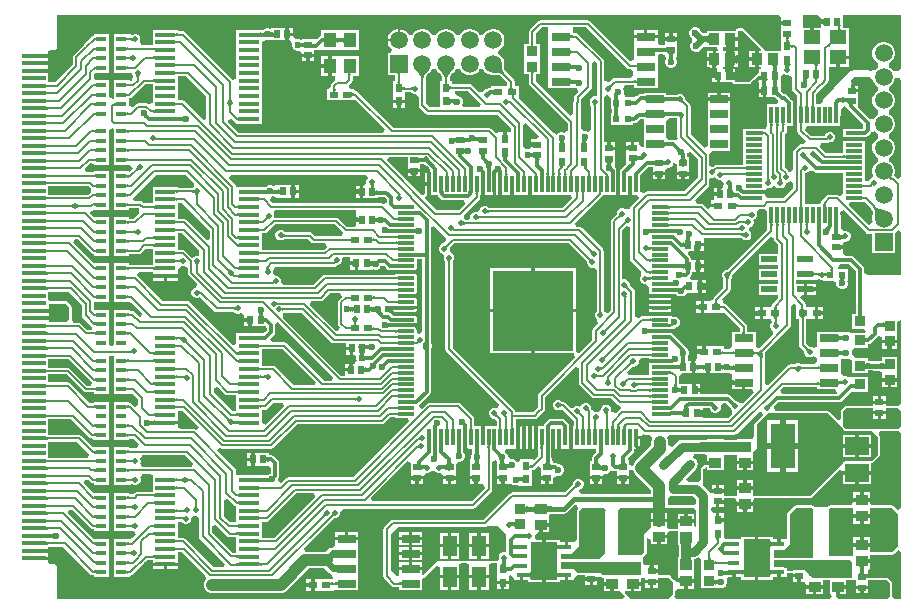
<source format=gtl>
G04*
G04 #@! TF.GenerationSoftware,Altium Limited,Altium Designer,24.4.1 (13)*
G04*
G04 Layer_Physical_Order=1*
G04 Layer_Color=255*
%FSLAX44Y44*%
%MOMM*%
G71*
G04*
G04 #@! TF.SameCoordinates,5027E0DA-7AC5-4DA1-8C9F-505C02323C3A*
G04*
G04*
G04 #@! TF.FilePolarity,Positive*
G04*
G01*
G75*
%ADD10C,0.2000*%
%ADD14C,0.1500*%
%ADD17R,0.6400X0.6000*%
%ADD18R,0.6000X0.6400*%
%ADD19R,1.0000X0.9000*%
%ADD20R,0.5000X0.6000*%
%ADD21R,1.3300X0.5300*%
%ADD22R,0.3000X1.4750*%
%ADD23R,1.4750X0.3000*%
%ADD24R,1.5250X0.7000*%
%ADD25R,0.9500X0.9000*%
%ADD26R,1.6500X0.6500*%
%ADD27R,0.7500X0.6000*%
%ADD28R,0.9500X0.8500*%
%ADD29R,0.9000X1.0000*%
%ADD30R,1.1000X1.3000*%
%ADD31R,6.8500X6.8500*%
%ADD32R,2.0000X1.5000*%
%ADD33R,2.0000X3.8000*%
%ADD34R,0.6000X0.7500*%
%ADD35R,1.5000X3.6000*%
%ADD36R,0.9500X0.3500*%
%ADD37R,2.3000X3.2300*%
%ADD38R,1.2300X1.8000*%
%ADD39R,0.9000X0.4500*%
%ADD40R,1.8000X0.4500*%
%ADD41R,2.0000X0.3800*%
%ADD42R,1.4000X1.2000*%
%ADD73C,0.3000*%
%ADD74C,0.6000*%
%ADD75C,0.5000*%
%ADD76C,0.4000*%
%ADD77C,1.0000*%
%ADD78C,0.8000*%
%ADD79C,1.5000*%
%ADD80R,1.5000X1.5000*%
%ADD81C,0.5000*%
%ADD82C,0.6000*%
G36*
X879600Y714451D02*
Y713424D01*
X879722Y713435D01*
X880176Y713510D01*
X880570Y713615D01*
X880903Y713750D01*
X881176Y713915D01*
X881388Y714110D01*
X881540Y714335D01*
X881631Y714590D01*
X881661Y714875D01*
Y713250D01*
X884600D01*
Y710250D01*
X881661D01*
Y708875D01*
X881631Y709160D01*
X881540Y709415D01*
X881388Y709640D01*
X881176Y709835D01*
X880903Y710000D01*
X880570Y710135D01*
X880176Y710240D01*
X880115Y710250D01*
X879600D01*
Y708920D01*
X879600Y706550D01*
X876621Y706500D01*
X873500D01*
Y698500D01*
X870500D01*
Y706500D01*
X864059D01*
Y717000D01*
X864429Y717451D01*
X876808D01*
X879600Y714451D01*
D02*
G37*
G36*
X896369Y708580D02*
X896280Y708560D01*
X896200Y708501D01*
X896130Y708400D01*
X896069Y708260D01*
X896017Y708081D01*
X895975Y707860D01*
X895942Y707600D01*
X895905Y706961D01*
X895900Y706581D01*
X893900D01*
X893890Y706965D01*
X893860Y707309D01*
X893810Y707612D01*
X893740Y707876D01*
X893650Y708099D01*
X893540Y708282D01*
X893410Y708425D01*
X893260Y708527D01*
X893090Y708589D01*
X892900Y708611D01*
X896369Y708580D01*
D02*
G37*
G36*
X895910Y706084D02*
X895940Y705739D01*
X895990Y705434D01*
X896060Y705170D01*
X896150Y704947D01*
X896260Y704764D01*
X896390Y704622D01*
X896540Y704520D01*
X896710Y704459D01*
X896900Y704439D01*
X892900D01*
X893090Y704459D01*
X893260Y704520D01*
X893410Y704622D01*
X893540Y704764D01*
X893650Y704947D01*
X893740Y705170D01*
X893810Y705434D01*
X893860Y705739D01*
X893890Y706084D01*
X893900Y706469D01*
X895900D01*
X895910Y706084D01*
D02*
G37*
G36*
X415630Y697831D02*
X415601Y698100D01*
X415510Y698342D01*
X415360Y698554D01*
X415150Y698739D01*
X414880Y698895D01*
X414551Y699023D01*
X414160Y699122D01*
X413985Y699150D01*
X413831Y699120D01*
X413614Y699062D01*
X413419Y698995D01*
X413244Y698916D01*
X413092Y698828D01*
X412960Y698729D01*
X413003Y699241D01*
X412631Y699250D01*
Y702250D01*
X413200Y702265D01*
X413256Y702270D01*
X413310Y702914D01*
X413431Y702788D01*
X413575Y702675D01*
X413741Y702575D01*
X413929Y702489D01*
X414140Y702416D01*
X414209Y702398D01*
X414551Y702490D01*
X414880Y702625D01*
X415150Y702790D01*
X415360Y702985D01*
X415510Y703210D01*
X415601Y703465D01*
X415630Y703750D01*
Y697831D01*
D02*
G37*
G36*
X333459Y702560D02*
X333520Y702390D01*
X333622Y702240D01*
X333764Y702110D01*
X333947Y702000D01*
X334170Y701910D01*
X334434Y701840D01*
X334739Y701790D01*
X335084Y701760D01*
X335470Y701750D01*
Y699750D01*
X335084Y699740D01*
X334739Y699710D01*
X334434Y699660D01*
X334170Y699590D01*
X333947Y699500D01*
X333764Y699390D01*
X333622Y699260D01*
X333520Y699110D01*
X333459Y698940D01*
X333439Y698750D01*
Y702750D01*
X333459Y702560D01*
D02*
G37*
G36*
X404500Y702833D02*
X404590Y702710D01*
X404739Y702602D01*
X404949Y702509D01*
X405219Y702430D01*
X405550Y702365D01*
X405939Y702315D01*
X406840Y702261D01*
X407372Y702310D01*
X407628Y702356D01*
X407860Y702416D01*
X408071Y702489D01*
X408259Y702575D01*
X408425Y702675D01*
X408569Y702788D01*
X408690Y702914D01*
X409040Y698729D01*
X408909Y698828D01*
X408756Y698916D01*
X408582Y698995D01*
X408386Y699062D01*
X408169Y699120D01*
X407930Y699167D01*
X407671Y699203D01*
X407087Y699245D01*
X407074Y699245D01*
X406899Y699243D01*
X405550Y699135D01*
X405219Y699070D01*
X404949Y698991D01*
X404739Y698897D01*
X404590Y698790D01*
X404500Y698667D01*
X404469Y698531D01*
Y702970D01*
X404500Y702833D01*
D02*
G37*
G36*
X667209Y700810D02*
X667270Y700640D01*
X667372Y700490D01*
X667514Y700360D01*
X667697Y700250D01*
X667920Y700160D01*
X668184Y700090D01*
X668489Y700040D01*
X668834Y700010D01*
X669220Y700000D01*
Y698000D01*
X668834Y697990D01*
X668489Y697960D01*
X668184Y697910D01*
X667920Y697840D01*
X667697Y697750D01*
X667514Y697640D01*
X667372Y697510D01*
X667270Y697360D01*
X667209Y697190D01*
X667189Y697000D01*
Y701000D01*
X667209Y700810D01*
D02*
G37*
G36*
X852810Y698611D02*
X852640Y698550D01*
X852490Y698450D01*
X852360Y698310D01*
X852250Y698130D01*
X852160Y697911D01*
X852090Y697651D01*
X852040Y697350D01*
X852010Y697010D01*
X852000Y696630D01*
X850000D01*
X849990Y697010D01*
X849960Y697350D01*
X849910Y697651D01*
X849840Y697911D01*
X849750Y698130D01*
X849640Y698310D01*
X849510Y698450D01*
X849360Y698550D01*
X849190Y698611D01*
X849000Y698631D01*
X853000D01*
X852810Y698611D01*
D02*
G37*
G36*
X265761Y695770D02*
X265748Y695813D01*
X265711Y695853D01*
X265648Y695887D01*
X265559Y695917D01*
X265446Y695942D01*
X265307Y695963D01*
X264954Y695991D01*
X264500Y696000D01*
Y698000D01*
X264740Y698002D01*
X265446Y698058D01*
X265559Y698083D01*
X265648Y698113D01*
X265711Y698148D01*
X265748Y698187D01*
X265761Y698231D01*
Y695770D01*
D02*
G37*
G36*
X291685Y698057D02*
X291730Y697930D01*
X291805Y697818D01*
X291910Y697720D01*
X292045Y697637D01*
X292210Y697570D01*
X292404Y697517D01*
X292630Y697480D01*
X292885Y697458D01*
X293169Y697450D01*
Y695950D01*
X292885Y695943D01*
X292630Y695920D01*
X292404Y695882D01*
X292210Y695830D01*
X292045Y695762D01*
X291910Y695680D01*
X291805Y695583D01*
X291730Y695470D01*
X291685Y695342D01*
X291670Y695200D01*
Y698200D01*
X291685Y698057D01*
D02*
G37*
G36*
X296915Y694950D02*
X296717Y695140D01*
X296517Y695310D01*
X296314Y695460D01*
X296108Y695590D01*
X295900Y695700D01*
X295688Y695790D01*
X295474Y695860D01*
X295257Y695910D01*
X295038Y695940D01*
X294815Y695950D01*
Y697450D01*
X295038Y697460D01*
X295257Y697490D01*
X295474Y697540D01*
X295688Y697610D01*
X295900Y697700D01*
X296108Y697810D01*
X296314Y697940D01*
X296517Y698090D01*
X296717Y698260D01*
X296915Y698450D01*
Y694950D01*
D02*
G37*
G36*
X852010Y696084D02*
X852040Y695739D01*
X852090Y695434D01*
X852160Y695170D01*
X852250Y694947D01*
X852360Y694764D01*
X852490Y694622D01*
X852640Y694520D01*
X852810Y694459D01*
X853000Y694439D01*
X849000D01*
X849190Y694459D01*
X849360Y694520D01*
X849510Y694622D01*
X849640Y694764D01*
X849750Y694947D01*
X849840Y695170D01*
X849910Y695434D01*
X849960Y695739D01*
X849990Y696084D01*
X850000Y696469D01*
X852000D01*
X852010Y696084D01*
D02*
G37*
G36*
X333454Y695608D02*
X333500Y695480D01*
X333577Y695368D01*
X333684Y695270D01*
X333822Y695188D01*
X333990Y695120D01*
X334189Y695068D01*
X334418Y695030D01*
X334679Y695007D01*
X334969Y695000D01*
Y693500D01*
X334679Y693493D01*
X334418Y693470D01*
X334189Y693432D01*
X333990Y693380D01*
X333822Y693313D01*
X333684Y693230D01*
X333577Y693132D01*
X333500Y693020D01*
X333454Y692893D01*
X333439Y692750D01*
Y695750D01*
X333454Y695608D01*
D02*
G37*
G36*
X784781Y692219D02*
X784733Y692653D01*
X784589Y693040D01*
X784350Y693383D01*
X784016Y693679D01*
X783585Y693930D01*
X783059Y694135D01*
X782438Y694295D01*
X781721Y694409D01*
X780908Y694477D01*
X780000Y694500D01*
Y699500D01*
X780908Y699523D01*
X781721Y699591D01*
X782438Y699705D01*
X783059Y699865D01*
X783585Y700070D01*
X784016Y700321D01*
X784350Y700617D01*
X784589Y700959D01*
X784733Y701347D01*
X784781Y701780D01*
Y692219D01*
D02*
G37*
G36*
X635757Y691935D02*
X635780Y691680D01*
X635817Y691454D01*
X635870Y691260D01*
X635938Y691095D01*
X636020Y690959D01*
X636118Y690854D01*
X636230Y690779D01*
X636357Y690734D01*
X636500Y690720D01*
X633500D01*
X633643Y690734D01*
X633770Y690779D01*
X633882Y690854D01*
X633980Y690959D01*
X634062Y691095D01*
X634130Y691260D01*
X634183Y691454D01*
X634220Y691680D01*
X634243Y691935D01*
X634250Y692219D01*
X635750D01*
X635757Y691935D01*
D02*
G37*
G36*
X853959Y692560D02*
X854020Y692390D01*
X854122Y692240D01*
X854264Y692110D01*
X854447Y692000D01*
X854670Y691910D01*
X854934Y691840D01*
X855238Y691790D01*
X855584Y691760D01*
X855969Y691750D01*
Y689750D01*
X855584Y689740D01*
X855238Y689710D01*
X854934Y689660D01*
X854670Y689590D01*
X854447Y689500D01*
X854264Y689390D01*
X854122Y689260D01*
X854020Y689110D01*
X853959Y688940D01*
X853939Y688750D01*
Y692750D01*
X853959Y692560D01*
D02*
G37*
G36*
X265761Y687200D02*
X265746Y687342D01*
X265700Y687470D01*
X265623Y687582D01*
X265516Y687680D01*
X265378Y687763D01*
X265210Y687830D01*
X265011Y687882D01*
X264781Y687920D01*
X264521Y687942D01*
X264230Y687950D01*
Y689450D01*
X264521Y689457D01*
X264781Y689480D01*
X265011Y689517D01*
X265210Y689570D01*
X265378Y689637D01*
X265516Y689720D01*
X265623Y689817D01*
X265700Y689930D01*
X265746Y690057D01*
X265761Y690200D01*
Y687200D01*
D02*
G37*
G36*
X845800Y714451D02*
Y711900D01*
X851000D01*
Y708900D01*
X845800D01*
Y705400D01*
Y696600D01*
X846000Y696500D01*
Y689689D01*
X845250Y687000D01*
X833691D01*
X831571Y687880D01*
X830497Y689274D01*
X830269Y689615D01*
Y689615D01*
X830268Y689615D01*
X814392Y705492D01*
X813730Y705934D01*
X812950Y706089D01*
X810499D01*
X810459Y706081D01*
X810418Y706088D01*
X809168Y706038D01*
X808820Y705954D01*
X808470Y705884D01*
X808435Y705861D01*
X808395Y705851D01*
X808106Y705641D01*
X807808Y705442D01*
X807785Y705407D01*
X807751Y705383D01*
X807565Y705078D01*
X807366Y704780D01*
X807358Y704740D01*
X807336Y704704D01*
X807281Y704351D01*
X807211Y704000D01*
X798750D01*
X796250Y704000D01*
Y704000D01*
X795750D01*
Y704000D01*
X782750D01*
Y701975D01*
X779750Y701739D01*
X777651Y703838D01*
X777239Y704832D01*
X775832Y706239D01*
X773995Y707000D01*
X772005D01*
X770168Y706239D01*
X768761Y704832D01*
X768000Y702995D01*
Y701005D01*
X768761Y699168D01*
X769969Y697960D01*
X770203Y697429D01*
X770507Y694578D01*
X769761Y693832D01*
X769000Y691995D01*
Y690005D01*
X769761Y688168D01*
X771168Y686761D01*
X773005Y686000D01*
X774995D01*
X776832Y686761D01*
X778239Y688168D01*
X778651Y689162D01*
X779750Y690261D01*
X782750Y690000D01*
Y690000D01*
X791122D01*
X792664Y687000D01*
X790750D01*
Y680000D01*
X789250D01*
Y678500D01*
X784811D01*
Y677000D01*
X784781Y677285D01*
X784690Y677540D01*
X784538Y677765D01*
X784326Y677960D01*
X784053Y678125D01*
X783720Y678260D01*
X783326Y678365D01*
X782871Y678440D01*
X782862Y678441D01*
X782750Y678419D01*
Y673000D01*
X785346D01*
X787600Y671200D01*
Y667791D01*
X787786Y667716D01*
X788000Y667650D01*
X788112Y667624D01*
X788176Y667635D01*
X788570Y667740D01*
X788903Y667875D01*
X789176Y668040D01*
X789388Y668235D01*
X789540Y668460D01*
X789631Y668715D01*
X789661Y669000D01*
Y667500D01*
X792600D01*
Y666000D01*
X794100D01*
Y660800D01*
X804401D01*
X804516Y660220D01*
X804958Y659558D01*
X805620Y659116D01*
X806400Y658961D01*
X818632D01*
X818829Y659000D01*
X819030D01*
X819216Y659077D01*
X819413Y659116D01*
X819580Y659228D01*
X819765Y659305D01*
X819907Y659446D01*
X820074Y659558D01*
X820186Y659725D01*
X820328Y659867D01*
X820607Y660284D01*
X822285Y661963D01*
X825934Y661670D01*
X826600Y660800D01*
Y658200D01*
X826600D01*
Y654500D01*
X831600D01*
Y653000D01*
X833100D01*
Y647800D01*
X840353D01*
X843398Y644755D01*
X843301Y643821D01*
X842378Y641755D01*
X834000D01*
Y623319D01*
X833885Y623045D01*
X832958Y622042D01*
X831831Y621000D01*
X813245D01*
Y609000D01*
Y599000D01*
Y590304D01*
X790500D01*
X789427Y590090D01*
X788517Y589483D01*
X788059Y589024D01*
X785059Y589765D01*
Y599000D01*
X784969Y599450D01*
X786211Y601685D01*
X786911Y602450D01*
X802745D01*
Y612150D01*
X802745Y614300D01*
X802745Y616450D01*
X802745Y627000D01*
X802745Y629150D01*
X802745Y639700D01*
X802745Y641850D01*
Y644550D01*
X793120D01*
X783495D01*
Y641850D01*
X783495Y639700D01*
X783495Y637550D01*
X783495Y627000D01*
X783495Y624850D01*
X783495Y614300D01*
X783495Y612150D01*
Y606073D01*
X780495Y604831D01*
X769059Y616267D01*
Y640000D01*
X769059Y640000D01*
X768826Y641171D01*
X768163Y642163D01*
X768163Y642163D01*
X764500Y645826D01*
Y646895D01*
X763815Y648549D01*
X762549Y649815D01*
X760895Y650500D01*
X759105D01*
X757451Y649815D01*
X757255Y649619D01*
X748505D01*
Y651550D01*
X729255D01*
Y650569D01*
X727000D01*
X725634Y650297D01*
X724477Y649523D01*
X723340Y648387D01*
X720500Y648000D01*
Y648000D01*
X714048D01*
X713951Y648070D01*
X712291Y651000D01*
X712500Y651505D01*
Y653495D01*
X711921Y654891D01*
X712622Y656674D01*
X713422Y657891D01*
X720750D01*
Y655700D01*
X741250D01*
Y665400D01*
X741250Y666200D01*
Y668400D01*
X741250Y669200D01*
Y678100D01*
X741250Y678900D01*
X741250Y681531D01*
X742047Y684219D01*
X744929Y684510D01*
X747300Y683100D01*
X748165Y680100D01*
X747500Y678495D01*
Y676505D01*
X748261Y674668D01*
X749668Y673261D01*
X751505Y672500D01*
X753495D01*
X755332Y673261D01*
X756739Y674668D01*
X757500Y676505D01*
Y678495D01*
X756835Y680100D01*
X757700Y683100D01*
X757700D01*
Y691900D01*
Y695400D01*
X747300D01*
Y691669D01*
X743347D01*
X741250Y693800D01*
X741250Y694669D01*
Y697550D01*
X731000D01*
X720750D01*
Y694600D01*
X720750Y693800D01*
Y691600D01*
X720750Y690800D01*
Y681900D01*
X720750Y681100D01*
Y678900D01*
X717750Y678215D01*
X683983Y711983D01*
X683073Y712590D01*
X682000Y712804D01*
X642000D01*
X640927Y712590D01*
X640017Y711983D01*
X633017Y704983D01*
X632410Y704073D01*
X632196Y703000D01*
Y692750D01*
X628250D01*
Y682750D01*
X628250Y680250D01*
X628250Y677250D01*
Y667250D01*
X631941D01*
Y660000D01*
X631941Y660000D01*
X632174Y658829D01*
X632837Y657837D01*
X664941Y625733D01*
Y619365D01*
X664343Y618762D01*
X661941Y617608D01*
X660995Y618000D01*
X659005D01*
X657168Y617239D01*
X655761Y615832D01*
X653167Y617158D01*
X625391Y644935D01*
X623500Y647000D01*
X623500D01*
X623500Y647000D01*
Y657000D01*
X620059D01*
Y661000D01*
X620059Y661000D01*
X619826Y662170D01*
X619163Y663163D01*
X619163Y663163D01*
X611657Y670668D01*
X611622Y670773D01*
X611469Y671380D01*
X611340Y672089D01*
X611241Y672884D01*
X611198Y673623D01*
X611500Y674749D01*
Y677251D01*
X610853Y679667D01*
X609602Y681833D01*
X607833Y683602D01*
X606558Y684338D01*
X606373Y684922D01*
Y687078D01*
X606558Y687662D01*
X607833Y688398D01*
X609602Y690167D01*
X610853Y692333D01*
X611500Y694749D01*
Y697251D01*
X610853Y699667D01*
X609602Y701833D01*
X607833Y703602D01*
X605667Y704853D01*
X603251Y705500D01*
X600749D01*
X598333Y704853D01*
X596167Y703602D01*
X594398Y701833D01*
X593662Y700558D01*
X593078Y700373D01*
X590922D01*
X590338Y700558D01*
X589602Y701833D01*
X587833Y703602D01*
X585667Y704853D01*
X583251Y705500D01*
X580749D01*
X578333Y704853D01*
X576167Y703602D01*
X574398Y701833D01*
X573662Y700558D01*
X573078Y700373D01*
X570922D01*
X570338Y700558D01*
X569602Y701833D01*
X567833Y703602D01*
X565667Y704853D01*
X563251Y705500D01*
X560749D01*
X558333Y704853D01*
X556167Y703602D01*
X554398Y701833D01*
X553662Y700558D01*
X553078Y700373D01*
X550922D01*
X550338Y700558D01*
X549602Y701833D01*
X547833Y703602D01*
X545667Y704853D01*
X543251Y705500D01*
X540749D01*
X538333Y704853D01*
X536167Y703602D01*
X534398Y701833D01*
X533662Y700558D01*
X533078Y700373D01*
X530922D01*
X530338Y700558D01*
X529602Y701833D01*
X527833Y703602D01*
X525667Y704853D01*
X523251Y705500D01*
X523000D01*
Y696000D01*
X522000D01*
Y695000D01*
X512500D01*
Y694749D01*
X513147Y692333D01*
X514398Y690167D01*
X516065Y688500D01*
X516043Y688030D01*
X515187Y685500D01*
X512500D01*
Y666500D01*
X518941D01*
Y661500D01*
X517000D01*
Y650000D01*
Y645750D01*
X522000D01*
X527000D01*
Y651941D01*
X532695D01*
X533451Y651185D01*
X535105Y650500D01*
X536895D01*
X538941Y648100D01*
Y641000D01*
X538941Y641000D01*
X539174Y639829D01*
X539837Y638837D01*
X544837Y633837D01*
X544837Y633837D01*
X545830Y633174D01*
X547000Y632941D01*
X605511D01*
X613337Y625115D01*
X613337Y625115D01*
X616941Y621511D01*
Y618500D01*
X613549D01*
X613559Y618390D01*
X613632Y617939D01*
X613735Y617550D01*
X613867Y617220D01*
X614029Y616950D01*
X614220Y616740D01*
X614440Y616590D01*
X614690Y616499D01*
X614969Y616469D01*
X613500D01*
Y612750D01*
X610500D01*
Y616469D01*
X609030D01*
X609310Y616499D01*
X609560Y616590D01*
X609780Y616740D01*
X609971Y616950D01*
X610133Y617220D01*
X610265Y617550D01*
X610368Y617939D01*
X610441Y618390D01*
X610451Y618500D01*
X607000D01*
Y618500D01*
X604000Y617326D01*
X600163Y621163D01*
X599171Y621826D01*
X598000Y622059D01*
X598000Y622059D01*
X517267D01*
X487163Y652163D01*
X486171Y652826D01*
X485000Y653059D01*
X484000Y655000D01*
X480817D01*
X479879Y657306D01*
X479826Y658000D01*
X482163Y660337D01*
X482826Y661329D01*
X483059Y662500D01*
X483059Y662500D01*
Y665500D01*
X488500D01*
Y682500D01*
X474500D01*
X471500Y682500D01*
X470500Y682500D01*
X465500D01*
Y674000D01*
Y665500D01*
X467843D01*
X468140Y664694D01*
X468342Y662500D01*
X467837Y662163D01*
X465337Y659663D01*
X464674Y658671D01*
X464441Y657500D01*
X462802Y655000D01*
X461000D01*
Y645000D01*
X484000D01*
Y645000D01*
X485184Y645490D01*
X510099Y620575D01*
X508951Y617804D01*
X386161D01*
X377063Y626902D01*
X377276Y628156D01*
X380492Y629182D01*
X382509Y627166D01*
X382509Y627165D01*
X383501Y626502D01*
X384500Y626304D01*
Y625000D01*
X406500D01*
Y631500D01*
Y638000D01*
Y644500D01*
Y651000D01*
Y657500D01*
Y664000D01*
Y670500D01*
Y677000D01*
Y683500D01*
Y694452D01*
X406570Y694549D01*
X409500Y696209D01*
X410005Y696000D01*
X411995D01*
X412801Y696334D01*
X413600Y695800D01*
Y695800D01*
X425900D01*
Y701000D01*
Y706200D01*
X413600D01*
Y706200D01*
X412801Y705666D01*
X411995Y706000D01*
X410005D01*
X409220Y705675D01*
X406500Y705000D01*
X406500Y705000D01*
Y705000D01*
X406500Y705000D01*
X384500D01*
Y696500D01*
Y690000D01*
Y683500D01*
Y677000D01*
Y670500D01*
Y663157D01*
X383694Y662860D01*
X381500Y662658D01*
X381163Y663163D01*
X381163Y663163D01*
X341413Y702913D01*
X340421Y703576D01*
X339250Y703809D01*
X339250Y703809D01*
X335500D01*
Y705000D01*
X313500D01*
Y691759D01*
X304365D01*
X303648Y692686D01*
X302767Y694759D01*
X303200Y695805D01*
Y697595D01*
X302515Y699249D01*
X301249Y700515D01*
X299595Y701200D01*
X297805D01*
X296700Y700742D01*
X293700Y700950D01*
Y700950D01*
X280700D01*
Y692450D01*
Y684450D01*
Y676450D01*
Y668450D01*
X293700D01*
Y668450D01*
X296500Y667967D01*
Y667105D01*
X297185Y665451D01*
X296385Y662190D01*
X295754Y661626D01*
X293700Y661950D01*
Y661950D01*
X280700D01*
Y653450D01*
Y647125D01*
X279700Y646252D01*
X278144Y646693D01*
X276700Y648087D01*
Y653450D01*
Y661950D01*
X266809D01*
X264059Y663500D01*
X264059Y664801D01*
Y667733D01*
X264776Y668450D01*
X276700D01*
Y676450D01*
Y684450D01*
Y692450D01*
Y700950D01*
X263700D01*
Y699900D01*
X263330Y699826D01*
X262337Y699163D01*
X262337Y699163D01*
X255337Y692163D01*
X255337Y692163D01*
X246837Y683663D01*
X246174Y682671D01*
X245941Y681500D01*
X245941Y681500D01*
Y675267D01*
X231058Y660384D01*
X225000D01*
Y668495D01*
X223449Y668392D01*
X223239Y668344D01*
X223090Y668288D01*
X222999Y668226D01*
X222969Y668156D01*
Y668525D01*
X213000D01*
Y671525D01*
X222969D01*
Y671895D01*
X222999Y671824D01*
X223090Y671761D01*
X223239Y671706D01*
X223449Y671658D01*
X223720Y671617D01*
X224440Y671558D01*
X225000Y671546D01*
Y672475D01*
Y674845D01*
X223449Y674742D01*
X223239Y674694D01*
X223090Y674639D01*
X222999Y674576D01*
X222969Y674505D01*
Y674875D01*
X213000D01*
Y677875D01*
X222969D01*
Y678244D01*
X222999Y678174D01*
X223090Y678111D01*
X223239Y678056D01*
X223449Y678008D01*
X223720Y677967D01*
X224440Y677908D01*
X225000Y677896D01*
Y678825D01*
Y681223D01*
X224837Y681221D01*
X223546Y681133D01*
X223338Y681092D01*
X223177Y681044D01*
X223062Y680988D01*
X222993Y680926D01*
X222969Y680855D01*
Y681225D01*
X213000D01*
Y684225D01*
X222969D01*
Y684594D01*
X222993Y684524D01*
X223062Y684462D01*
X223177Y684406D01*
X223338Y684358D01*
X223546Y684317D01*
X223799Y684284D01*
X224445Y684240D01*
X225000Y684230D01*
Y686625D01*
X227658Y687451D01*
X230000D01*
X230975Y687645D01*
X231802Y688198D01*
X232355Y689025D01*
X232549Y690000D01*
Y717451D01*
X843650Y717451D01*
X845800Y714451D01*
D02*
G37*
G36*
X315561Y686700D02*
X315539Y686890D01*
X315477Y687060D01*
X315374Y687210D01*
X315232Y687340D01*
X315049Y687450D01*
X314825Y687540D01*
X314562Y687610D01*
X314258Y687660D01*
X313915Y687690D01*
X313531Y687700D01*
Y689700D01*
X313911Y689703D01*
X315210Y689797D01*
X315350Y689832D01*
X315450Y689873D01*
X315511Y689918D01*
X315530Y689969D01*
X315561Y686700D01*
D02*
G37*
G36*
X291689Y690510D02*
X291750Y690340D01*
X291850Y690190D01*
X291989Y690060D01*
X292169Y689950D01*
X292390Y689860D01*
X292650Y689790D01*
X292950Y689740D01*
X293290Y689710D01*
X293669Y689700D01*
Y687700D01*
X293290Y687690D01*
X292950Y687660D01*
X292650Y687610D01*
X292390Y687540D01*
X292169Y687450D01*
X291989Y687340D01*
X291850Y687210D01*
X291750Y687060D01*
X291689Y686890D01*
X291670Y686700D01*
Y690700D01*
X291689Y690510D01*
D02*
G37*
G36*
X749331Y685130D02*
X749301Y685410D01*
X749211Y685659D01*
X749061Y685880D01*
X748850Y686071D01*
X748580Y686233D01*
X748251Y686365D01*
X747860Y686468D01*
X747411Y686541D01*
X746900Y686585D01*
X746330Y686600D01*
Y689600D01*
X746900Y689615D01*
X747411Y689659D01*
X747860Y689732D01*
X748251Y689835D01*
X748580Y689967D01*
X748850Y690129D01*
X749061Y690320D01*
X749211Y690540D01*
X749301Y690790D01*
X749331Y691069D01*
Y685130D01*
D02*
G37*
G36*
X742219Y686600D02*
X741646Y686585D01*
X741132Y686540D01*
X740678Y686465D01*
X740285Y686360D01*
X739952Y686225D01*
X739679Y686060D01*
X739466Y685865D01*
X739314Y685640D01*
X739221Y685385D01*
X739189Y685100D01*
X739220Y689569D01*
X742219Y689600D01*
Y686600D01*
D02*
G37*
G36*
X667209Y687810D02*
X667270Y687640D01*
X667372Y687490D01*
X667514Y687360D01*
X667697Y687250D01*
X667920Y687160D01*
X668184Y687090D01*
X668489Y687040D01*
X668834Y687010D01*
X669220Y687000D01*
Y685000D01*
X668834Y684990D01*
X668489Y684960D01*
X668184Y684910D01*
X667920Y684840D01*
X667697Y684750D01*
X667514Y684640D01*
X667372Y684510D01*
X667270Y684360D01*
X667209Y684190D01*
X667189Y684000D01*
Y688000D01*
X667209Y687810D01*
D02*
G37*
G36*
X755215Y685100D02*
X754960Y685011D01*
X754735Y684861D01*
X754540Y684650D01*
X754375Y684380D01*
X754240Y684051D01*
X754135Y683661D01*
X754060Y683211D01*
X754015Y682701D01*
X754000Y682131D01*
X751000D01*
X750985Y682701D01*
X750940Y683211D01*
X750865Y683661D01*
X750760Y684051D01*
X750625Y684380D01*
X750460Y684650D01*
X750265Y684861D01*
X750040Y685011D01*
X749785Y685100D01*
X749500Y685130D01*
X755500D01*
X755215Y685100D01*
D02*
G37*
G36*
X295438Y679048D02*
X295213Y679220D01*
X294766Y679508D01*
X294544Y679625D01*
X294323Y679725D01*
X294103Y679806D01*
X293883Y679869D01*
X293665Y679914D01*
X293448Y679941D01*
X293231Y679950D01*
X293169Y680436D01*
Y679950D01*
X292885Y679942D01*
X292630Y679920D01*
X292404Y679883D01*
X292210Y679830D01*
X292045Y679762D01*
X291910Y679680D01*
X291805Y679583D01*
X291730Y679470D01*
X291685Y679342D01*
X291670Y679200D01*
Y682200D01*
X291685Y682057D01*
X291730Y681930D01*
X291805Y681817D01*
X291910Y681720D01*
X292045Y681637D01*
X292210Y681570D01*
X292404Y681517D01*
X292630Y681480D01*
X292885Y681458D01*
X293087Y681452D01*
X293268Y681461D01*
X293489Y681493D01*
X293703Y681547D01*
X293910Y681622D01*
X294111Y681718D01*
X294305Y681836D01*
X294493Y681976D01*
X294675Y682137D01*
X294849Y682319D01*
X295018Y682523D01*
X295438Y679048D01*
D02*
G37*
G36*
X754006Y681575D02*
X754054Y680995D01*
X754096Y680737D01*
X754150Y680500D01*
X754216Y680286D01*
X754294Y680092D01*
X754384Y679921D01*
X754486Y679771D01*
X754600Y679642D01*
X750400D01*
X750514Y679771D01*
X750616Y679921D01*
X750706Y680092D01*
X750784Y680286D01*
X750850Y680500D01*
X750904Y680737D01*
X750946Y680995D01*
X750976Y681274D01*
X751000Y681898D01*
X754000D01*
X754006Y681575D01*
D02*
G37*
G36*
X315561Y679250D02*
X315541Y679440D01*
X315480Y679610D01*
X315378Y679760D01*
X315236Y679890D01*
X315053Y680000D01*
X314830Y680090D01*
X314566Y680160D01*
X314261Y680210D01*
X313916Y680240D01*
X313531Y680250D01*
Y682250D01*
X313916Y682260D01*
X314261Y682290D01*
X314566Y682340D01*
X314830Y682410D01*
X315053Y682500D01*
X315236Y682610D01*
X315378Y682740D01*
X315480Y682890D01*
X315541Y683060D01*
X315561Y683250D01*
Y679250D01*
D02*
G37*
G36*
X265761Y679200D02*
X265746Y679342D01*
X265700Y679470D01*
X265623Y679583D01*
X265516Y679680D01*
X265378Y679762D01*
X265210Y679830D01*
X265011Y679883D01*
X264781Y679920D01*
X264521Y679942D01*
X264230Y679950D01*
Y681450D01*
X264521Y681458D01*
X264781Y681480D01*
X265011Y681517D01*
X265210Y681570D01*
X265378Y681637D01*
X265516Y681720D01*
X265623Y681817D01*
X265700Y681930D01*
X265746Y682057D01*
X265761Y682200D01*
Y679200D01*
D02*
G37*
G36*
X877210Y675510D02*
X877040Y675451D01*
X876890Y675350D01*
X876760Y675210D01*
X876650Y675031D01*
X876560Y674810D01*
X876490Y674550D01*
X876440Y674250D01*
X876410Y673911D01*
X876400Y673531D01*
X874400D01*
X874390Y673911D01*
X874360Y674250D01*
X874310Y674550D01*
X874240Y674810D01*
X874150Y675031D01*
X874040Y675210D01*
X873910Y675350D01*
X873760Y675451D01*
X873590Y675510D01*
X873400Y675530D01*
X877400D01*
X877210Y675510D01*
D02*
G37*
G36*
X333454Y676107D02*
X333500Y675980D01*
X333577Y675867D01*
X333684Y675770D01*
X333822Y675687D01*
X333990Y675620D01*
X334189Y675567D01*
X334418Y675530D01*
X334679Y675508D01*
X334969Y675500D01*
Y674000D01*
X334679Y673992D01*
X334418Y673970D01*
X334189Y673932D01*
X333990Y673880D01*
X333822Y673812D01*
X333684Y673730D01*
X333577Y673633D01*
X333500Y673520D01*
X333454Y673392D01*
X333439Y673250D01*
Y676250D01*
X333454Y676107D01*
D02*
G37*
G36*
X853690Y675500D02*
X853440Y675411D01*
X853220Y675260D01*
X853029Y675051D01*
X852867Y674781D01*
X852735Y674451D01*
X852632Y674061D01*
X852559Y673611D01*
X852550Y673514D01*
X852562Y673337D01*
X852590Y673177D01*
X852623Y673043D01*
X852660Y672932D01*
X852702Y672847D01*
X852750Y672785D01*
X852507D01*
X852500Y672531D01*
X849500D01*
X849493Y672785D01*
X849250D01*
X849297Y672847D01*
X849340Y672932D01*
X849378Y673043D01*
X849410Y673177D01*
X849437Y673337D01*
X849452Y673482D01*
X849441Y673611D01*
X849368Y674061D01*
X849265Y674451D01*
X849133Y674781D01*
X848971Y675051D01*
X848780Y675260D01*
X848559Y675411D01*
X848310Y675500D01*
X848030Y675530D01*
X853969D01*
X853690Y675500D01*
D02*
G37*
G36*
X722811Y672500D02*
X722796Y672643D01*
X722750Y672770D01*
X722673Y672883D01*
X722566Y672980D01*
X722428Y673063D01*
X722260Y673130D01*
X722061Y673183D01*
X721832Y673220D01*
X721571Y673242D01*
X721281Y673250D01*
Y674750D01*
X721571Y674758D01*
X721832Y674780D01*
X722061Y674818D01*
X722260Y674870D01*
X722428Y674938D01*
X722566Y675020D01*
X722673Y675117D01*
X722750Y675230D01*
X722796Y675358D01*
X722811Y675500D01*
Y672500D01*
D02*
G37*
G36*
X791965Y675031D02*
X791710Y674940D01*
X791485Y674788D01*
X791290Y674576D01*
X791125Y674303D01*
X790990Y673970D01*
X790885Y673576D01*
X790819Y673174D01*
X790833Y673070D01*
X790880Y672831D01*
X790938Y672614D01*
X791005Y672419D01*
X791084Y672244D01*
X791172Y672092D01*
X791271Y671960D01*
X790428Y672030D01*
X787750D01*
X787744Y672255D01*
X787086Y672310D01*
X787212Y672431D01*
X787325Y672575D01*
X787425Y672741D01*
X787511Y672929D01*
X787584Y673139D01*
X787644Y673372D01*
X787646Y673386D01*
X787615Y673576D01*
X787510Y673970D01*
X787375Y674303D01*
X787210Y674576D01*
X787015Y674788D01*
X786790Y674940D01*
X786535Y675031D01*
X786250Y675061D01*
X792250D01*
X791965Y675031D01*
D02*
G37*
G36*
X672216Y671382D02*
X672141Y671528D01*
X672038Y671658D01*
X671907Y671774D01*
X671749Y671873D01*
X671563Y671958D01*
X671350Y672027D01*
X671109Y672081D01*
X670840Y672119D01*
X670544Y672142D01*
X670220Y672150D01*
X670429Y675150D01*
X673826Y675261D01*
X672216Y671382D01*
D02*
G37*
G36*
X265761Y671270D02*
X265748Y671313D01*
X265711Y671352D01*
X265648Y671387D01*
X265559Y671417D01*
X265446Y671442D01*
X265307Y671463D01*
X264954Y671491D01*
X264500Y671500D01*
Y673500D01*
X264740Y673502D01*
X265446Y673558D01*
X265559Y673583D01*
X265648Y673613D01*
X265711Y673648D01*
X265748Y673687D01*
X265761Y673730D01*
Y671270D01*
D02*
G37*
G36*
X291689Y674510D02*
X291750Y674340D01*
X291850Y674190D01*
X291989Y674060D01*
X292169Y673950D01*
X292390Y673860D01*
X292650Y673790D01*
X292950Y673740D01*
X293290Y673710D01*
X293669Y673700D01*
Y671700D01*
X293290Y671690D01*
X292950Y671660D01*
X292650Y671610D01*
X292390Y671540D01*
X292169Y671450D01*
X291989Y671340D01*
X291850Y671210D01*
X291750Y671060D01*
X291689Y670890D01*
X291670Y670700D01*
Y674700D01*
X291689Y674510D01*
D02*
G37*
G36*
X667219Y676365D02*
X667310Y676110D01*
X667462Y675885D01*
X667674Y675690D01*
X667947Y675525D01*
X668280Y675390D01*
X668674Y675285D01*
X669128Y675210D01*
X669644Y675165D01*
X670219Y675150D01*
Y672150D01*
X669644Y672135D01*
X669128Y672090D01*
X668674Y672015D01*
X668280Y671910D01*
X667947Y671775D01*
X667674Y671610D01*
X667462Y671415D01*
X667310Y671190D01*
X667219Y670935D01*
X667189Y670650D01*
Y676650D01*
X667219Y676365D01*
D02*
G37*
G36*
X876410Y671784D02*
X876440Y671439D01*
X876490Y671134D01*
X876560Y670870D01*
X876650Y670647D01*
X876760Y670464D01*
X876890Y670322D01*
X877040Y670220D01*
X877210Y670159D01*
X877400Y670139D01*
X873400D01*
X873590Y670159D01*
X873760Y670220D01*
X873910Y670322D01*
X874040Y670464D01*
X874150Y670647D01*
X874240Y670870D01*
X874310Y671134D01*
X874360Y671439D01*
X874390Y671784D01*
X874400Y672169D01*
X876400D01*
X876410Y671784D01*
D02*
G37*
G36*
X947451Y672829D02*
X947116Y672190D01*
X944451Y670059D01*
X943000D01*
X941830Y669826D01*
X940505Y670135D01*
X940102Y670833D01*
X938333Y672602D01*
X937058Y673338D01*
X936873Y673922D01*
Y676078D01*
X937058Y676662D01*
X938333Y677398D01*
X940102Y679167D01*
X941352Y681333D01*
X942000Y683749D01*
Y686251D01*
X941352Y688667D01*
X940102Y690833D01*
X938333Y692602D01*
X936167Y693853D01*
X933751Y694500D01*
X931249D01*
X928833Y693853D01*
X926667Y692602D01*
X924898Y690833D01*
X923647Y688667D01*
X923000Y686251D01*
Y683749D01*
X923647Y681333D01*
X924898Y679167D01*
X926667Y677398D01*
X927942Y676662D01*
X928127Y676078D01*
Y673922D01*
X927942Y673338D01*
X926667Y672602D01*
X924953Y670888D01*
X924892Y670831D01*
X924475Y670652D01*
X921171Y670326D01*
X920000Y670559D01*
X906500D01*
X906500Y670559D01*
X905329Y670326D01*
X904337Y669663D01*
X890337Y655663D01*
X881837Y647163D01*
X881174Y646171D01*
X880941Y645000D01*
X880990Y644755D01*
X879561Y642323D01*
X878952Y641755D01*
X875559D01*
Y650233D01*
X880163Y654837D01*
X880306Y655051D01*
X882949Y657694D01*
X883163Y657837D01*
X885163Y659837D01*
X885163Y659837D01*
X885826Y660829D01*
X886059Y662000D01*
X886059Y662000D01*
Y673500D01*
X892500D01*
Y681500D01*
X894000D01*
Y683000D01*
X903000D01*
Y689500D01*
X903000Y689500D01*
Y690500D01*
X903000D01*
X903000Y692500D01*
Y706500D01*
X901379D01*
X898400Y706550D01*
Y716950D01*
X901192Y717451D01*
X947451D01*
Y672829D01*
D02*
G37*
G36*
X843220Y675031D02*
X842969Y675001D01*
X842745Y674911D01*
X842547Y674761D01*
X842375Y674550D01*
X842230Y674280D01*
X842111Y673951D01*
X842019Y673560D01*
X841953Y673111D01*
X841913Y672600D01*
X841902Y672104D01*
X841915Y671600D01*
X841959Y671089D01*
X842032Y670639D01*
X842135Y670249D01*
X842267Y669920D01*
X842429Y669650D01*
X842620Y669439D01*
X842840Y669289D01*
X843090Y669200D01*
X843370Y669169D01*
X837430D01*
X837710Y669200D01*
X837960Y669289D01*
X838180Y669439D01*
X838371Y669650D01*
X838533Y669920D01*
X838665Y670249D01*
X838768Y670639D01*
X838841Y671089D01*
X838885Y671600D01*
X838898Y672100D01*
X838885Y672605D01*
X838840Y673119D01*
X838765Y673573D01*
X838660Y673966D01*
X838525Y674299D01*
X838360Y674572D01*
X838165Y674785D01*
X837940Y674937D01*
X837685Y675029D01*
X837400Y675061D01*
X843220Y675031D01*
D02*
G37*
G36*
X636810Y669291D02*
X636640Y669230D01*
X636490Y669128D01*
X636360Y668986D01*
X636250Y668803D01*
X636160Y668580D01*
X636090Y668316D01*
X636040Y668011D01*
X636010Y667666D01*
X636000Y667281D01*
X634000D01*
X633990Y667666D01*
X633960Y668011D01*
X633910Y668316D01*
X633840Y668580D01*
X633750Y668803D01*
X633640Y668986D01*
X633510Y669128D01*
X633360Y669230D01*
X633190Y669291D01*
X633000Y669311D01*
X637000D01*
X636810Y669291D01*
D02*
G37*
G36*
X609505Y674777D02*
X609623Y672737D01*
X609734Y671844D01*
X609881Y671036D01*
X610063Y670312D01*
X610281Y669674D01*
X610534Y669121D01*
X610822Y668653D01*
X611145Y668269D01*
X609731Y666855D01*
X609347Y667178D01*
X608879Y667466D01*
X608326Y667719D01*
X607687Y667937D01*
X606964Y668119D01*
X606156Y668266D01*
X605263Y668377D01*
X603223Y668495D01*
X602075Y668500D01*
X609500Y675925D01*
X609505Y674777D01*
D02*
G37*
G36*
X333454Y669607D02*
X333500Y669480D01*
X333577Y669368D01*
X333684Y669270D01*
X333822Y669187D01*
X333990Y669120D01*
X334189Y669068D01*
X334418Y669030D01*
X334679Y669007D01*
X334969Y669000D01*
Y667500D01*
X334679Y667493D01*
X334418Y667470D01*
X334189Y667432D01*
X333990Y667380D01*
X333822Y667312D01*
X333684Y667230D01*
X333577Y667132D01*
X333500Y667020D01*
X333454Y666892D01*
X333439Y666750D01*
Y669750D01*
X333454Y669607D01*
D02*
G37*
G36*
X523810Y668511D02*
X523640Y668450D01*
X523490Y668351D01*
X523360Y668211D01*
X523250Y668030D01*
X523160Y667811D01*
X523090Y667551D01*
X523040Y667251D01*
X523010Y666910D01*
X523000Y666531D01*
X521000D01*
X520990Y666910D01*
X520960Y667251D01*
X520910Y667551D01*
X520840Y667811D01*
X520750Y668030D01*
X520640Y668211D01*
X520510Y668351D01*
X520360Y668450D01*
X520190Y668511D01*
X520000Y668531D01*
X524000D01*
X523810Y668511D01*
D02*
G37*
G36*
X481810Y667511D02*
X481640Y667450D01*
X481490Y667350D01*
X481360Y667210D01*
X481250Y667030D01*
X481160Y666811D01*
X481090Y666551D01*
X481040Y666251D01*
X481010Y665910D01*
X481000Y665530D01*
X479000D01*
X478990Y665910D01*
X478960Y666251D01*
X478910Y666551D01*
X478840Y666811D01*
X478750Y667030D01*
X478640Y667210D01*
X478510Y667350D01*
X478360Y667450D01*
X478190Y667511D01*
X478000Y667531D01*
X482000D01*
X481810Y667511D01*
D02*
G37*
G36*
X302560Y666017D02*
X302390Y665817D01*
X302240Y665614D01*
X302110Y665408D01*
X302000Y665200D01*
X301910Y664988D01*
X301840Y664774D01*
X301790Y664557D01*
X301760Y664338D01*
X301750Y664115D01*
X300250D01*
X300240Y664338D01*
X300210Y664557D01*
X300160Y664774D01*
X300090Y664988D01*
X300000Y665200D01*
X299890Y665408D01*
X299760Y665614D01*
X299610Y665817D01*
X299440Y666017D01*
X299250Y666215D01*
X302750D01*
X302560Y666017D01*
D02*
G37*
G36*
X566442Y669828D02*
X565083Y668302D01*
X564530Y667592D01*
X564062Y666917D01*
X563680Y666277D01*
X563382Y665672D01*
X563170Y665102D01*
X563042Y664567D01*
X563000Y664067D01*
X561000D01*
X560957Y664567D01*
X560830Y665102D01*
X560617Y665672D01*
X560320Y666277D01*
X559938Y666917D01*
X559470Y667592D01*
X558918Y668302D01*
X557557Y669828D01*
X556750Y670644D01*
X567250D01*
X566442Y669828D01*
D02*
G37*
G36*
X546442D02*
X545083Y668302D01*
X544530Y667592D01*
X544062Y666917D01*
X543680Y666277D01*
X543382Y665672D01*
X543170Y665102D01*
X543042Y664567D01*
X543000Y664067D01*
X541000D01*
X540957Y664567D01*
X540830Y665102D01*
X540617Y665672D01*
X540320Y666277D01*
X539938Y666917D01*
X539470Y667592D01*
X538918Y668302D01*
X537557Y669828D01*
X536750Y670644D01*
X547250D01*
X546442Y669828D01*
D02*
G37*
G36*
X828631Y662831D02*
X828612Y662825D01*
X828556Y662820D01*
X828331Y662811D01*
X826757Y662800D01*
Y665800D01*
X827118Y665804D01*
X827974Y665860D01*
X828183Y665893D01*
X828355Y665934D01*
X828488Y665983D01*
X828584Y666039D01*
X828641Y666102D01*
X828661Y666173D01*
X828631Y662831D01*
D02*
G37*
G36*
X877210Y663841D02*
X877040Y663780D01*
X876890Y663678D01*
X876760Y663536D01*
X876650Y663353D01*
X876560Y663130D01*
X876490Y662866D01*
X876440Y662561D01*
X876410Y662216D01*
X876400Y661831D01*
X874400D01*
X874390Y662216D01*
X874360Y662561D01*
X874310Y662866D01*
X874240Y663130D01*
X874150Y663353D01*
X874040Y663536D01*
X873910Y663678D01*
X873760Y663780D01*
X873590Y663841D01*
X873400Y663861D01*
X877400D01*
X877210Y663841D01*
D02*
G37*
G36*
X828827Y688173D02*
X828341Y687000D01*
X826750D01*
Y680000D01*
X825250D01*
D01*
X826750D01*
Y673000D01*
X828364D01*
X828998Y671730D01*
X828601Y671200D01*
X826600D01*
Y668600D01*
X825648Y667648D01*
X825392Y667597D01*
X824234Y666823D01*
X822477Y665066D01*
X822421Y664982D01*
X819023Y661584D01*
X818632Y661000D01*
X806400D01*
Y662892D01*
X804370Y662831D01*
Y664500D01*
X801400D01*
Y666000D01*
X799900D01*
Y669031D01*
X798400D01*
X798357Y671200D01*
X796850D01*
Y673000D01*
X798321D01*
X798280Y675031D01*
X801250D01*
Y680000D01*
Y684969D01*
X798280D01*
X798560Y685030D01*
X798810Y685210D01*
X799030Y685509D01*
X799221Y685929D01*
X799383Y686469D01*
X799489Y687000D01*
X796850D01*
Y690000D01*
X799489D01*
X799383Y690530D01*
X799221Y691070D01*
X799030Y691490D01*
X798810Y691790D01*
X798560Y691971D01*
X798280Y692030D01*
X801250D01*
Y697000D01*
X802750D01*
Y698500D01*
X809250D01*
Y704000D01*
X810499Y704050D01*
X812950D01*
X828827Y688173D01*
D02*
G37*
G36*
X716017Y672017D02*
X716927Y671410D01*
X718000Y671196D01*
X718629D01*
X720700Y669125D01*
X720655Y666114D01*
X718326Y664009D01*
X704950D01*
X703779Y663776D01*
X702787Y663113D01*
X702787Y663113D01*
X700567Y660893D01*
X696805Y661024D01*
X696059Y661900D01*
Y678000D01*
X696059Y678000D01*
X695826Y679171D01*
X695163Y680163D01*
X695163Y680163D01*
X674163Y701163D01*
X673171Y701826D01*
X672000Y702059D01*
X669250Y702441D01*
Y704196D01*
X669250Y704300D01*
X669501Y707196D01*
X680839D01*
X716017Y672017D01*
D02*
G37*
G36*
X843090Y662801D02*
X842840Y662710D01*
X842620Y662561D01*
X842429Y662350D01*
X842267Y662081D01*
X842135Y661750D01*
X842032Y661360D01*
X841959Y660910D01*
X841915Y660400D01*
X841900Y659830D01*
X838900D01*
X838885Y660400D01*
X838841Y660910D01*
X838768Y661360D01*
X838665Y661750D01*
X838533Y662081D01*
X838371Y662350D01*
X838180Y662561D01*
X837960Y662710D01*
X837710Y662801D01*
X837430Y662831D01*
X843370D01*
X843090Y662801D01*
D02*
G37*
G36*
X834290D02*
X834041Y662710D01*
X833820Y662561D01*
X833629Y662350D01*
X833467Y662081D01*
X833335Y661750D01*
X833232Y661360D01*
X833159Y660910D01*
X833115Y660400D01*
X833100Y659830D01*
X830100D01*
X830085Y660400D01*
X830041Y660910D01*
X829968Y661360D01*
X829865Y661750D01*
X829733Y662081D01*
X829571Y662350D01*
X829380Y662561D01*
X829159Y662710D01*
X828910Y662801D01*
X828631Y662831D01*
X834569D01*
X834290Y662801D01*
D02*
G37*
G36*
X315561Y659750D02*
X315541Y659940D01*
X315480Y660110D01*
X315378Y660260D01*
X315236Y660390D01*
X315053Y660500D01*
X314830Y660590D01*
X314566Y660660D01*
X314261Y660710D01*
X313916Y660740D01*
X313531Y660750D01*
Y662750D01*
X313916Y662760D01*
X314261Y662790D01*
X314566Y662840D01*
X314830Y662910D01*
X315053Y663000D01*
X315236Y663110D01*
X315378Y663240D01*
X315480Y663390D01*
X315541Y663560D01*
X315561Y663750D01*
Y659750D01*
D02*
G37*
G36*
X523010Y661089D02*
X523040Y660750D01*
X523090Y660450D01*
X523160Y660190D01*
X523250Y659969D01*
X523360Y659790D01*
X523490Y659650D01*
X523640Y659549D01*
X523810Y659490D01*
X524000Y659470D01*
X520000D01*
X520190Y659490D01*
X520360Y659549D01*
X520510Y659650D01*
X520640Y659790D01*
X520750Y659969D01*
X520840Y660190D01*
X520910Y660450D01*
X520960Y660750D01*
X520990Y661089D01*
X521000Y661469D01*
X523000D01*
X523010Y661089D01*
D02*
G37*
G36*
X563010Y661084D02*
X563040Y660739D01*
X563090Y660434D01*
X563160Y660170D01*
X563250Y659947D01*
X563360Y659764D01*
X563490Y659622D01*
X563640Y659520D01*
X563810Y659459D01*
X564000Y659439D01*
X560000D01*
X560190Y659459D01*
X560360Y659520D01*
X560510Y659622D01*
X560640Y659764D01*
X560750Y659947D01*
X560840Y660170D01*
X560910Y660434D01*
X560960Y660739D01*
X560990Y661084D01*
X561000Y661469D01*
X563000D01*
X563010Y661084D01*
D02*
G37*
G36*
X868672Y663829D02*
X868417Y663737D01*
X868192Y663585D01*
X867997Y663372D01*
X867832Y663099D01*
X867697Y662766D01*
X867592Y662372D01*
X867517Y661919D01*
X867491Y661618D01*
X867633Y659470D01*
X867674Y659360D01*
X863693Y660701D01*
X863839Y660788D01*
X863969Y660901D01*
X864083Y661040D01*
X864182Y661206D01*
X864266Y661398D01*
X864335Y661616D01*
X864389Y661860D01*
X864408Y661997D01*
X864383Y662361D01*
X864325Y662750D01*
X864251Y663081D01*
X864160Y663351D01*
X864052Y663560D01*
X863928Y663710D01*
X863788Y663801D01*
X863631Y663830D01*
X868957Y663861D01*
X868672Y663829D01*
D02*
G37*
G36*
X722811Y658950D02*
X722791Y659140D01*
X722730Y659310D01*
X722628Y659460D01*
X722486Y659590D01*
X722303Y659700D01*
X722080Y659790D01*
X721816Y659860D01*
X721512Y659910D01*
X721166Y659940D01*
X720780Y659950D01*
Y661950D01*
X721166Y661960D01*
X721512Y661990D01*
X721816Y662040D01*
X722080Y662110D01*
X722303Y662200D01*
X722486Y662310D01*
X722628Y662440D01*
X722730Y662590D01*
X722791Y662760D01*
X722811Y662950D01*
Y658950D01*
D02*
G37*
G36*
X672303Y658687D02*
X672215Y658832D01*
X672102Y658961D01*
X671962Y659076D01*
X671796Y659175D01*
X671604Y659259D01*
X671386Y659328D01*
X671141Y659381D01*
X670871Y659419D01*
X670574Y659442D01*
X670251Y659450D01*
X670354Y662450D01*
X670900Y662452D01*
X673523Y662628D01*
X673633Y662670D01*
X672303Y658687D01*
D02*
G37*
G36*
X667219Y663665D02*
X667310Y663410D01*
X667462Y663185D01*
X667674Y662990D01*
X667947Y662825D01*
X668280Y662690D01*
X668674Y662585D01*
X669128Y662510D01*
X669644Y662465D01*
X670219Y662450D01*
Y659450D01*
X669644Y659435D01*
X669128Y659390D01*
X668674Y659315D01*
X668280Y659210D01*
X667947Y659075D01*
X667674Y658910D01*
X667462Y658715D01*
X667310Y658490D01*
X667219Y658235D01*
X667189Y657950D01*
Y663950D01*
X667219Y663665D01*
D02*
G37*
G36*
X265761Y656500D02*
X265746Y656643D01*
X265700Y656770D01*
X265623Y656882D01*
X265516Y656980D01*
X265378Y657063D01*
X265210Y657130D01*
X265011Y657182D01*
X264781Y657220D01*
X264521Y657243D01*
X264230Y657250D01*
Y658750D01*
X264521Y658757D01*
X264781Y658780D01*
X265011Y658818D01*
X265210Y658870D01*
X265378Y658938D01*
X265516Y659020D01*
X265623Y659118D01*
X265700Y659230D01*
X265746Y659358D01*
X265761Y659500D01*
Y656500D01*
D02*
G37*
G36*
X907792Y657959D02*
X907863Y657059D01*
X907905Y656839D01*
X907957Y656659D01*
X908018Y656519D01*
X908088Y656419D01*
X908168Y656359D01*
X908257Y656339D01*
X904319D01*
X904408Y656359D01*
X904488Y656419D01*
X904558Y656519D01*
X904619Y656659D01*
X904670Y656839D01*
X904713Y657059D01*
X904745Y657319D01*
X904783Y657959D01*
X904788Y658338D01*
X907788D01*
X907792Y657959D01*
D02*
G37*
G36*
X291685Y659057D02*
X291730Y658930D01*
X291805Y658817D01*
X291910Y658720D01*
X292045Y658637D01*
X292210Y658570D01*
X292404Y658517D01*
X292630Y658480D01*
X292885Y658457D01*
X293169Y658450D01*
Y656950D01*
X292885Y656942D01*
X292630Y656920D01*
X292404Y656882D01*
X292210Y656830D01*
X292045Y656762D01*
X291910Y656680D01*
X291805Y656582D01*
X291730Y656470D01*
X291685Y656342D01*
X291670Y656200D01*
Y659200D01*
X291685Y659057D01*
D02*
G37*
G36*
X841915Y658599D02*
X841959Y658090D01*
X842032Y657639D01*
X842135Y657250D01*
X842267Y656919D01*
X842429Y656649D01*
X842620Y656440D01*
X842840Y656290D01*
X843090Y656199D01*
X843370Y656170D01*
X837430D01*
X837710Y656199D01*
X837960Y656290D01*
X838180Y656440D01*
X838371Y656649D01*
X838533Y656919D01*
X838665Y657250D01*
X838768Y657639D01*
X838841Y658090D01*
X838885Y658599D01*
X838900Y659169D01*
X841900D01*
X841915Y658599D01*
D02*
G37*
G36*
X833115D02*
X833159Y658090D01*
X833232Y657639D01*
X833335Y657250D01*
X833467Y656919D01*
X833629Y656649D01*
X833820Y656440D01*
X834041Y656290D01*
X834290Y656199D01*
X834569Y656170D01*
X828631D01*
X828910Y656199D01*
X829159Y656290D01*
X829380Y656440D01*
X829571Y656649D01*
X829733Y656919D01*
X829865Y657250D01*
X829968Y657639D01*
X830041Y658090D01*
X830085Y658599D01*
X830100Y659169D01*
X833100D01*
X833115Y658599D01*
D02*
G37*
G36*
X222990Y659029D02*
X223050Y658882D01*
X223150Y658751D01*
X223290Y658638D01*
X223470Y658542D01*
X223689Y658464D01*
X223950Y658403D01*
X224249Y658360D01*
X224590Y658334D01*
X224970Y658325D01*
Y656325D01*
X224590Y656316D01*
X224249Y656290D01*
X223950Y656247D01*
X223689Y656186D01*
X223470Y656108D01*
X223290Y656012D01*
X223150Y655899D01*
X223050Y655769D01*
X222990Y655621D01*
X222969Y655455D01*
Y659194D01*
X222990Y659029D01*
D02*
G37*
G36*
X702388Y656974D02*
X702217Y656793D01*
X702065Y656608D01*
X701931Y656421D01*
X701814Y656231D01*
X701717Y656037D01*
X701637Y655841D01*
X701575Y655641D01*
X701532Y655439D01*
X701507Y655234D01*
X701500Y655025D01*
X699025Y657500D01*
X699233Y657507D01*
X699439Y657532D01*
X699641Y657575D01*
X699841Y657637D01*
X700037Y657717D01*
X700231Y657814D01*
X700421Y657931D01*
X700608Y658065D01*
X700792Y658217D01*
X700974Y658388D01*
X702388Y656974D01*
D02*
G37*
G36*
X618010Y656584D02*
X618040Y656238D01*
X618090Y655934D01*
X618160Y655670D01*
X618250Y655447D01*
X618360Y655264D01*
X618490Y655122D01*
X618640Y655020D01*
X618810Y654959D01*
X619000Y654939D01*
X615000D01*
X615190Y654959D01*
X615360Y655020D01*
X615510Y655122D01*
X615640Y655264D01*
X615750Y655447D01*
X615840Y655670D01*
X615910Y655934D01*
X615960Y656238D01*
X615990Y656584D01*
X616000Y656970D01*
X618000D01*
X618010Y656584D01*
D02*
G37*
G36*
X564959Y657560D02*
X565020Y657390D01*
X565122Y657240D01*
X565264Y657110D01*
X565447Y657000D01*
X565670Y656910D01*
X565934Y656840D01*
X566239Y656790D01*
X566584Y656760D01*
X566969Y656750D01*
Y654750D01*
X566584Y654740D01*
X566239Y654710D01*
X565934Y654660D01*
X565670Y654590D01*
X565447Y654500D01*
X565264Y654390D01*
X565122Y654260D01*
X565020Y654110D01*
X564959Y653940D01*
X564939Y653750D01*
Y657750D01*
X564959Y657560D01*
D02*
G37*
G36*
X534215Y653250D02*
X534062Y653392D01*
X533899Y653520D01*
X533725Y653633D01*
X533541Y653730D01*
X533346Y653812D01*
X533140Y653880D01*
X532923Y653932D01*
X532696Y653970D01*
X532458Y653992D01*
X532209Y654000D01*
Y656000D01*
X532458Y656008D01*
X532696Y656030D01*
X532923Y656068D01*
X533140Y656120D01*
X533346Y656188D01*
X533541Y656270D01*
X533725Y656367D01*
X533899Y656480D01*
X534062Y656608D01*
X534215Y656750D01*
Y653250D01*
D02*
G37*
G36*
X524959Y656810D02*
X525020Y656640D01*
X525122Y656490D01*
X525264Y656360D01*
X525447Y656250D01*
X525670Y656160D01*
X525934Y656090D01*
X526239Y656040D01*
X526584Y656010D01*
X526969Y656000D01*
Y654000D01*
X526584Y653990D01*
X526239Y653960D01*
X525934Y653910D01*
X525670Y653840D01*
X525447Y653750D01*
X525264Y653640D01*
X525122Y653510D01*
X525020Y653360D01*
X524959Y653190D01*
X524939Y653000D01*
Y657000D01*
X524959Y656810D01*
D02*
G37*
G36*
X468510Y654584D02*
X468540Y654239D01*
X468590Y653934D01*
X468660Y653670D01*
X468750Y653447D01*
X468860Y653264D01*
X468990Y653122D01*
X469140Y653020D01*
X469310Y652959D01*
X469500Y652939D01*
X465500D01*
X465690Y652959D01*
X465860Y653020D01*
X466010Y653122D01*
X466140Y653264D01*
X466250Y653447D01*
X466340Y653670D01*
X466410Y653934D01*
X466460Y654239D01*
X466490Y654584D01*
X466500Y654969D01*
X468500D01*
X468510Y654584D01*
D02*
G37*
G36*
X573662Y671442D02*
X574398Y670167D01*
X576167Y668398D01*
X578333Y667147D01*
X580749Y666500D01*
X583251D01*
X585667Y667147D01*
X587833Y668398D01*
X589602Y670167D01*
X590338Y671442D01*
X590922Y671627D01*
X593078D01*
X593662Y671442D01*
X594398Y670167D01*
X596167Y668398D01*
X598333Y667147D01*
X600749Y666500D01*
X603251D01*
X604378Y666802D01*
X605116Y666759D01*
X605911Y666660D01*
X606620Y666531D01*
X607226Y666378D01*
X607332Y666343D01*
X613674Y660000D01*
X613297Y657000D01*
X600500D01*
Y655569D01*
X599541D01*
X598176Y655297D01*
X597018Y654523D01*
X596995Y654500D01*
X596105D01*
X594451Y653815D01*
X593602Y652966D01*
X592350Y652520D01*
X589891Y652435D01*
X584413Y657913D01*
X583420Y658576D01*
X582250Y658809D01*
X582250Y658809D01*
X567000D01*
Y661500D01*
X565059D01*
Y665401D01*
X565108Y665501D01*
X565428Y666037D01*
X565839Y666631D01*
X566331Y667263D01*
X566823Y667815D01*
X567833Y668398D01*
X569602Y670167D01*
X570338Y671442D01*
X570922Y671627D01*
X573078D01*
X573662Y671442D01*
D02*
G37*
G36*
X222954Y652333D02*
X223000Y652205D01*
X223077Y652093D01*
X223184Y651995D01*
X223322Y651913D01*
X223490Y651845D01*
X223689Y651793D01*
X223919Y651755D01*
X224179Y651732D01*
X224470Y651725D01*
Y650225D01*
X224179Y650218D01*
X223919Y650195D01*
X223689Y650157D01*
X223490Y650105D01*
X223322Y650038D01*
X223184Y649955D01*
X223077Y649857D01*
X223000Y649745D01*
X222954Y649617D01*
X222939Y649475D01*
Y652475D01*
X222954Y652333D01*
D02*
G37*
G36*
X602531Y649031D02*
X602501Y649310D01*
X602411Y649559D01*
X602261Y649780D01*
X602052Y649971D01*
X601783Y650133D01*
X601454Y650265D01*
X601066Y650368D01*
X600617Y650441D01*
X600109Y650485D01*
X599541Y650500D01*
Y653500D01*
X600109Y653515D01*
X600617Y653559D01*
X601066Y653632D01*
X601454Y653735D01*
X601783Y653867D01*
X602052Y654029D01*
X602261Y654220D01*
X602411Y654441D01*
X602501Y654690D01*
X602531Y654969D01*
Y649031D01*
D02*
G37*
G36*
X265761Y648200D02*
X265746Y648342D01*
X265700Y648470D01*
X265623Y648582D01*
X265516Y648680D01*
X265378Y648763D01*
X265210Y648830D01*
X265011Y648882D01*
X264781Y648920D01*
X264521Y648942D01*
X264230Y648950D01*
Y650450D01*
X264521Y650457D01*
X264781Y650480D01*
X265011Y650517D01*
X265210Y650570D01*
X265378Y650637D01*
X265516Y650720D01*
X265623Y650817D01*
X265700Y650930D01*
X265746Y651057D01*
X265761Y651200D01*
Y648200D01*
D02*
G37*
G36*
X481990Y651810D02*
X482049Y651640D01*
X482150Y651490D01*
X482290Y651360D01*
X482469Y651250D01*
X482690Y651160D01*
X482949Y651090D01*
X483250Y651040D01*
X483590Y651010D01*
X483969Y651000D01*
Y649000D01*
X483590Y648990D01*
X483250Y648960D01*
X482949Y648910D01*
X482690Y648840D01*
X482469Y648750D01*
X482290Y648640D01*
X482150Y648510D01*
X482049Y648360D01*
X481990Y648190D01*
X481969Y648000D01*
Y652000D01*
X481990Y651810D01*
D02*
G37*
G36*
X843200Y653840D02*
X843115Y653564D01*
Y653246D01*
X843200Y652885D01*
X843370Y652482D01*
X843624Y652037D01*
X843963Y651549D01*
X844388Y651018D01*
X845491Y649830D01*
X843370Y647709D01*
X842754Y648303D01*
X841651Y649237D01*
X841163Y649576D01*
X840718Y649830D01*
X840315Y650000D01*
X839954Y650085D01*
X839636D01*
X839360Y650000D01*
X839127Y649830D01*
X843370Y654073D01*
X843200Y653840D01*
D02*
G37*
G36*
X291689Y651510D02*
X291750Y651340D01*
X291850Y651190D01*
X291989Y651060D01*
X292169Y650950D01*
X292390Y650860D01*
X292650Y650790D01*
X292950Y650740D01*
X293290Y650710D01*
X293669Y650700D01*
Y648700D01*
X293290Y648690D01*
X292950Y648660D01*
X292650Y648610D01*
X292390Y648540D01*
X292169Y648450D01*
X291989Y648340D01*
X291850Y648210D01*
X291750Y648060D01*
X291689Y647890D01*
X291670Y647700D01*
Y651700D01*
X291689Y651510D01*
D02*
G37*
G36*
X620524Y649042D02*
X620378Y648985D01*
X620249Y648891D01*
X620138Y648759D01*
X620043Y648589D01*
X619966Y648381D01*
X619906Y648135D01*
X619863Y647852D01*
X619837Y647531D01*
X619828Y647172D01*
X617828D01*
X617820Y647531D01*
X617794Y647852D01*
X617751Y648135D01*
X617691Y648381D01*
X617614Y648589D01*
X617519Y648759D01*
X617408Y648891D01*
X617279Y648985D01*
X617133Y649042D01*
X616970Y649061D01*
X620687D01*
X620524Y649042D01*
D02*
G37*
G36*
X902861Y641943D02*
X902829Y642228D01*
X902737Y642483D01*
X902585Y642708D01*
X902372Y642903D01*
X902099Y643068D01*
X901766Y643203D01*
X901373Y643308D01*
X900919Y643383D01*
X900644Y643407D01*
X900292Y643384D01*
X900133Y643359D01*
X899999Y643328D01*
X899890Y643293D01*
X899805Y643254D01*
X899745Y643210D01*
X899825Y646709D01*
X899887Y646658D01*
X899973Y646613D01*
X900084Y646573D01*
X900219Y646538D01*
X900379Y646509D01*
X900661Y646478D01*
X901360Y646544D01*
X901750Y646623D01*
X902081Y646724D01*
X902350Y646848D01*
X902561Y646995D01*
X902710Y647164D01*
X902801Y647355D01*
X902831Y647570D01*
X902861Y641943D01*
D02*
G37*
G36*
X708248Y649595D02*
X708105Y649541D01*
X707978Y649457D01*
X707866Y649343D01*
X707769Y649199D01*
X707687Y649025D01*
X707620Y648820D01*
X707567Y648586D01*
X707530Y648320D01*
X707523Y648232D01*
X707587Y647439D01*
X707655Y647049D01*
X707742Y646720D01*
X707849Y646450D01*
X707975Y646239D01*
X708120Y646089D01*
X708285Y646000D01*
X708469Y645969D01*
X703531D01*
X703715Y646000D01*
X703879Y646089D01*
X704025Y646239D01*
X704151Y646450D01*
X704258Y646720D01*
X704345Y647049D01*
X704413Y647439D01*
X704461Y647889D01*
X704500Y648969D01*
X704537D01*
X704649Y651565D01*
X708248Y649595D01*
D02*
G37*
G36*
X380008Y646543D02*
X380030Y646304D01*
X380067Y646077D01*
X380120Y645860D01*
X380187Y645654D01*
X380270Y645459D01*
X380368Y645275D01*
X380480Y645101D01*
X380607Y644938D01*
X380750Y644785D01*
X377250D01*
X377393Y644938D01*
X377520Y645101D01*
X377632Y645275D01*
X377730Y645459D01*
X377812Y645654D01*
X377880Y645860D01*
X377933Y646077D01*
X377970Y646304D01*
X377993Y646543D01*
X378000Y646791D01*
X380000D01*
X380008Y646543D01*
D02*
G37*
G36*
X758180Y644286D02*
X758118Y644336D01*
X758032Y644381D01*
X757921Y644421D01*
X757786Y644455D01*
X757627Y644484D01*
X757234Y644526D01*
X756745Y644547D01*
X756463Y644550D01*
X756538Y647550D01*
X756821Y647552D01*
X757702Y647609D01*
X757861Y647635D01*
X757995Y647665D01*
X758105Y647701D01*
X758190Y647741D01*
X758250Y647785D01*
X758180Y644286D01*
D02*
G37*
G36*
X731316Y644000D02*
X731284Y644285D01*
X731192Y644540D01*
X731040Y644765D01*
X730827Y644960D01*
X730554Y645125D01*
X730221Y645260D01*
X729827Y645365D01*
X729374Y645440D01*
X728860Y645485D01*
X728286Y645500D01*
Y648500D01*
X728856Y648510D01*
X729816Y648592D01*
X730205Y648663D01*
X730535Y648755D01*
X730805Y648867D01*
X731015Y649000D01*
X731165Y649153D01*
X731255Y649326D01*
X731285Y649520D01*
X731316Y644000D01*
D02*
G37*
G36*
X222954Y645983D02*
X223000Y645855D01*
X223077Y645742D01*
X223184Y645645D01*
X223322Y645563D01*
X223490Y645495D01*
X223689Y645443D01*
X223919Y645405D01*
X224179Y645383D01*
X224470Y645375D01*
Y643875D01*
X224179Y643867D01*
X223919Y643845D01*
X223689Y643808D01*
X223490Y643755D01*
X223322Y643688D01*
X223184Y643605D01*
X223077Y643508D01*
X223000Y643395D01*
X222954Y643268D01*
X222939Y643125D01*
Y646125D01*
X222954Y645983D01*
D02*
G37*
G36*
X746474Y648765D02*
X746565Y648510D01*
X746717Y648285D01*
X746929Y648090D01*
X747202Y647925D01*
X747535Y647790D01*
X747929Y647685D01*
X748383Y647610D01*
X748899Y647565D01*
X749474Y647550D01*
Y644550D01*
X748899Y644535D01*
X748383Y644490D01*
X747929Y644415D01*
X747535Y644310D01*
X747202Y644175D01*
X746929Y644010D01*
X746717Y643815D01*
X746565Y643590D01*
X746474Y643335D01*
X746444Y643050D01*
Y649050D01*
X746474Y648765D01*
D02*
G37*
G36*
X762507Y645767D02*
X762532Y645561D01*
X762575Y645359D01*
X762637Y645159D01*
X762717Y644963D01*
X762814Y644769D01*
X762931Y644579D01*
X763065Y644392D01*
X763217Y644208D01*
X763388Y644026D01*
X761974Y642612D01*
X761793Y642783D01*
X761608Y642935D01*
X761421Y643069D01*
X761231Y643186D01*
X761037Y643283D01*
X760841Y643363D01*
X760641Y643425D01*
X760439Y643468D01*
X760234Y643493D01*
X760025Y643500D01*
X762500Y645975D01*
X762507Y645767D01*
D02*
G37*
G36*
X615413Y644690D02*
X615446Y644673D01*
X615499Y644659D01*
X615570Y644646D01*
X615660Y644635D01*
X615896Y644620D01*
X616389Y644611D01*
Y642611D01*
X615064Y642589D01*
X615397Y644708D01*
X615413Y644690D01*
D02*
G37*
G36*
X564969Y646965D02*
X565060Y646710D01*
X565212Y646485D01*
X565424Y646290D01*
X565697Y646125D01*
X566030Y645990D01*
X566424Y645885D01*
X566879Y645810D01*
X567318Y645772D01*
X567671Y645797D01*
X567930Y645833D01*
X568169Y645880D01*
X568386Y645938D01*
X568581Y646005D01*
X568756Y646084D01*
X568909Y646172D01*
X569040Y646271D01*
X568690Y642086D01*
X568569Y642212D01*
X568425Y642325D01*
X568259Y642425D01*
X568071Y642511D01*
X567861Y642584D01*
X567628Y642644D01*
X567372Y642690D01*
X567165Y642715D01*
X566879Y642690D01*
X566424Y642615D01*
X566030Y642510D01*
X565697Y642375D01*
X565424Y642210D01*
X565212Y642015D01*
X565060Y641790D01*
X564969Y641535D01*
X564939Y641250D01*
Y647250D01*
X564969Y646965D01*
D02*
G37*
G36*
X848451Y667185D02*
X850105Y666500D01*
X851895D01*
X851941Y666519D01*
X854941Y664658D01*
Y655000D01*
X854941Y655000D01*
X855174Y653829D01*
X855837Y652837D01*
X859441Y649233D01*
Y641755D01*
X856069D01*
Y643015D01*
X856031Y643204D01*
X856000Y643200D01*
X855996Y643380D01*
X855797Y644380D01*
X855342Y645061D01*
X855253Y645095D01*
X855302Y645122D01*
X855023Y645538D01*
X850981Y649581D01*
X849823Y650354D01*
X848457Y650626D01*
X847621D01*
X845400Y652847D01*
Y658200D01*
X845400D01*
Y660800D01*
X845400D01*
Y665993D01*
X848400Y667236D01*
X848451Y667185D01*
D02*
G37*
G36*
X313500Y651000D02*
Y642847D01*
X310500Y641604D01*
X310441Y641663D01*
X309449Y642326D01*
X308278Y642559D01*
X308278Y642559D01*
X301500D01*
X300329Y642326D01*
X299337Y641663D01*
X299337Y641663D01*
X296700Y639026D01*
X293700Y640268D01*
Y643788D01*
X293838Y646641D01*
X295008Y646874D01*
X296001Y647537D01*
X307155Y658691D01*
X313500D01*
Y651000D01*
D02*
G37*
G36*
X333454Y643607D02*
X333500Y643480D01*
X333577Y643367D01*
X333684Y643270D01*
X333822Y643187D01*
X333990Y643120D01*
X334189Y643067D01*
X334418Y643030D01*
X334679Y643008D01*
X334969Y643000D01*
Y641500D01*
X334679Y641492D01*
X334418Y641470D01*
X334189Y641432D01*
X333990Y641380D01*
X333822Y641312D01*
X333684Y641230D01*
X333577Y641133D01*
X333500Y641020D01*
X333454Y640892D01*
X333439Y640750D01*
Y643750D01*
X333454Y643607D01*
D02*
G37*
G36*
X689750Y642215D02*
X689607Y642062D01*
X689480Y641899D01*
X689368Y641725D01*
X689270Y641541D01*
X689187Y641346D01*
X689120Y641140D01*
X689068Y640923D01*
X689030Y640696D01*
X689007Y640458D01*
X689000Y640209D01*
X687000D01*
X686992Y640458D01*
X686970Y640696D01*
X686933Y640923D01*
X686880Y641140D01*
X686813Y641346D01*
X686730Y641541D01*
X686633Y641725D01*
X686520Y641899D01*
X686393Y642062D01*
X686250Y642215D01*
X689750Y642215D01*
D02*
G37*
G36*
X718500Y645690D02*
X718589Y645441D01*
X718739Y645220D01*
X718950Y645029D01*
X719220Y644867D01*
X719549Y644735D01*
X719939Y644632D01*
X720389Y644559D01*
X720900Y644515D01*
X721469Y644500D01*
Y641500D01*
X720900Y641485D01*
X720389Y641441D01*
X719939Y641368D01*
X719549Y641265D01*
X719220Y641133D01*
X718950Y640971D01*
X718739Y640780D01*
X718589Y640559D01*
X718500Y640310D01*
X718469Y640031D01*
Y645969D01*
X718500Y645690D01*
D02*
G37*
G36*
X906606Y641614D02*
X906583Y641565D01*
X906564Y641484D01*
X906547Y641370D01*
X906521Y641043D01*
X906501Y640310D01*
X906500Y640000D01*
X903500D01*
X903499Y640310D01*
X903417Y641565D01*
X903394Y641614D01*
X903370Y641630D01*
X906630D01*
X906606Y641614D01*
D02*
G37*
G36*
X873505Y641345D02*
X873575Y640444D01*
X873617Y640225D01*
X873669Y640044D01*
X873730Y639905D01*
X873801Y639804D01*
X873880Y639744D01*
X873969Y639725D01*
X871031D01*
X871120Y639744D01*
X871199Y639804D01*
X871270Y639905D01*
X871331Y640044D01*
X871383Y640225D01*
X871425Y640444D01*
X871458Y640704D01*
X871495Y641345D01*
X871500Y641724D01*
X873500D01*
X873505Y641345D01*
D02*
G37*
G36*
X868505D02*
X868575Y640444D01*
X868617Y640225D01*
X868669Y640044D01*
X868730Y639905D01*
X868801Y639804D01*
X868880Y639744D01*
X868969Y639725D01*
X866031D01*
X866120Y639744D01*
X866199Y639804D01*
X866270Y639905D01*
X866331Y640044D01*
X866383Y640225D01*
X866425Y640444D01*
X866458Y640704D01*
X866495Y641345D01*
X866500Y641724D01*
X868500D01*
X868505Y641345D01*
D02*
G37*
G36*
X863505D02*
X863575Y640444D01*
X863617Y640225D01*
X863669Y640044D01*
X863730Y639905D01*
X863801Y639804D01*
X863880Y639744D01*
X863969Y639725D01*
X861031D01*
X861120Y639744D01*
X861199Y639804D01*
X861270Y639905D01*
X861331Y640044D01*
X861383Y640225D01*
X861425Y640444D01*
X861458Y640704D01*
X861495Y641345D01*
X861500Y641724D01*
X863500D01*
X863505Y641345D01*
D02*
G37*
G36*
X282761Y639700D02*
X282741Y639890D01*
X282680Y640060D01*
X282578Y640210D01*
X282436Y640340D01*
X282253Y640450D01*
X282030Y640540D01*
X281766Y640610D01*
X281462Y640660D01*
X281116Y640690D01*
X280730Y640700D01*
Y642700D01*
X281116Y642710D01*
X281462Y642740D01*
X281766Y642790D01*
X282030Y642860D01*
X282253Y642950D01*
X282436Y643060D01*
X282578Y643190D01*
X282680Y643340D01*
X282741Y643510D01*
X282761Y643700D01*
Y639700D01*
D02*
G37*
G36*
X265761D02*
X265741Y639890D01*
X265680Y640060D01*
X265578Y640210D01*
X265436Y640340D01*
X265253Y640450D01*
X265030Y640540D01*
X264766Y640610D01*
X264461Y640660D01*
X264116Y640690D01*
X263731Y640700D01*
Y642700D01*
X264116Y642710D01*
X264461Y642740D01*
X264766Y642790D01*
X265030Y642860D01*
X265253Y642950D01*
X265436Y643060D01*
X265578Y643190D01*
X265680Y643340D01*
X265741Y643510D01*
X265761Y643700D01*
Y639700D01*
D02*
G37*
G36*
X380607Y641062D02*
X380480Y640899D01*
X380368Y640725D01*
X380270Y640541D01*
X380187Y640346D01*
X380120Y640140D01*
X380067Y639923D01*
X380030Y639696D01*
X380008Y639458D01*
X380000Y639209D01*
X378000D01*
X377993Y639458D01*
X377970Y639696D01*
X377933Y639923D01*
X377880Y640140D01*
X377812Y640346D01*
X377730Y640541D01*
X377632Y640725D01*
X377520Y640899D01*
X377393Y641062D01*
X377250Y641215D01*
X380750D01*
X380607Y641062D01*
D02*
G37*
G36*
X591615Y642059D02*
X590373Y639059D01*
X577365D01*
X576762Y639657D01*
X575608Y642059D01*
X576000Y643005D01*
Y644995D01*
X575239Y646832D01*
X573832Y648239D01*
X571995Y649000D01*
X571421D01*
X569607Y651211D01*
X569429Y652216D01*
X569608Y652691D01*
X580983D01*
X591615Y642059D01*
D02*
G37*
G36*
X553662Y671442D02*
X554398Y670167D01*
X556167Y668398D01*
X557177Y667815D01*
X557669Y667263D01*
X558161Y666631D01*
X558572Y666037D01*
X558892Y665501D01*
X558941Y665401D01*
Y661500D01*
X557000D01*
Y650000D01*
Y639059D01*
X548267D01*
X545059Y642267D01*
Y665401D01*
X545108Y665501D01*
X545428Y666037D01*
X545839Y666631D01*
X546331Y667263D01*
X546823Y667815D01*
X547833Y668398D01*
X549602Y670167D01*
X550338Y671442D01*
X550922Y671627D01*
X553078D01*
X553662Y671442D01*
D02*
G37*
G36*
X708285Y640001D02*
X708120Y639911D01*
X707975Y639761D01*
X707849Y639551D01*
X707742Y639281D01*
X707655Y638951D01*
X707587Y638560D01*
X707539Y638111D01*
X707500Y637030D01*
X704500D01*
X704490Y637601D01*
X704413Y638560D01*
X704345Y638951D01*
X704258Y639281D01*
X704151Y639551D01*
X704025Y639761D01*
X703879Y639911D01*
X703715Y640001D01*
X703531Y640031D01*
X708469D01*
X708285Y640001D01*
D02*
G37*
G36*
X222990Y639979D02*
X223050Y639832D01*
X223150Y639701D01*
X223290Y639588D01*
X223470Y639492D01*
X223689Y639414D01*
X223950Y639353D01*
X224249Y639310D01*
X224590Y639284D01*
X224970Y639275D01*
Y637275D01*
X224590Y637266D01*
X224249Y637240D01*
X223950Y637197D01*
X223689Y637136D01*
X223470Y637058D01*
X223290Y636962D01*
X223150Y636849D01*
X223050Y636718D01*
X222990Y636571D01*
X222969Y636405D01*
Y640145D01*
X222990Y639979D01*
D02*
G37*
G36*
X315561Y633750D02*
X315541Y633940D01*
X315480Y634110D01*
X315378Y634260D01*
X315236Y634390D01*
X315053Y634500D01*
X314830Y634590D01*
X314566Y634660D01*
X314261Y634710D01*
X313916Y634740D01*
X313531Y634750D01*
Y636750D01*
X313916Y636760D01*
X314261Y636790D01*
X314566Y636840D01*
X314830Y636910D01*
X315053Y637000D01*
X315236Y637110D01*
X315378Y637240D01*
X315480Y637390D01*
X315541Y637560D01*
X315561Y637750D01*
Y633750D01*
D02*
G37*
G36*
X265761Y632200D02*
X265746Y632342D01*
X265700Y632470D01*
X265623Y632583D01*
X265516Y632680D01*
X265378Y632762D01*
X265210Y632830D01*
X265011Y632882D01*
X264781Y632920D01*
X264521Y632943D01*
X264230Y632950D01*
Y634450D01*
X264521Y634458D01*
X264781Y634480D01*
X265011Y634518D01*
X265210Y634570D01*
X265378Y634637D01*
X265516Y634720D01*
X265623Y634818D01*
X265700Y634930D01*
X265746Y635057D01*
X265761Y635200D01*
Y632200D01*
D02*
G37*
G36*
X648750Y704300D02*
X648750Y704196D01*
Y693800D01*
X648750D01*
Y691600D01*
X648750D01*
Y681100D01*
X648750D01*
Y678900D01*
X648750D01*
Y668400D01*
X648750D01*
Y666200D01*
X648750D01*
Y655700D01*
X669250D01*
Y655700D01*
X672168Y655761D01*
X672893Y655461D01*
X673807Y652536D01*
X673771Y652097D01*
X671337Y649663D01*
X670674Y648671D01*
X670441Y647500D01*
X670441Y647500D01*
Y644792D01*
X670174Y644392D01*
X669941Y643222D01*
X669941Y643222D01*
Y633304D01*
X667170Y632156D01*
X638059Y661267D01*
Y667250D01*
X641750D01*
Y677250D01*
X641750Y679750D01*
X641750Y682750D01*
Y692750D01*
X637804D01*
Y701839D01*
X643161Y707196D01*
X648499D01*
X648750Y704300D01*
D02*
G37*
G36*
X707510Y634399D02*
X707587Y633439D01*
X707655Y633050D01*
X707742Y632719D01*
X707849Y632449D01*
X707975Y632239D01*
X708120Y632090D01*
X708285Y632000D01*
X708469Y631969D01*
X703531D01*
X703715Y632000D01*
X703879Y632090D01*
X704025Y632239D01*
X704151Y632449D01*
X704258Y632719D01*
X704345Y633050D01*
X704413Y633439D01*
X704461Y633890D01*
X704500Y634969D01*
X707500D01*
X707510Y634399D01*
D02*
G37*
G36*
X291689Y635510D02*
X291750Y635340D01*
X291850Y635190D01*
X291989Y635060D01*
X292169Y634950D01*
X292390Y634860D01*
X292650Y634790D01*
X292950Y634740D01*
X293290Y634710D01*
X293669Y634700D01*
Y632700D01*
X293290Y632690D01*
X292950Y632660D01*
X292650Y632610D01*
X292390Y632540D01*
X292169Y632450D01*
X291989Y632340D01*
X291850Y632210D01*
X291750Y632060D01*
X291689Y631890D01*
X291670Y631700D01*
Y635700D01*
X291689Y635510D01*
D02*
G37*
G36*
X758987Y631517D02*
X758926Y631580D01*
X758840Y631637D01*
X758731Y631687D01*
X758596Y631730D01*
X758438Y631767D01*
X758255Y631797D01*
X757816Y631837D01*
X757280Y631850D01*
X757819Y634850D01*
X758102Y634851D01*
X759356Y634935D01*
X759429Y634958D01*
X759477Y634983D01*
X758987Y631517D01*
D02*
G37*
G36*
X222954Y633283D02*
X223000Y633155D01*
X223077Y633042D01*
X223184Y632945D01*
X223322Y632863D01*
X223490Y632795D01*
X223689Y632743D01*
X223919Y632705D01*
X224179Y632682D01*
X224470Y632675D01*
Y631175D01*
X224179Y631167D01*
X223919Y631145D01*
X223689Y631107D01*
X223490Y631055D01*
X223322Y630988D01*
X223184Y630905D01*
X223077Y630807D01*
X223000Y630695D01*
X222954Y630568D01*
X222939Y630425D01*
Y633425D01*
X222954Y633283D01*
D02*
G37*
G36*
X746474Y636065D02*
X746565Y635810D01*
X746717Y635585D01*
X746929Y635390D01*
X747202Y635225D01*
X747535Y635090D01*
X747929Y634985D01*
X748383Y634910D01*
X748899Y634865D01*
X749474Y634850D01*
Y631850D01*
X748899Y631835D01*
X748383Y631790D01*
X747929Y631715D01*
X747535Y631610D01*
X747202Y631475D01*
X746929Y631310D01*
X746717Y631115D01*
X746565Y630890D01*
X746474Y630635D01*
X746444Y630350D01*
Y636350D01*
X746474Y636065D01*
D02*
G37*
G36*
X731316Y630000D02*
X731286Y630285D01*
X731195Y630540D01*
X731043Y630765D01*
X730831Y630960D01*
X730558Y631125D01*
X730225Y631260D01*
X729831Y631365D01*
X729376Y631440D01*
X728861Y631485D01*
X728286Y631500D01*
Y634500D01*
X728861Y634515D01*
X729376Y634560D01*
X729831Y634635D01*
X730225Y634740D01*
X730558Y634875D01*
X730831Y635040D01*
X731043Y635235D01*
X731195Y635460D01*
X731286Y635715D01*
X731316Y636000D01*
Y630000D01*
D02*
G37*
G36*
X308966Y633442D02*
X308983Y633260D01*
X309025Y633072D01*
X309093Y632878D01*
X309187Y632677D01*
X309307Y632470D01*
X309452Y632256D01*
X309624Y632037D01*
X309821Y631810D01*
X310044Y631578D01*
X307630Y629749D01*
X307397Y629975D01*
X306748Y630521D01*
X306549Y630659D01*
X306358Y630774D01*
X306175Y630868D01*
X306000Y630940D01*
X305834Y630990D01*
X305676Y631017D01*
X308975Y633617D01*
X308966Y633442D01*
D02*
G37*
G36*
X762607Y631062D02*
X762480Y630899D01*
X762367Y630725D01*
X762270Y630541D01*
X762188Y630346D01*
X762120Y630140D01*
X762067Y629923D01*
X762030Y629696D01*
X762008Y629458D01*
X762000Y629209D01*
X760000D01*
X759993Y629458D01*
X759970Y629696D01*
X759932Y629923D01*
X759880Y630140D01*
X759812Y630346D01*
X759730Y630541D01*
X759632Y630725D01*
X759520Y630899D01*
X759392Y631062D01*
X759250Y631215D01*
X762750D01*
X762607Y631062D01*
D02*
G37*
G36*
X921823Y664021D02*
X923332Y662510D01*
X923647Y661333D01*
X924898Y659167D01*
X926667Y657398D01*
X927942Y656662D01*
X928127Y656078D01*
Y653922D01*
X927942Y653338D01*
X926667Y652602D01*
X924898Y650833D01*
X923647Y648667D01*
X923000Y646251D01*
Y643749D01*
X923647Y641333D01*
X924898Y639167D01*
X926667Y637398D01*
X927942Y636662D01*
X928127Y636078D01*
Y633922D01*
X927942Y633338D01*
X926667Y632602D01*
X924898Y630833D01*
X924291Y629781D01*
X923498Y629421D01*
X921360Y629183D01*
X920719Y629328D01*
X912747Y637300D01*
X911200Y639600D01*
X911200D01*
X911200Y639600D01*
Y648400D01*
Y651900D01*
X906000D01*
Y654900D01*
X911200D01*
Y658400D01*
X905645D01*
X904497Y661172D01*
X907767Y664441D01*
X920000D01*
X921823Y664021D01*
D02*
G37*
G36*
X359196Y648353D02*
Y629689D01*
X356424Y628541D01*
X340733Y644233D01*
X339823Y644840D01*
X338750Y645054D01*
X335500D01*
Y657500D01*
Y665446D01*
X342103D01*
X359196Y648353D01*
D02*
G37*
G36*
X386561Y627469D02*
X386542Y627633D01*
X386485Y627779D01*
X386391Y627908D01*
X386259Y628019D01*
X386089Y628114D01*
X385881Y628191D01*
X385635Y628251D01*
X385352Y628294D01*
X385031Y628320D01*
X384672Y628328D01*
Y630328D01*
X385031Y630337D01*
X385352Y630363D01*
X385635Y630406D01*
X385881Y630466D01*
X386089Y630543D01*
X386259Y630638D01*
X386391Y630749D01*
X386485Y630878D01*
X386542Y631024D01*
X386561Y631187D01*
Y627469D01*
D02*
G37*
G36*
X339690Y627086D02*
X339569Y627212D01*
X339425Y627325D01*
X339259Y627425D01*
X339071Y627511D01*
X338861Y627584D01*
X338628Y627644D01*
X338372Y627690D01*
X338095Y627723D01*
X337795Y627743D01*
X337473Y627750D01*
X337763Y630750D01*
X338087Y630755D01*
X338671Y630797D01*
X338931Y630833D01*
X339169Y630880D01*
X339386Y630938D01*
X339581Y631005D01*
X339756Y631084D01*
X339908Y631172D01*
X340040Y631271D01*
X339690Y627086D01*
D02*
G37*
G36*
X333499Y631333D02*
X333590Y631211D01*
X333740Y631102D01*
X333950Y631009D01*
X334220Y630930D01*
X334549Y630865D01*
X334939Y630815D01*
X335900Y630757D01*
X336469Y630750D01*
Y627750D01*
X335900Y627743D01*
X334549Y627635D01*
X334220Y627570D01*
X333950Y627491D01*
X333740Y627397D01*
X333590Y627290D01*
X333499Y627167D01*
X333470Y627030D01*
Y631469D01*
X333499Y631333D01*
D02*
G37*
G36*
X315530Y627030D02*
X315501Y627167D01*
X315410Y627290D01*
X315261Y627397D01*
X315051Y627491D01*
X314781Y627570D01*
X314450Y627635D01*
X314060Y627685D01*
X313100Y627743D01*
X312530Y627750D01*
Y630750D01*
X313100Y630757D01*
X314450Y630865D01*
X314781Y630930D01*
X315051Y631009D01*
X315261Y631102D01*
X315410Y631211D01*
X315501Y631333D01*
X315530Y631469D01*
Y627030D01*
D02*
G37*
G36*
X718497Y631736D02*
X718580Y631528D01*
X718719Y631344D01*
X718913Y631184D01*
X719163Y631049D01*
X719468Y630939D01*
X719828Y630853D01*
X720244Y630792D01*
X720716Y630755D01*
X721243Y630743D01*
Y627743D01*
X720711Y627730D01*
X720236Y627692D01*
X719816Y627628D01*
X719452Y627539D01*
X719143Y627424D01*
X718891Y627284D01*
X718694Y627119D01*
X718553Y626928D01*
X718468Y626711D01*
X718439Y626469D01*
X718469Y631969D01*
X718497Y631736D01*
D02*
G37*
G36*
X222954Y626932D02*
X223000Y626805D01*
X223077Y626693D01*
X223184Y626595D01*
X223322Y626512D01*
X223490Y626445D01*
X223689Y626393D01*
X223919Y626355D01*
X224179Y626333D01*
X224470Y626325D01*
Y624825D01*
X224179Y624818D01*
X223919Y624795D01*
X223689Y624757D01*
X223490Y624705D01*
X223322Y624637D01*
X223184Y624555D01*
X223077Y624458D01*
X223000Y624345D01*
X222954Y624217D01*
X222939Y624075D01*
Y627075D01*
X222954Y626932D01*
D02*
G37*
G36*
X863880Y625015D02*
X863801Y624955D01*
X863730Y624855D01*
X863669Y624715D01*
X863617Y624535D01*
X863575Y624315D01*
X863542Y624055D01*
X863505Y623415D01*
X863500Y623036D01*
X861500D01*
X861495Y623415D01*
X861425Y624315D01*
X861383Y624535D01*
X861331Y624715D01*
X861270Y624855D01*
X861199Y624955D01*
X861120Y625015D01*
X861031Y625036D01*
X863969D01*
X863880Y625015D01*
D02*
G37*
G36*
X848880D02*
X848801Y624955D01*
X848730Y624855D01*
X848669Y624715D01*
X848617Y624535D01*
X848575Y624315D01*
X848542Y624055D01*
X848505Y623415D01*
X848500Y623036D01*
X846500D01*
X846495Y623415D01*
X846425Y624315D01*
X846383Y624535D01*
X846331Y624715D01*
X846270Y624855D01*
X846199Y624955D01*
X846120Y625015D01*
X846031Y625036D01*
X848969D01*
X848880Y625015D01*
D02*
G37*
G36*
X843880D02*
X843801Y624955D01*
X843730Y624855D01*
X843669Y624715D01*
X843617Y624535D01*
X843575Y624315D01*
X843542Y624055D01*
X843505Y623415D01*
X843500Y623036D01*
X841500D01*
X841495Y623415D01*
X841425Y624315D01*
X841383Y624535D01*
X841331Y624715D01*
X841270Y624855D01*
X841199Y624955D01*
X841120Y625015D01*
X841031Y625036D01*
X843969D01*
X843880Y625015D01*
D02*
G37*
G36*
X838880D02*
X838801Y624955D01*
X838730Y624855D01*
X838669Y624715D01*
X838617Y624535D01*
X838575Y624315D01*
X838542Y624055D01*
X838505Y623415D01*
X838500Y623036D01*
X836500D01*
X836495Y623415D01*
X836425Y624315D01*
X836383Y624535D01*
X836331Y624715D01*
X836270Y624855D01*
X836199Y624955D01*
X836120Y625015D01*
X836031Y625036D01*
X838969D01*
X838880Y625015D01*
D02*
G37*
G36*
X898895Y640500D02*
X901703Y638634D01*
X902477Y637477D01*
X915431Y624522D01*
Y621478D01*
X915022Y621069D01*
X907380D01*
X907035Y621000D01*
X898169D01*
X897042Y622042D01*
X896000Y623170D01*
Y632035D01*
X896069Y632380D01*
Y637929D01*
X898782Y640500D01*
X898895D01*
D02*
G37*
G36*
X689941Y676653D02*
Y649199D01*
X688895Y648500D01*
X687105D01*
X685451Y647815D01*
X684185Y646549D01*
X683500Y644895D01*
Y643105D01*
X684185Y641451D01*
X684941Y640695D01*
Y620365D01*
X684343Y619762D01*
X681941Y618608D01*
X680995Y619000D01*
X679006D01*
X676059Y621027D01*
Y642151D01*
X676326Y642551D01*
X676559Y643722D01*
X676559Y643722D01*
Y646233D01*
X684663Y654337D01*
X684663Y654337D01*
X685326Y655330D01*
X685559Y656500D01*
X685559Y656500D01*
Y676500D01*
X685531Y676642D01*
X687884Y678335D01*
X689941Y676653D01*
D02*
G37*
G36*
X222990Y620929D02*
X223050Y620782D01*
X223150Y620651D01*
X223290Y620538D01*
X223470Y620442D01*
X223689Y620364D01*
X223950Y620303D01*
X224249Y620260D01*
X224590Y620234D01*
X224970Y620225D01*
Y618225D01*
X224590Y618216D01*
X224249Y618190D01*
X223950Y618147D01*
X223689Y618086D01*
X223470Y618008D01*
X223290Y617912D01*
X223150Y617799D01*
X223050Y617668D01*
X222990Y617521D01*
X222969Y617355D01*
Y621095D01*
X222990Y620929D01*
D02*
G37*
G36*
X265761Y617000D02*
X265739Y617190D01*
X265677Y617360D01*
X265575Y617510D01*
X265432Y617640D01*
X265250Y617750D01*
X265026Y617840D01*
X264763Y617910D01*
X264459Y617960D01*
X264115Y617990D01*
X263731Y618000D01*
Y620000D01*
X264111Y620009D01*
X264450Y620037D01*
X264750Y620083D01*
X265011Y620147D01*
X265231Y620230D01*
X265410Y620331D01*
X265550Y620451D01*
X265651Y620588D01*
X265711Y620745D01*
X265730Y620919D01*
X265761Y617000D01*
D02*
G37*
G36*
X291689Y620510D02*
X291750Y620340D01*
X291850Y620190D01*
X291989Y620060D01*
X292169Y619950D01*
X292390Y619860D01*
X292650Y619790D01*
X292950Y619740D01*
X293290Y619710D01*
X293669Y619700D01*
Y617700D01*
X293290Y617690D01*
X292950Y617660D01*
X292650Y617610D01*
X292390Y617540D01*
X292169Y617450D01*
X291989Y617340D01*
X291850Y617210D01*
X291750Y617060D01*
X291689Y616890D01*
X291670Y616700D01*
Y620700D01*
X291689Y620510D01*
D02*
G37*
G36*
X829985Y618880D02*
X830044Y618801D01*
X830145Y618730D01*
X830285Y618669D01*
X830464Y618617D01*
X830685Y618575D01*
X830945Y618542D01*
X831584Y618505D01*
X831964Y618500D01*
Y616500D01*
X831584Y616495D01*
X830685Y616425D01*
X830464Y616383D01*
X830285Y616331D01*
X830145Y616270D01*
X830044Y616199D01*
X829985Y616120D01*
X829965Y616031D01*
Y618969D01*
X829985Y618880D01*
D02*
G37*
G36*
X589861Y609043D02*
X589829Y609328D01*
X589737Y609583D01*
X589585Y609808D01*
X589372Y610003D01*
X589099Y610168D01*
X588766Y610303D01*
X588372Y610408D01*
X587919Y610483D01*
X587618Y610509D01*
X585470Y610367D01*
X585360Y610326D01*
X586701Y614306D01*
X586788Y614161D01*
X586901Y614031D01*
X587040Y613917D01*
X587206Y613818D01*
X587398Y613734D01*
X587616Y613665D01*
X587860Y613611D01*
X587997Y613592D01*
X588360Y613617D01*
X588750Y613675D01*
X589081Y613749D01*
X589351Y613840D01*
X589561Y613948D01*
X589711Y614072D01*
X589800Y614212D01*
X589831Y614370D01*
X589861Y609043D01*
D02*
G37*
G36*
X570853Y612712D02*
X570948Y612705D01*
X571272Y612700D01*
X571504Y609700D01*
X571181Y609693D01*
X570837Y609662D01*
X570830Y608430D01*
X570801Y608672D01*
X570710Y608887D01*
X570560Y609078D01*
X570350Y609243D01*
X570080Y609383D01*
X569876Y609453D01*
X569713Y609380D01*
X569546Y609282D01*
X569401Y609171D01*
X569278Y609048D01*
X569241Y609603D01*
X568910Y609649D01*
X568400Y609687D01*
X567831Y609700D01*
Y612700D01*
X568405Y612715D01*
X568919Y612760D01*
X569028Y612778D01*
X568998Y613238D01*
X569129Y613136D01*
X569282Y613044D01*
X569456Y612964D01*
X569626Y612903D01*
X569766Y612940D01*
X570099Y613075D01*
X570372Y613240D01*
X570585Y613435D01*
X570737Y613660D01*
X570829Y613915D01*
X570861Y614200D01*
X570853Y612712D01*
D02*
G37*
G36*
X222954Y614232D02*
X223000Y614105D01*
X223077Y613993D01*
X223184Y613895D01*
X223322Y613812D01*
X223490Y613745D01*
X223689Y613693D01*
X223919Y613655D01*
X224179Y613633D01*
X224470Y613625D01*
Y612125D01*
X224179Y612118D01*
X223919Y612095D01*
X223689Y612057D01*
X223490Y612005D01*
X223322Y611937D01*
X223184Y611855D01*
X223077Y611758D01*
X223000Y611645D01*
X222954Y611517D01*
X222939Y611375D01*
Y614375D01*
X222954Y614232D01*
D02*
G37*
G36*
X757941Y629695D02*
Y614000D01*
X757941Y614000D01*
X758056Y613425D01*
X756431Y611772D01*
X755652Y611299D01*
X754550Y611519D01*
X750626D01*
X748505Y613640D01*
X748505Y616450D01*
Y624850D01*
X748505Y626150D01*
Y627660D01*
X750626Y629781D01*
X757855D01*
X757941Y629695D01*
D02*
G37*
G36*
X316252Y614128D02*
X316380Y613981D01*
X316524Y613851D01*
X316683Y613738D01*
X316858Y613643D01*
X317048Y613565D01*
X317253Y613504D01*
X317475Y613461D01*
X317711Y613435D01*
X317963Y613426D01*
X317442Y611426D01*
X317196Y611421D01*
X316726Y611377D01*
X316504Y611340D01*
X316289Y611291D01*
X316082Y611232D01*
X315884Y611162D01*
X315693Y611081D01*
X315510Y610989D01*
X315336Y610887D01*
X316140Y614293D01*
X316252Y614128D01*
D02*
G37*
G36*
X265761Y609500D02*
X265746Y609642D01*
X265700Y609770D01*
X265623Y609883D01*
X265516Y609980D01*
X265378Y610062D01*
X265210Y610130D01*
X265011Y610182D01*
X264781Y610220D01*
X264521Y610243D01*
X264230Y610250D01*
Y611750D01*
X264521Y611758D01*
X264781Y611780D01*
X265011Y611818D01*
X265210Y611870D01*
X265378Y611937D01*
X265516Y612020D01*
X265623Y612118D01*
X265700Y612230D01*
X265746Y612357D01*
X265761Y612500D01*
Y609500D01*
D02*
G37*
G36*
X291689Y612510D02*
X291750Y612340D01*
X291850Y612190D01*
X291989Y612060D01*
X292169Y611950D01*
X292390Y611860D01*
X292650Y611790D01*
X292950Y611740D01*
X293290Y611710D01*
X293669Y611700D01*
Y609700D01*
X293290Y609690D01*
X292950Y609660D01*
X292650Y609610D01*
X292390Y609540D01*
X292169Y609450D01*
X291989Y609340D01*
X291850Y609210D01*
X291750Y609060D01*
X291689Y608890D01*
X291670Y608700D01*
Y612700D01*
X291689Y612510D01*
D02*
G37*
G36*
X681266Y611280D02*
X681120Y611196D01*
X680990Y611085D01*
X680875Y610947D01*
X680776Y610783D01*
X680691Y610592D01*
X680622Y610375D01*
X680587Y610215D01*
X680632Y609939D01*
X680735Y609549D01*
X680867Y609220D01*
X681029Y608950D01*
X681220Y608740D01*
X681441Y608590D01*
X681690Y608499D01*
X681970Y608470D01*
X676031D01*
X676310Y608499D01*
X676560Y608590D01*
X676780Y608740D01*
X676971Y608950D01*
X677133Y609220D01*
X677265Y609549D01*
X677368Y609939D01*
X677441Y610390D01*
X677485Y610900D01*
X677488Y611025D01*
X677405Y612321D01*
X677376Y612468D01*
X677343Y612587D01*
X677306Y612680D01*
X681266Y611280D01*
D02*
G37*
G36*
X661515Y610900D02*
X661518Y610858D01*
X662100D01*
X661986Y610729D01*
X661884Y610579D01*
X661794Y610407D01*
X661716Y610214D01*
X661650Y610000D01*
X661634Y609931D01*
X661735Y609549D01*
X661867Y609220D01*
X662029Y608950D01*
X662220Y608740D01*
X662440Y608590D01*
X662690Y608499D01*
X662970Y608470D01*
X657030D01*
X657310Y608499D01*
X657560Y608590D01*
X657780Y608740D01*
X657971Y608950D01*
X658133Y609220D01*
X658265Y609549D01*
X658366Y609931D01*
X658350Y610000D01*
X658284Y610214D01*
X658206Y610407D01*
X658116Y610579D01*
X658014Y610729D01*
X657900Y610858D01*
X658482D01*
X658485Y610900D01*
X658500Y611469D01*
X661500D01*
X661515Y610900D01*
D02*
G37*
G36*
X577200Y614090D02*
X577290Y613840D01*
X577439Y613620D01*
X577649Y613429D01*
X577920Y613267D01*
X578250Y613135D01*
X578639Y613032D01*
X579090Y612959D01*
X579599Y612915D01*
X580087Y612966D01*
X580320Y613017D01*
X580522Y613083D01*
X580693Y613164D01*
X580833Y613260D01*
X580942Y613370D01*
X581021Y613494D01*
X581068Y613634D01*
X583135Y610127D01*
X580169Y609933D01*
Y609900D01*
X579599Y609885D01*
X579090Y609841D01*
X578639Y609768D01*
X578250Y609665D01*
X577920Y609533D01*
X577649Y609371D01*
X577439Y609180D01*
X577290Y608960D01*
X577200Y608710D01*
X577169Y608430D01*
Y614370D01*
X577200Y614090D01*
D02*
G37*
G36*
X858999Y623005D02*
X859441D01*
Y619500D01*
X859441Y619500D01*
X859674Y618330D01*
X860337Y617337D01*
X866616Y611059D01*
X865373Y608059D01*
X862929D01*
X862929Y608059D01*
X861758Y607826D01*
X860766Y607163D01*
X860766Y607163D01*
X856837Y603234D01*
X856174Y602242D01*
X855941Y601071D01*
X855941Y601071D01*
Y587323D01*
X852988Y584546D01*
X852437Y584560D01*
X851774Y585552D01*
X851774Y585552D01*
X849059Y588267D01*
Y616733D01*
X849663Y617337D01*
X849663Y617337D01*
X850326Y618330D01*
X850559Y619500D01*
X850559Y619500D01*
Y623005D01*
X856000D01*
Y632035D01*
X856069Y632380D01*
X858999D01*
Y623005D01*
D02*
G37*
G36*
X701500Y647159D02*
Y638000D01*
X702431D01*
Y634000D01*
X701500D01*
Y624000D01*
X710500D01*
Y624000D01*
X711500D01*
Y624000D01*
X720500D01*
Y625674D01*
X721243D01*
X722608Y625946D01*
X723766Y626719D01*
X726255Y629208D01*
X729255Y628893D01*
X729255Y627000D01*
X729255Y624850D01*
X729255Y614300D01*
X729255Y612150D01*
Y605941D01*
X728200Y605260D01*
X725200Y606895D01*
Y610000D01*
X721500D01*
Y605000D01*
X720000D01*
Y603500D01*
X716831D01*
Y602030D01*
X716801Y602310D01*
X716711Y602560D01*
X716561Y602780D01*
X716350Y602971D01*
X716080Y603133D01*
X715751Y603265D01*
X715360Y603368D01*
X714911Y603441D01*
X714800Y603451D01*
Y600000D01*
Y591362D01*
X710477Y587038D01*
X709703Y585880D01*
X709541Y585066D01*
X706569Y585000D01*
X706297Y586366D01*
X705523Y587523D01*
X705375Y587672D01*
X705200Y590600D01*
X705200Y590600D01*
Y599400D01*
Y602900D01*
X700000D01*
Y604400D01*
X698500D01*
Y607339D01*
X697000D01*
X697285Y607369D01*
X697540Y607460D01*
X697765Y607612D01*
X697960Y607824D01*
X698125Y608097D01*
X698260Y608430D01*
X698365Y608824D01*
X698421Y609161D01*
X698404Y609263D01*
X698373Y609400D01*
X696059D01*
Y648100D01*
X697298Y649553D01*
X699185Y649655D01*
X701500Y647159D01*
D02*
G37*
G36*
X640503Y615172D02*
X639355Y612400D01*
X633800D01*
Y609538D01*
X634361Y609578D01*
X634751Y609639D01*
X635080Y609717D01*
X635350Y609813D01*
X635560Y609926D01*
X635710Y610056D01*
X635801Y610204D01*
X635830Y610369D01*
X635839Y608900D01*
X639000D01*
Y605900D01*
X635856D01*
X635861Y605000D01*
X635829Y605285D01*
X635737Y605540D01*
X635585Y605765D01*
X635437Y605900D01*
X633800D01*
Y605206D01*
X631995Y604000D01*
X630005D01*
X627059Y606027D01*
Y624373D01*
X630059Y625616D01*
X640503Y615172D01*
D02*
G37*
G36*
X746474Y610665D02*
X746565Y610410D01*
X746717Y610185D01*
X746929Y609990D01*
X747202Y609825D01*
X747535Y609690D01*
X747929Y609585D01*
X748383Y609510D01*
X748899Y609465D01*
X749474Y609450D01*
Y606450D01*
X748899Y606435D01*
X748383Y606390D01*
X747929Y606315D01*
X747535Y606210D01*
X747202Y606075D01*
X746929Y605910D01*
X746717Y605715D01*
X746565Y605490D01*
X746474Y605235D01*
X746444Y604950D01*
Y610950D01*
X746474Y610665D01*
D02*
G37*
G36*
X222990Y608229D02*
X223050Y608082D01*
X223150Y607951D01*
X223290Y607838D01*
X223470Y607742D01*
X223689Y607664D01*
X223950Y607603D01*
X224249Y607560D01*
X224590Y607534D01*
X224970Y607525D01*
Y605525D01*
X224590Y605516D01*
X224249Y605490D01*
X223950Y605447D01*
X223689Y605386D01*
X223470Y605308D01*
X223290Y605212D01*
X223150Y605099D01*
X223050Y604968D01*
X222990Y604821D01*
X222969Y604655D01*
Y608395D01*
X222990Y608229D01*
D02*
G37*
G36*
X759603Y605025D02*
X760252Y604479D01*
X760451Y604341D01*
X760642Y604226D01*
X760825Y604132D01*
X761000Y604060D01*
X761166Y604010D01*
X761324Y603983D01*
X758025Y601383D01*
X758034Y601558D01*
X758017Y601740D01*
X757975Y601928D01*
X757907Y602122D01*
X757813Y602323D01*
X757693Y602530D01*
X757548Y602744D01*
X757376Y602963D01*
X757179Y603190D01*
X756956Y603422D01*
X759370Y605251D01*
X759603Y605025D01*
D02*
G37*
G36*
X265761Y601000D02*
X265739Y601190D01*
X265677Y601360D01*
X265575Y601510D01*
X265432Y601640D01*
X265250Y601750D01*
X265026Y601840D01*
X264763Y601910D01*
X264459Y601960D01*
X264115Y601990D01*
X263731Y602000D01*
Y604000D01*
X264111Y604009D01*
X264450Y604037D01*
X264750Y604083D01*
X265011Y604147D01*
X265231Y604230D01*
X265410Y604331D01*
X265550Y604450D01*
X265651Y604589D01*
X265711Y604745D01*
X265730Y604920D01*
X265761Y601000D01*
D02*
G37*
G36*
X291689Y604510D02*
X291750Y604340D01*
X291850Y604190D01*
X291989Y604060D01*
X292169Y603950D01*
X292390Y603860D01*
X292650Y603790D01*
X292950Y603740D01*
X293290Y603710D01*
X293669Y603700D01*
Y601700D01*
X293290Y601690D01*
X292950Y601660D01*
X292650Y601610D01*
X292390Y601540D01*
X292169Y601450D01*
X291989Y601340D01*
X291850Y601210D01*
X291750Y601060D01*
X291689Y600890D01*
X291670Y600700D01*
Y604700D01*
X291689Y604510D01*
D02*
G37*
G36*
X635861Y595800D02*
X635829Y596085D01*
X635737Y596340D01*
X635585Y596565D01*
X635372Y596760D01*
X635099Y596925D01*
X634766Y597060D01*
X634373Y597165D01*
X634093Y597211D01*
X633868Y597165D01*
X633651Y597106D01*
X633456Y597036D01*
X633282Y596955D01*
X633129Y596864D01*
X632998Y596762D01*
X633033Y597295D01*
X632831Y597300D01*
Y600300D01*
X633235Y600309D01*
X633278Y600952D01*
X633401Y600829D01*
X633546Y600718D01*
X633713Y600620D01*
X633902Y600535D01*
X634114Y600463D01*
X634324Y600410D01*
X634361Y600414D01*
X634751Y600503D01*
X635080Y600617D01*
X635350Y600757D01*
X635560Y600922D01*
X635710Y601113D01*
X635801Y601328D01*
X635830Y601570D01*
X635861Y595800D01*
D02*
G37*
G36*
X577171Y605015D02*
X577263Y604760D01*
X577415Y604535D01*
X577628Y604340D01*
X577901Y604175D01*
X578234Y604040D01*
X578437Y603986D01*
X578620Y604047D01*
X578794Y604122D01*
X578947Y604208D01*
X579078Y604304D01*
X579035Y603868D01*
X579081Y603860D01*
X579595Y603815D01*
X580169Y603800D01*
Y600800D01*
X579599Y600788D01*
X578716Y600702D01*
X578658Y600125D01*
X578539Y600253D01*
X578397Y600368D01*
X578232Y600469D01*
X578057Y600551D01*
X577920Y600508D01*
X577649Y600379D01*
X577439Y600227D01*
X577290Y600051D01*
X577200Y599853D01*
X577169Y599631D01*
X577163Y600762D01*
X577072Y600773D01*
X576773Y600793D01*
X576451Y600800D01*
X576800Y603800D01*
X577124Y603805D01*
X577147Y603807D01*
X577139Y605300D01*
X577171Y605015D01*
D02*
G37*
G36*
X222954Y601533D02*
X223000Y601405D01*
X223077Y601292D01*
X223184Y601195D01*
X223322Y601113D01*
X223490Y601045D01*
X223689Y600993D01*
X223919Y600955D01*
X224179Y600933D01*
X224470Y600925D01*
Y599425D01*
X224179Y599417D01*
X223919Y599395D01*
X223689Y599357D01*
X223490Y599305D01*
X223322Y599238D01*
X223184Y599155D01*
X223077Y599058D01*
X223000Y598945D01*
X222954Y598817D01*
X222939Y598675D01*
Y601675D01*
X222954Y601533D01*
D02*
G37*
G36*
X575864Y599613D02*
X575817Y599560D01*
X575776Y599471D01*
X575741Y599347D01*
X575711Y599187D01*
X575686Y598992D01*
X575653Y598496D01*
X575643Y597857D01*
X572643D01*
X572640Y598194D01*
X572574Y599187D01*
X572544Y599347D01*
X572509Y599471D01*
X572468Y599560D01*
X572421Y599613D01*
X572369Y599631D01*
X575916D01*
X575864Y599613D01*
D02*
G37*
G36*
X595715Y599600D02*
X595460Y599510D01*
X595235Y599361D01*
X595040Y599151D01*
X594875Y598881D01*
X594740Y598550D01*
X594635Y598161D01*
X594560Y597710D01*
X594515Y597201D01*
X594500Y596631D01*
X591500D01*
X591485Y597201D01*
X591440Y597710D01*
X591365Y598161D01*
X591260Y598550D01*
X591125Y598881D01*
X590960Y599151D01*
X590765Y599361D01*
X590540Y599510D01*
X590285Y599600D01*
X590000Y599631D01*
X596000D01*
X595715Y599600D01*
D02*
G37*
G36*
X875010Y599898D02*
X875040Y599807D01*
X875092Y599703D01*
X875164Y599585D01*
X875257Y599453D01*
X875506Y599147D01*
X875838Y598787D01*
X876036Y598586D01*
X873914Y596465D01*
X873713Y596662D01*
X873047Y597243D01*
X872915Y597336D01*
X872797Y597408D01*
X872693Y597460D01*
X872602Y597490D01*
X872525Y597500D01*
X875000Y599975D01*
X875010Y599898D01*
D02*
G37*
G36*
X900035Y596031D02*
X900015Y596120D01*
X899956Y596199D01*
X899855Y596270D01*
X899715Y596331D01*
X899536Y596383D01*
X899315Y596425D01*
X899055Y596458D01*
X898416Y596495D01*
X898036Y596500D01*
Y598500D01*
X898416Y598505D01*
X899315Y598575D01*
X899536Y598617D01*
X899715Y598669D01*
X899855Y598730D01*
X899956Y598801D01*
X900015Y598880D01*
X900035Y598969D01*
Y596031D01*
D02*
G37*
G36*
X866510Y598898D02*
X866540Y598807D01*
X866592Y598703D01*
X866664Y598585D01*
X866757Y598453D01*
X867006Y598147D01*
X867338Y597787D01*
X867535Y597586D01*
X865414Y595465D01*
X865213Y595662D01*
X864547Y596243D01*
X864415Y596336D01*
X864297Y596408D01*
X864193Y596460D01*
X864102Y596490D01*
X864025Y596500D01*
X866500Y598975D01*
X866510Y598898D01*
D02*
G37*
G36*
X763945Y597869D02*
X764000D01*
X764015Y597299D01*
X764060Y596790D01*
X764135Y596339D01*
X764240Y595950D01*
X764375Y595620D01*
X764540Y595350D01*
X764735Y595140D01*
X764960Y594990D01*
X765215Y594899D01*
X765500Y594869D01*
X759500D01*
X759785Y594899D01*
X760040Y594990D01*
X760265Y595140D01*
X760460Y595350D01*
X760625Y595620D01*
X760760Y595950D01*
X760865Y596339D01*
X760940Y596790D01*
X760947Y596864D01*
X760953Y596940D01*
X760933Y597085D01*
X760880Y597320D01*
X760813Y597525D01*
X760731Y597699D01*
X760634Y597843D01*
X760522Y597957D01*
X760395Y598041D01*
X760253Y598095D01*
X763851Y600065D01*
X763945Y597869D01*
D02*
G37*
G36*
X614613Y597502D02*
X614379Y597416D01*
X614173Y597272D01*
X613994Y597071D01*
X613843Y596812D01*
X613720Y596496D01*
X613624Y596122D01*
X613555Y595691D01*
X613514Y595203D01*
X613500Y594657D01*
X610500D01*
X610486Y595203D01*
X610445Y595691D01*
X610376Y596122D01*
X610280Y596496D01*
X610157Y596812D01*
X610005Y597071D01*
X609827Y597272D01*
X609621Y597416D01*
X609387Y597502D01*
X609126Y597531D01*
X614874D01*
X614613Y597502D01*
D02*
G37*
G36*
X723199Y598890D02*
X723289Y598641D01*
X723439Y598420D01*
X723650Y598229D01*
X723920Y598067D01*
X724249Y597935D01*
X724640Y597832D01*
X725089Y597759D01*
X725600Y597715D01*
X726170Y597700D01*
Y594700D01*
X725600Y594685D01*
X725089Y594641D01*
X724640Y594568D01*
X724249Y594465D01*
X723920Y594333D01*
X723650Y594171D01*
X723439Y593980D01*
X723289Y593759D01*
X723199Y593510D01*
X723169Y593231D01*
Y599170D01*
X723199Y598890D01*
D02*
G37*
G36*
X265761Y593200D02*
X265746Y593343D01*
X265700Y593470D01*
X265623Y593582D01*
X265516Y593680D01*
X265378Y593763D01*
X265210Y593830D01*
X265011Y593882D01*
X264781Y593920D01*
X264521Y593942D01*
X264230Y593950D01*
Y595450D01*
X264521Y595457D01*
X264781Y595480D01*
X265011Y595518D01*
X265210Y595570D01*
X265378Y595638D01*
X265516Y595720D01*
X265623Y595817D01*
X265700Y595930D01*
X265746Y596058D01*
X265761Y596200D01*
Y593200D01*
D02*
G37*
G36*
X538200Y597090D02*
X538289Y596841D01*
X538439Y596620D01*
X538649Y596429D01*
X538919Y596267D01*
X539249Y596135D01*
X539640Y596032D01*
X540089Y595959D01*
X540600Y595915D01*
X541169Y595900D01*
X541447Y595904D01*
X542137Y595959D01*
X542318Y595993D01*
X542473Y596033D01*
X542604Y596082D01*
X542710Y596137D01*
X542791Y596200D01*
X542847Y596270D01*
X543687Y592873D01*
X543663Y592878D01*
X543611Y592882D01*
X543279Y592893D01*
X542144Y592900D01*
X541170Y595894D01*
Y592900D01*
X540600Y592885D01*
X540089Y592841D01*
X539640Y592768D01*
X539249Y592665D01*
X538919Y592533D01*
X538649Y592371D01*
X538439Y592180D01*
X538289Y591959D01*
X538200Y591710D01*
X538170Y591431D01*
Y597369D01*
X538200Y597090D01*
D02*
G37*
G36*
X291689Y596510D02*
X291750Y596340D01*
X291850Y596190D01*
X291989Y596060D01*
X292169Y595950D01*
X292390Y595860D01*
X292650Y595790D01*
X292950Y595740D01*
X293290Y595710D01*
X293669Y595700D01*
Y593700D01*
X293290Y593690D01*
X292950Y593660D01*
X292650Y593610D01*
X292390Y593540D01*
X292169Y593450D01*
X291989Y593340D01*
X291850Y593210D01*
X291750Y593060D01*
X291689Y592890D01*
X291670Y592700D01*
Y596700D01*
X291689Y596510D01*
D02*
G37*
G36*
X641928Y595601D02*
X641712Y595510D01*
X641522Y595360D01*
X641357Y595150D01*
X641217Y594880D01*
X641103Y594550D01*
X641014Y594160D01*
X640951Y593711D01*
X640913Y593200D01*
X640900Y592631D01*
X637900D01*
X637885Y593200D01*
X637840Y593711D01*
X637765Y594160D01*
X637660Y594550D01*
X637525Y594880D01*
X637360Y595150D01*
X637165Y595360D01*
X636940Y595510D01*
X636685Y595601D01*
X636400Y595630D01*
X642169D01*
X641928Y595601D01*
D02*
G37*
G36*
X222990Y595529D02*
X223050Y595382D01*
X223150Y595251D01*
X223290Y595138D01*
X223470Y595042D01*
X223689Y594964D01*
X223950Y594903D01*
X224249Y594860D01*
X224590Y594834D01*
X224970Y594825D01*
Y592825D01*
X224590Y592816D01*
X224249Y592790D01*
X223950Y592747D01*
X223689Y592686D01*
X223470Y592608D01*
X223290Y592512D01*
X223150Y592399D01*
X223050Y592268D01*
X222990Y592121D01*
X222969Y591955D01*
Y595695D01*
X222990Y595529D01*
D02*
G37*
G36*
X721675Y593213D02*
X721638Y593162D01*
X721606Y593076D01*
X721578Y592956D01*
X721554Y592802D01*
X721519Y592390D01*
X721500Y591515D01*
X718500D01*
X718498Y591841D01*
X718422Y592956D01*
X718394Y593076D01*
X718362Y593162D01*
X718325Y593213D01*
X718284Y593231D01*
X721716D01*
X721675Y593213D01*
D02*
G37*
G36*
X547509Y595090D02*
X547543Y595010D01*
X547598Y594913D01*
X547674Y594803D01*
X547770Y594676D01*
X548023Y594379D01*
X548558Y593820D01*
X546630Y591505D01*
X546429Y591702D01*
X545905Y592163D01*
X545756Y592274D01*
X545620Y592363D01*
X545498Y592432D01*
X545387Y592479D01*
X545290Y592504D01*
X545206Y592509D01*
X547495Y595157D01*
X547509Y595090D01*
D02*
G37*
G36*
X596183Y594947D02*
X596628Y594570D01*
X596840Y594417D01*
X597045Y594288D01*
X597244Y594183D01*
X597435Y594102D01*
X597620Y594044D01*
X597799Y594010D01*
X597970Y594000D01*
X595000Y591030D01*
X594990Y591201D01*
X594956Y591380D01*
X594898Y591565D01*
X594817Y591756D01*
X594712Y591955D01*
X594583Y592160D01*
X594430Y592372D01*
X594254Y592591D01*
X593829Y593049D01*
X595951Y595171D01*
X596183Y594947D01*
D02*
G37*
G36*
X745699Y594647D02*
X745789Y594449D01*
X745939Y594273D01*
X746150Y594121D01*
X746420Y593992D01*
X746749Y593887D01*
X747140Y593805D01*
X747404Y593771D01*
X747466Y593781D01*
X747625Y593816D01*
X747759Y593858D01*
X747870Y593907D01*
X747956Y593962D01*
X748018Y594023D01*
X748055Y593715D01*
X748100Y593712D01*
X748670Y593700D01*
Y590700D01*
X748420Y590694D01*
X748438Y590548D01*
X748387Y590577D01*
X748310Y590603D01*
X748207Y590626D01*
X748079Y590645D01*
X747865Y590665D01*
X747581Y590640D01*
X747127Y590565D01*
X746734Y590460D01*
X746401Y590325D01*
X746128Y590160D01*
X745915Y589965D01*
X745763Y589740D01*
X745671Y589485D01*
X745639Y589200D01*
X745669Y594869D01*
X745699Y594647D01*
D02*
G37*
G36*
X280700Y620618D02*
Y614450D01*
Y606450D01*
Y598450D01*
Y590450D01*
X293700D01*
Y590450D01*
X293889Y590493D01*
X297110Y588156D01*
X297170Y587495D01*
X294354Y584679D01*
X293700Y584950D01*
Y584950D01*
X280700D01*
Y576450D01*
Y568450D01*
Y560450D01*
Y552450D01*
X293700D01*
Y553641D01*
X302033D01*
X302099Y553575D01*
X302218Y553402D01*
X302460Y550373D01*
X302228Y549553D01*
X297433Y544759D01*
X293700D01*
Y545950D01*
X280700D01*
Y537450D01*
Y529450D01*
Y521450D01*
Y513450D01*
X293700D01*
Y514641D01*
X301950D01*
X301950Y514641D01*
X303121Y514874D01*
X304113Y515537D01*
X307767Y519191D01*
X313500D01*
Y505759D01*
X293700D01*
Y506950D01*
X280700D01*
Y498450D01*
Y490450D01*
Y482450D01*
Y474450D01*
X293700D01*
Y474450D01*
X296268Y473406D01*
X304942Y464732D01*
X303923Y461509D01*
X302981Y461345D01*
X298463Y465863D01*
X297471Y466526D01*
X296300Y466759D01*
X293700Y467895D01*
Y467950D01*
X280700D01*
Y459450D01*
Y451450D01*
Y443450D01*
Y437898D01*
X278700Y436703D01*
X276700Y437898D01*
Y443450D01*
Y451450D01*
Y459450D01*
Y467950D01*
X264015D01*
X263804Y468161D01*
Y474450D01*
X276700D01*
Y482450D01*
Y490450D01*
Y498450D01*
Y506950D01*
X264015D01*
X246444Y524521D01*
X247687Y527521D01*
X250514D01*
X262317Y515717D01*
X263227Y515110D01*
X263700Y515015D01*
Y513450D01*
X276700D01*
Y521450D01*
Y529450D01*
Y537450D01*
Y545950D01*
X264015D01*
X260299Y549666D01*
X261030Y551431D01*
X263700Y552450D01*
Y552450D01*
X263700Y552450D01*
X276700D01*
Y560450D01*
Y568450D01*
Y576450D01*
Y584950D01*
X263700D01*
Y584184D01*
X257392D01*
X256149Y587184D01*
X260700Y591735D01*
X263700Y591507D01*
Y590450D01*
X276700D01*
Y598450D01*
Y606450D01*
Y614450D01*
Y619601D01*
X279700Y621252D01*
X280700Y620618D01*
D02*
G37*
G36*
X702715Y592601D02*
X702460Y592510D01*
X702235Y592360D01*
X702040Y592150D01*
X701875Y591880D01*
X701740Y591550D01*
X701635Y591161D01*
X701626Y591106D01*
X701650Y591000D01*
X701716Y590786D01*
X701794Y590592D01*
X701884Y590421D01*
X701986Y590271D01*
X702100Y590142D01*
X701514D01*
X701500Y589631D01*
X698500D01*
X698486Y590142D01*
X697900D01*
X698014Y590271D01*
X698116Y590421D01*
X698206Y590592D01*
X698284Y590786D01*
X698350Y591000D01*
X698374Y591106D01*
X698365Y591161D01*
X698260Y591550D01*
X698125Y591880D01*
X697960Y592150D01*
X697765Y592360D01*
X697540Y592510D01*
X697285Y592601D01*
X697000Y592631D01*
X703000D01*
X702715Y592601D01*
D02*
G37*
G36*
X739331Y588931D02*
X739301Y589210D01*
X739211Y589459D01*
X739061Y589680D01*
X738850Y589871D01*
X738580Y590033D01*
X738251Y590165D01*
X737860Y590268D01*
X737411Y590341D01*
X736900Y590385D01*
X736330Y590400D01*
Y593400D01*
X736900Y593415D01*
X737411Y593459D01*
X737860Y593532D01*
X738251Y593635D01*
X738580Y593767D01*
X738850Y593929D01*
X739061Y594120D01*
X739211Y594341D01*
X739301Y594590D01*
X739331Y594869D01*
Y588931D01*
D02*
G37*
G36*
X661417Y589512D02*
X661272Y589456D01*
X661143Y589363D01*
X661031Y589233D01*
X660937Y589066D01*
X660859Y588861D01*
X660799Y588620D01*
X660756Y588341D01*
X660730Y588025D01*
X660722Y587672D01*
X658722D01*
X658713Y588025D01*
X658688Y588341D01*
X658645Y588620D01*
X658584Y588861D01*
X658507Y589066D01*
X658413Y589233D01*
X658301Y589363D01*
X658172Y589456D01*
X658026Y589512D01*
X657863Y589530D01*
X661581D01*
X661417Y589512D01*
D02*
G37*
G36*
X681785Y589510D02*
X681620Y589450D01*
X681475Y589351D01*
X681349Y589211D01*
X681242Y589030D01*
X681155Y588811D01*
X681087Y588550D01*
X681039Y588251D01*
X681010Y587910D01*
X681000Y587531D01*
X679000D01*
X678990Y587910D01*
X678960Y588251D01*
X678910Y588550D01*
X678840Y588811D01*
X678750Y589030D01*
X678640Y589211D01*
X678510Y589351D01*
X678360Y589450D01*
X678190Y589510D01*
X678000Y589530D01*
X681970D01*
X681785Y589510D01*
D02*
G37*
G36*
X600100Y588858D02*
X599986Y588729D01*
X599884Y588579D01*
X599794Y588408D01*
X599716Y588214D01*
X599650Y588000D01*
X599596Y587763D01*
X599554Y587505D01*
X599524Y587226D01*
X599500Y586602D01*
X596500Y586602D01*
X596494Y586925D01*
X596446Y587505D01*
X596404Y587763D01*
X596350Y588000D01*
X596284Y588214D01*
X596206Y588408D01*
X596116Y588579D01*
X596014Y588729D01*
X595900Y588858D01*
X600100Y588858D01*
D02*
G37*
G36*
X815275Y586031D02*
X815260Y586167D01*
X815216Y586289D01*
X815141Y586397D01*
X815035Y586491D01*
X814901Y586570D01*
X814735Y586635D01*
X814540Y586685D01*
X814315Y586721D01*
X814061Y586743D01*
X813775Y586750D01*
Y588250D01*
X814061Y588257D01*
X814315Y588279D01*
X814540Y588315D01*
X814735Y588365D01*
X814901Y588430D01*
X815035Y588509D01*
X815141Y588603D01*
X815216Y588711D01*
X815260Y588833D01*
X815275Y588969D01*
Y586031D01*
D02*
G37*
G36*
X222954Y588833D02*
X223000Y588705D01*
X223077Y588592D01*
X223184Y588495D01*
X223322Y588413D01*
X223490Y588345D01*
X223689Y588293D01*
X223919Y588255D01*
X224179Y588232D01*
X224470Y588225D01*
Y586725D01*
X224179Y586717D01*
X223919Y586695D01*
X223689Y586657D01*
X223490Y586605D01*
X223322Y586538D01*
X223184Y586455D01*
X223077Y586357D01*
X223000Y586245D01*
X222954Y586118D01*
X222939Y585975D01*
Y588975D01*
X222954Y588833D01*
D02*
G37*
G36*
X302975Y586500D02*
X302766Y586493D01*
X302561Y586468D01*
X302359Y586425D01*
X302159Y586363D01*
X301963Y586283D01*
X301769Y586185D01*
X301579Y586069D01*
X301392Y585935D01*
X301208Y585783D01*
X301026Y585612D01*
X299612Y587026D01*
X299783Y587207D01*
X299935Y587392D01*
X300069Y587579D01*
X300186Y587769D01*
X300283Y587963D01*
X300363Y588159D01*
X300425Y588358D01*
X300468Y588561D01*
X300493Y588767D01*
X300500Y588975D01*
X302975Y586500D01*
D02*
G37*
G36*
X775441Y595233D02*
Y579767D01*
X763733Y568059D01*
X732500D01*
X732500Y568059D01*
X731329Y567826D01*
X730337Y567163D01*
X730337Y567163D01*
X729500Y566326D01*
X726500Y567568D01*
Y574035D01*
X726569Y574380D01*
Y581522D01*
X733378Y588331D01*
X737300D01*
Y584600D01*
X742500D01*
X747700D01*
Y585335D01*
X749105Y588000D01*
X750895D01*
X752549Y588685D01*
X753815Y589951D01*
X754500Y591605D01*
X757300Y591122D01*
Y584600D01*
X762500D01*
X765644D01*
X765639Y585500D01*
X765671Y585215D01*
X765763Y584960D01*
X765915Y584735D01*
X766063Y584600D01*
X767700D01*
Y586900D01*
Y596900D01*
X766069D01*
Y600000D01*
X766000Y600345D01*
Y600432D01*
X769000Y601674D01*
X775441Y595233D01*
D02*
G37*
G36*
X790277Y586217D02*
X790127Y586052D01*
X789993Y585876D01*
X789875Y585687D01*
X789773Y585486D01*
X789687Y585273D01*
X789617Y585048D01*
X789564Y584810D01*
X789527Y584561D01*
X789505Y584299D01*
X789500Y584025D01*
X787025Y586500D01*
X787299Y586505D01*
X787561Y586526D01*
X787810Y586564D01*
X788048Y586618D01*
X788273Y586687D01*
X788486Y586773D01*
X788687Y586875D01*
X788876Y586993D01*
X789052Y587127D01*
X789217Y587277D01*
X790277Y586217D01*
D02*
G37*
G36*
X529800Y589400D02*
Y587100D01*
X531437D01*
X531585Y587235D01*
X531737Y587460D01*
X531829Y587715D01*
X531861Y588000D01*
X531856Y587100D01*
X535000D01*
X540200D01*
Y590831D01*
X543305D01*
X544105Y590500D01*
X544710D01*
X548455Y586755D01*
X548060Y585802D01*
X548097Y585751D01*
X548388Y585396D01*
X548786Y584968D01*
X549024Y584725D01*
X546820Y582687D01*
X546578Y582926D01*
X545654Y583732D01*
X545619Y583755D01*
X544500D01*
Y575880D01*
X548000D01*
Y574380D01*
X549431D01*
X549500Y574035D01*
Y565005D01*
X555082D01*
X555203Y564397D01*
X555977Y563239D01*
X557734Y561482D01*
X558892Y560708D01*
X560257Y560436D01*
X576868D01*
X578111Y557436D01*
X572733Y552059D01*
X554267D01*
X544194Y562132D01*
X545563Y565005D01*
X546500D01*
Y572880D01*
X544500D01*
Y566068D01*
X541627Y564699D01*
X527966Y578360D01*
X529968Y580600D01*
X533373D01*
X533404Y580737D01*
X533421Y580839D01*
X533365Y581176D01*
X533260Y581570D01*
X533125Y581903D01*
X532960Y582176D01*
X532765Y582388D01*
X532540Y582540D01*
X532285Y582631D01*
X532000Y582661D01*
X533500D01*
Y584100D01*
X531898D01*
Y583500D01*
X531835Y583499D01*
X531830Y582631D01*
X531800Y582796D01*
X531711Y582943D01*
X531561Y583074D01*
X531351Y583187D01*
X531081Y583283D01*
X530751Y583361D01*
X530630Y583380D01*
X530500Y583350D01*
X530286Y583284D01*
X530093Y583206D01*
X529921Y583116D01*
X529800Y583034D01*
Y580768D01*
X527560Y578766D01*
X512130Y594196D01*
X513372Y597196D01*
X529800D01*
Y589400D01*
D02*
G37*
G36*
X609500Y582964D02*
X606500Y582242D01*
X606494Y582571D01*
X606443Y583128D01*
X606398Y583355D01*
X606341Y583548D01*
X606271Y583707D01*
X606188Y583832D01*
X606092Y583923D01*
X605984Y583980D01*
X605863Y584003D01*
X608947Y586441D01*
X609500Y582964D01*
D02*
G37*
G36*
X850612Y583206D02*
X850659Y582499D01*
X850673Y582446D01*
X850690Y582413D01*
X850708Y582398D01*
X848589Y582064D01*
X848593Y582080D01*
X848597Y582122D01*
X848605Y582403D01*
X848611Y583389D01*
X850611D01*
X850612Y583206D01*
D02*
G37*
G36*
X689005Y583344D02*
X689075Y582444D01*
X689117Y582225D01*
X689169Y582044D01*
X689230Y581904D01*
X689301Y581805D01*
X689380Y581744D01*
X689470Y581725D01*
X686531D01*
X686620Y581744D01*
X686700Y581805D01*
X686770Y581904D01*
X686831Y582044D01*
X686883Y582225D01*
X686925Y582444D01*
X686958Y582705D01*
X686995Y583344D01*
X687000Y583725D01*
X689000D01*
X689005Y583344D01*
D02*
G37*
G36*
X684005D02*
X684075Y582444D01*
X684117Y582225D01*
X684169Y582044D01*
X684230Y581904D01*
X684301Y581805D01*
X684380Y581744D01*
X684470Y581725D01*
X681531D01*
X681620Y581744D01*
X681700Y581805D01*
X681770Y581904D01*
X681831Y582044D01*
X681883Y582225D01*
X681925Y582444D01*
X681958Y582705D01*
X681995Y583344D01*
X682000Y583725D01*
X684000D01*
X684005Y583344D01*
D02*
G37*
G36*
X669005D02*
X669075Y582444D01*
X669117Y582225D01*
X669169Y582044D01*
X669230Y581904D01*
X669301Y581805D01*
X669380Y581744D01*
X669470Y581725D01*
X666531D01*
X666620Y581744D01*
X666700Y581805D01*
X666770Y581904D01*
X666831Y582044D01*
X666883Y582225D01*
X666925Y582444D01*
X666958Y582705D01*
X666995Y583344D01*
X667000Y583725D01*
X669000D01*
X669005Y583344D01*
D02*
G37*
G36*
X664005D02*
X664075Y582444D01*
X664117Y582225D01*
X664169Y582044D01*
X664230Y581904D01*
X664300Y581805D01*
X664380Y581744D01*
X664470Y581725D01*
X661531D01*
X661620Y581744D01*
X661700Y581805D01*
X661770Y581904D01*
X661831Y582044D01*
X661883Y582225D01*
X661925Y582444D01*
X661958Y582705D01*
X661995Y583344D01*
X662000Y583725D01*
X664000D01*
X664005Y583344D01*
D02*
G37*
G36*
X659005D02*
X659075Y582444D01*
X659117Y582225D01*
X659169Y582044D01*
X659230Y581904D01*
X659301Y581805D01*
X659380Y581744D01*
X659470Y581725D01*
X656531D01*
X656620Y581744D01*
X656700Y581805D01*
X656770Y581904D01*
X656831Y582044D01*
X656883Y582225D01*
X656925Y582444D01*
X656958Y582705D01*
X656995Y583344D01*
X657000Y583725D01*
X659000D01*
X659005Y583344D01*
D02*
G37*
G36*
X654005D02*
X654075Y582444D01*
X654117Y582225D01*
X654169Y582044D01*
X654230Y581904D01*
X654300Y581805D01*
X654380Y581744D01*
X654470Y581725D01*
X651530D01*
X651620Y581744D01*
X651700Y581805D01*
X651770Y581904D01*
X651831Y582044D01*
X651883Y582225D01*
X651925Y582444D01*
X651958Y582705D01*
X651995Y583344D01*
X652000Y583725D01*
X654000D01*
X654005Y583344D01*
D02*
G37*
G36*
X649005D02*
X649075Y582444D01*
X649117Y582225D01*
X649169Y582044D01*
X649230Y581904D01*
X649301Y581805D01*
X649380Y581744D01*
X649470Y581725D01*
X646531D01*
X646620Y581744D01*
X646700Y581805D01*
X646770Y581904D01*
X646831Y582044D01*
X646883Y582225D01*
X646925Y582444D01*
X646958Y582705D01*
X646995Y583344D01*
X647000Y583725D01*
X649000D01*
X649005Y583344D01*
D02*
G37*
G36*
X629005D02*
X629075Y582444D01*
X629117Y582225D01*
X629169Y582044D01*
X629230Y581904D01*
X629300Y581805D01*
X629380Y581744D01*
X629469Y581725D01*
X626530D01*
X626620Y581744D01*
X626699Y581805D01*
X626770Y581904D01*
X626831Y582044D01*
X626883Y582225D01*
X626925Y582444D01*
X626958Y582705D01*
X626995Y583344D01*
X627000Y583725D01*
X629000D01*
X629005Y583344D01*
D02*
G37*
G36*
X614005D02*
X614075Y582444D01*
X614117Y582225D01*
X614169Y582044D01*
X614230Y581904D01*
X614300Y581805D01*
X614380Y581744D01*
X614469Y581725D01*
X611530D01*
X611620Y581744D01*
X611699Y581805D01*
X611770Y581904D01*
X611831Y582044D01*
X611883Y582225D01*
X611925Y582444D01*
X611958Y582705D01*
X611995Y583344D01*
X612000Y583725D01*
X614000D01*
X614005Y583344D01*
D02*
G37*
G36*
X578757Y582939D02*
X578779Y582685D01*
X578815Y582459D01*
X578865Y582265D01*
X578930Y582099D01*
X579009Y581964D01*
X579103Y581860D01*
X579210Y581785D01*
X579333Y581740D01*
X579469Y581725D01*
X576530D01*
X576667Y581740D01*
X576790Y581785D01*
X576897Y581860D01*
X576991Y581964D01*
X577070Y582099D01*
X577135Y582265D01*
X577185Y582459D01*
X577221Y582685D01*
X577243Y582939D01*
X577250Y583224D01*
X578750D01*
X578757Y582939D01*
D02*
G37*
G36*
X573757D02*
X573779Y582685D01*
X573815Y582459D01*
X573865Y582265D01*
X573930Y582099D01*
X574009Y581964D01*
X574103Y581860D01*
X574211Y581785D01*
X574333Y581740D01*
X574469Y581725D01*
X571530D01*
X571667Y581740D01*
X571790Y581785D01*
X571897Y581860D01*
X571991Y581964D01*
X572070Y582099D01*
X572135Y582265D01*
X572185Y582459D01*
X572221Y582685D01*
X572243Y582939D01*
X572250Y583224D01*
X573750D01*
X573757Y582939D01*
D02*
G37*
G36*
X568757D02*
X568779Y582685D01*
X568815Y582459D01*
X568865Y582265D01*
X568930Y582099D01*
X569009Y581964D01*
X569103Y581860D01*
X569211Y581785D01*
X569333Y581740D01*
X569469Y581725D01*
X566530D01*
X566667Y581740D01*
X566790Y581785D01*
X566897Y581860D01*
X566991Y581964D01*
X567070Y582099D01*
X567135Y582265D01*
X567185Y582459D01*
X567221Y582685D01*
X567243Y582939D01*
X567250Y583224D01*
X568750D01*
X568757Y582939D01*
D02*
G37*
G36*
X563757D02*
X563779Y582685D01*
X563815Y582459D01*
X563865Y582265D01*
X563930Y582099D01*
X564009Y581964D01*
X564103Y581860D01*
X564211Y581785D01*
X564333Y581740D01*
X564469Y581725D01*
X561530D01*
X561667Y581740D01*
X561790Y581785D01*
X561897Y581860D01*
X561991Y581964D01*
X562070Y582099D01*
X562135Y582265D01*
X562185Y582459D01*
X562221Y582685D01*
X562243Y582939D01*
X562250Y583224D01*
X563750D01*
X563757Y582939D01*
D02*
G37*
G36*
X639003Y582752D02*
X639044Y582164D01*
X639069Y582020D01*
X639099Y581903D01*
X639135Y581812D01*
X639176Y581746D01*
X639223Y581707D01*
X639276Y581694D01*
X636724D01*
X636777Y581707D01*
X636824Y581746D01*
X636865Y581812D01*
X636901Y581903D01*
X636931Y582020D01*
X636956Y582164D01*
X636975Y582334D01*
X636997Y582752D01*
X637000Y583000D01*
X639000D01*
X639003Y582752D01*
D02*
G37*
G36*
X815275Y581031D02*
X815260Y581167D01*
X815216Y581289D01*
X815141Y581397D01*
X815035Y581491D01*
X814901Y581570D01*
X814735Y581635D01*
X814540Y581685D01*
X814315Y581721D01*
X814061Y581743D01*
X813775Y581750D01*
Y583250D01*
X814061Y583257D01*
X814315Y583279D01*
X814540Y583315D01*
X814735Y583365D01*
X814901Y583430D01*
X815035Y583509D01*
X815141Y583602D01*
X815216Y583711D01*
X815260Y583833D01*
X815275Y583969D01*
Y581031D01*
D02*
G37*
G36*
X795641Y583916D02*
X796114Y583653D01*
X796346Y583546D01*
X796574Y583455D01*
X796799Y583382D01*
X797020Y583324D01*
X797239Y583283D01*
X797454Y583258D01*
X797665Y583250D01*
X797988Y581750D01*
X797758Y581739D01*
X797537Y581706D01*
X797325Y581650D01*
X797123Y581573D01*
X796929Y581473D01*
X796745Y581351D01*
X796570Y581207D01*
X796404Y581041D01*
X796247Y580853D01*
X796099Y580642D01*
X795399Y584072D01*
X795641Y583916D01*
D02*
G37*
G36*
X222990Y582829D02*
X223050Y582682D01*
X223150Y582551D01*
X223290Y582438D01*
X223470Y582342D01*
X223689Y582264D01*
X223950Y582203D01*
X224249Y582160D01*
X224590Y582134D01*
X224970Y582125D01*
Y580125D01*
X224590Y580116D01*
X224249Y580090D01*
X223950Y580047D01*
X223689Y579986D01*
X223470Y579908D01*
X223290Y579812D01*
X223150Y579699D01*
X223050Y579568D01*
X222990Y579421D01*
X222969Y579255D01*
Y582994D01*
X222990Y582829D01*
D02*
G37*
G36*
X265761Y579125D02*
X265739Y579315D01*
X265677Y579485D01*
X265575Y579635D01*
X265432Y579765D01*
X265249Y579875D01*
X265026Y579965D01*
X264763Y580035D01*
X264459Y580085D01*
X264115Y580115D01*
X263731Y580125D01*
Y582125D01*
X264111Y582133D01*
X264750Y582197D01*
X265011Y582252D01*
X265231Y582324D01*
X265410Y582411D01*
X265550Y582514D01*
X265651Y582633D01*
X265711Y582769D01*
X265730Y582919D01*
X265761Y579125D01*
D02*
G37*
G36*
X943000Y663941D02*
X946000D01*
X947451Y661171D01*
X947451Y580117D01*
X944451Y578875D01*
X942295Y581031D01*
X941427Y581611D01*
X942000Y583749D01*
Y586251D01*
X941352Y588667D01*
X940102Y590833D01*
X938333Y592602D01*
X937058Y593338D01*
X936873Y593922D01*
Y596078D01*
X937058Y596662D01*
X938333Y597398D01*
X940102Y599167D01*
X941352Y601333D01*
X942000Y603749D01*
Y606251D01*
X941352Y608667D01*
X940102Y610833D01*
X938333Y612602D01*
X937058Y613338D01*
X936873Y613922D01*
Y616078D01*
X937058Y616662D01*
X938333Y617398D01*
X940102Y619167D01*
X941352Y621333D01*
X942000Y623749D01*
Y626251D01*
X941352Y628667D01*
X940102Y630833D01*
X938333Y632602D01*
X937058Y633338D01*
X936873Y633922D01*
Y636078D01*
X937058Y636662D01*
X938333Y637398D01*
X940102Y639167D01*
X941352Y641333D01*
X942000Y643749D01*
Y646251D01*
X941352Y648667D01*
X940102Y650833D01*
X938333Y652602D01*
X937058Y653338D01*
X936873Y653922D01*
Y656078D01*
X937058Y656662D01*
X938333Y657398D01*
X940102Y659167D01*
X941352Y661333D01*
X942000Y663749D01*
X942383Y664064D01*
X943000Y663941D01*
D02*
G37*
G36*
X291689Y582510D02*
X291750Y582340D01*
X291850Y582190D01*
X291989Y582060D01*
X292169Y581950D01*
X292390Y581860D01*
X292650Y581790D01*
X292950Y581740D01*
X293290Y581710D01*
X293669Y581700D01*
Y579700D01*
X293290Y579690D01*
X292950Y579660D01*
X292650Y579610D01*
X292390Y579540D01*
X292169Y579450D01*
X291989Y579340D01*
X291850Y579210D01*
X291750Y579060D01*
X291689Y578890D01*
X291670Y578700D01*
Y582700D01*
X291689Y582510D01*
D02*
G37*
G36*
X938898Y581057D02*
X938873Y580931D01*
X938875Y580795D01*
X938905Y580650D01*
X938962Y580495D01*
X939046Y580330D01*
X939158Y580156D01*
X939298Y579972D01*
X939465Y579779D01*
X939659Y579575D01*
X938245Y578161D01*
X938050Y578347D01*
X937864Y578505D01*
X937688Y578637D01*
X937521Y578741D01*
X937362Y578817D01*
X937213Y578867D01*
X937074Y578889D01*
X936943Y578884D01*
X936821Y578852D01*
X936709Y578792D01*
X938950Y581173D01*
X938898Y581057D01*
D02*
G37*
G36*
X846008Y578543D02*
X846030Y578304D01*
X846068Y578077D01*
X846120Y577860D01*
X846188Y577654D01*
X846270Y577459D01*
X846367Y577275D01*
X846480Y577101D01*
X846608Y576938D01*
X846750Y576785D01*
X843250D01*
X843392Y576938D01*
X843520Y577101D01*
X843633Y577275D01*
X843730Y577459D01*
X843812Y577654D01*
X843880Y577860D01*
X843932Y578077D01*
X843970Y578304D01*
X843992Y578543D01*
X844000Y578791D01*
X846000D01*
X846008Y578543D01*
D02*
G37*
G36*
X836008D02*
X836030Y578304D01*
X836068Y578077D01*
X836120Y577860D01*
X836188Y577654D01*
X836270Y577459D01*
X836367Y577275D01*
X836480Y577101D01*
X836608Y576938D01*
X836750Y576785D01*
X833250D01*
X833392Y576938D01*
X833520Y577101D01*
X833633Y577275D01*
X833730Y577459D01*
X833812Y577654D01*
X833880Y577860D01*
X833932Y578077D01*
X833970Y578304D01*
X833992Y578543D01*
X834000Y578791D01*
X836000D01*
X836008Y578543D01*
D02*
G37*
G36*
X896963Y621963D02*
X898005Y620835D01*
Y614278D01*
X898047Y614257D01*
X898252Y614178D01*
X898481Y614114D01*
X898732Y614064D01*
X899007Y614029D01*
X899306Y614007D01*
X899628Y614000D01*
X899628Y613999D01*
X907035D01*
X907380Y613931D01*
X916500D01*
X916755Y613982D01*
Y613982D01*
X917866Y614203D01*
X919023Y614977D01*
X921523Y617477D01*
X921999Y618188D01*
X923296Y618626D01*
X923532Y618660D01*
X925368Y618697D01*
X926667Y617398D01*
X927942Y616662D01*
X928127Y616078D01*
Y613922D01*
X927942Y613338D01*
X926667Y612602D01*
X924898Y610833D01*
X923647Y608667D01*
X923000Y606251D01*
Y603749D01*
X923647Y601333D01*
X924898Y599167D01*
X926667Y597398D01*
X927942Y596662D01*
X928127Y596078D01*
Y593922D01*
X927942Y593338D01*
X926667Y592602D01*
X924898Y590833D01*
X923647Y588667D01*
X923000Y586251D01*
Y583749D01*
X923335Y582500D01*
X923205Y580802D01*
X921601Y578877D01*
X921451Y578815D01*
X920185Y577549D01*
X919755Y576511D01*
X916755Y577107D01*
Y584000D01*
Y594000D01*
Y604000D01*
Y611001D01*
X899036D01*
X899036Y611000D01*
X898710Y610996D01*
X898005Y610942D01*
Y609000D01*
Y600559D01*
X884017D01*
X878634Y605941D01*
X879877Y608941D01*
X884328D01*
X884328Y608941D01*
X885499Y609174D01*
X886032Y609530D01*
X886105Y609500D01*
X887895D01*
X889549Y610185D01*
X890815Y611451D01*
X891500Y613105D01*
Y614895D01*
X890815Y616549D01*
X889549Y617815D01*
X887895Y618500D01*
X886105D01*
X884451Y617815D01*
X883185Y616549D01*
X882568Y615059D01*
X871267D01*
X866321Y620005D01*
X867398Y623005D01*
X895835D01*
X896963Y621963D01*
D02*
G37*
G36*
X222954Y576357D02*
X223000Y576230D01*
X223077Y576118D01*
X223184Y576020D01*
X223322Y575938D01*
X223490Y575870D01*
X223689Y575817D01*
X223919Y575780D01*
X224179Y575757D01*
X224470Y575750D01*
Y574250D01*
X224179Y574243D01*
X223919Y574220D01*
X223689Y574183D01*
X223490Y574130D01*
X223322Y574062D01*
X223184Y573980D01*
X223077Y573882D01*
X223000Y573770D01*
X222954Y573643D01*
X222939Y573500D01*
Y576500D01*
X222954Y576357D01*
D02*
G37*
G36*
X923352Y572585D02*
X923265Y572597D01*
X923167Y572589D01*
X923060Y572561D01*
X922943Y572512D01*
X922816Y572443D01*
X922680Y572353D01*
X922533Y572244D01*
X922211Y571963D01*
X922036Y571793D01*
X920621Y573207D01*
X920807Y573397D01*
X921238Y573899D01*
X921339Y574043D01*
X921420Y574175D01*
X921480Y574296D01*
X921519Y574405D01*
X921537Y574503D01*
X921534Y574590D01*
X923352Y572585D01*
D02*
G37*
G36*
X265761Y571200D02*
X265746Y571342D01*
X265700Y571470D01*
X265623Y571582D01*
X265516Y571680D01*
X265378Y571763D01*
X265210Y571830D01*
X265011Y571882D01*
X264781Y571920D01*
X264521Y571942D01*
X264230Y571950D01*
Y573450D01*
X264521Y573457D01*
X264781Y573480D01*
X265011Y573517D01*
X265210Y573570D01*
X265378Y573637D01*
X265516Y573720D01*
X265623Y573817D01*
X265700Y573930D01*
X265746Y574057D01*
X265761Y574200D01*
Y571200D01*
D02*
G37*
G36*
X348565Y575109D02*
X348480Y572650D01*
X348034Y571398D01*
X347695Y571059D01*
X335500D01*
Y572000D01*
X313500D01*
Y563500D01*
Y557809D01*
X306517D01*
X305463Y558863D01*
X304471Y559526D01*
X303300Y559759D01*
X303300Y559759D01*
X298105D01*
X297182Y561822D01*
X297085Y562759D01*
X316267Y581941D01*
X341733D01*
X348565Y575109D01*
D02*
G37*
G36*
X914744Y573880D02*
X914805Y573801D01*
X914904Y573730D01*
X915044Y573669D01*
X915225Y573617D01*
X915444Y573575D01*
X915704Y573542D01*
X916345Y573505D01*
X916724Y573500D01*
Y571500D01*
X916345Y571495D01*
X915444Y571425D01*
X915225Y571383D01*
X915044Y571331D01*
X914904Y571270D01*
X914805Y571199D01*
X914744Y571120D01*
X914725Y571031D01*
Y573969D01*
X914744Y573880D01*
D02*
G37*
G36*
X291689Y574510D02*
X291750Y574340D01*
X291850Y574190D01*
X291989Y574060D01*
X292169Y573950D01*
X292390Y573860D01*
X292650Y573790D01*
X292950Y573740D01*
X293290Y573710D01*
X293669Y573700D01*
Y571700D01*
X293290Y571690D01*
X292950Y571660D01*
X292650Y571610D01*
X292390Y571540D01*
X292169Y571450D01*
X291989Y571340D01*
X291850Y571210D01*
X291750Y571060D01*
X291689Y570890D01*
X291670Y570700D01*
Y574700D01*
X291689Y574510D01*
D02*
G37*
G36*
X501058Y574556D02*
X500972Y574373D01*
X500897Y574182D01*
X500831Y573983D01*
X500776Y573776D01*
X500730Y573561D01*
X500670Y573107D01*
X500655Y572868D01*
X500650Y572648D01*
X500660Y572284D01*
X500690Y571939D01*
X500740Y571634D01*
X500810Y571370D01*
X500900Y571147D01*
X501010Y570964D01*
X501140Y570822D01*
X501290Y570720D01*
X501460Y570659D01*
X501650Y570639D01*
X497650D01*
X497840Y570659D01*
X498010Y570720D01*
X498160Y570822D01*
X498290Y570964D01*
X498400Y571147D01*
X498490Y571370D01*
X498560Y571634D01*
X498610Y571939D01*
X498640Y572284D01*
X498640Y572288D01*
X498615Y572514D01*
X498571Y572734D01*
X498510Y572938D01*
X498431Y573126D01*
X498335Y573297D01*
X498221Y573453D01*
X498089Y573592D01*
X497940Y573714D01*
X497774Y573821D01*
X501154Y574731D01*
X501058Y574556D01*
D02*
G37*
G36*
X855941Y575342D02*
Y570267D01*
X847733Y562059D01*
X834000D01*
X834000Y562059D01*
X831995Y564602D01*
Y566001D01*
X822965D01*
X822620Y566069D01*
Y568999D01*
X831995D01*
Y569000D01*
X832771D01*
X834105Y570500D01*
X835895D01*
X837549Y571185D01*
X838195Y571831D01*
X840000Y572205D01*
X841805Y571831D01*
X842451Y571185D01*
X844105Y570500D01*
X845895D01*
X847549Y571185D01*
X848815Y572451D01*
X849500Y574105D01*
Y575500D01*
X850895D01*
X852549Y576185D01*
X852941Y576577D01*
X855941Y575342D01*
D02*
G37*
G36*
X803812Y573262D02*
X803777Y573179D01*
X803746Y573071D01*
X803720Y572939D01*
X803697Y572781D01*
X803664Y572391D01*
X803652Y571906D01*
X803661Y571595D01*
X803706Y571081D01*
X803781Y570627D01*
X803886Y570234D01*
X804021Y569901D01*
X804186Y569628D01*
X804381Y569415D01*
X804606Y569263D01*
X804861Y569171D01*
X805146Y569139D01*
X799430Y569170D01*
X799661Y569199D01*
X799868Y569290D01*
X800050Y569440D01*
X800208Y569650D01*
X800342Y569920D01*
X800451Y570249D01*
X800536Y570639D01*
X800597Y571090D01*
X800633Y571600D01*
X800637Y571755D01*
X800574Y572561D01*
X800542Y572720D01*
X800504Y572855D01*
X800461Y572966D01*
X800412Y573053D01*
X800357Y573116D01*
X803851Y573320D01*
X803812Y573262D01*
D02*
G37*
G36*
X812991Y570603D02*
X813016Y570428D01*
X813066Y570246D01*
X813141Y570056D01*
X813241Y569859D01*
X813365Y569655D01*
X813515Y569443D01*
X813690Y569224D01*
X814114Y568764D01*
X811852Y566784D01*
X811619Y567010D01*
X811176Y567393D01*
X810967Y567549D01*
X810766Y567683D01*
X810574Y567793D01*
X810389Y567880D01*
X810213Y567944D01*
X810045Y567985D01*
X809886Y568002D01*
X812991Y570771D01*
X812991Y570603D01*
D02*
G37*
G36*
X349215Y566250D02*
X349062Y566393D01*
X348899Y566520D01*
X348725Y566632D01*
X348541Y566730D01*
X348346Y566813D01*
X348140Y566880D01*
X347923Y566932D01*
X347696Y566970D01*
X347458Y566992D01*
X347209Y567000D01*
Y569000D01*
X347458Y569007D01*
X347696Y569030D01*
X347923Y569067D01*
X348140Y569120D01*
X348346Y569188D01*
X348541Y569270D01*
X348725Y569367D01*
X348899Y569480D01*
X349062Y569608D01*
X349215Y569750D01*
Y566250D01*
D02*
G37*
G36*
X333489Y569785D02*
X333549Y569621D01*
X333649Y569475D01*
X333789Y569349D01*
X333969Y569242D01*
X334189Y569155D01*
X334450Y569087D01*
X334749Y569039D01*
X335089Y569010D01*
X335470Y569000D01*
Y567000D01*
X335085Y566990D01*
X334741Y566960D01*
X334437Y566910D01*
X334174Y566840D01*
X333951Y566750D01*
X333768Y566640D01*
X333625Y566510D01*
X333523Y566360D01*
X333461Y566190D01*
X333439Y566000D01*
X333470Y569969D01*
X333489Y569785D01*
D02*
G37*
G36*
X693006Y567054D02*
X692952Y567020D01*
X692905Y566965D01*
X692864Y566888D01*
X692829Y566789D01*
X692801Y566668D01*
X692778Y566526D01*
X692763Y566362D01*
X692750Y565970D01*
X691250D01*
X691531Y567035D01*
X693066Y567066D01*
X693006Y567054D01*
D02*
G37*
G36*
X415431Y569788D02*
X415575Y569675D01*
X415741Y569575D01*
X415929Y569489D01*
X416139Y569416D01*
X416372Y569356D01*
X416628Y569310D01*
X416905Y569277D01*
X417205Y569257D01*
X417527Y569250D01*
X417237Y566250D01*
X416913Y566245D01*
X416329Y566203D01*
X416069Y566167D01*
X415831Y566120D01*
X415614Y566062D01*
X415419Y565995D01*
X415244Y565916D01*
X415092Y565828D01*
X414960Y565729D01*
X415310Y569914D01*
X415431Y569788D01*
D02*
G37*
G36*
X411040Y565729D02*
X410909Y565828D01*
X410756Y565916D01*
X410582Y565995D01*
X410386Y566062D01*
X410169Y566120D01*
X409930Y566167D01*
X409671Y566203D01*
X409087Y566245D01*
X408763Y566250D01*
X408473Y569250D01*
X408795Y569257D01*
X409372Y569310D01*
X409628Y569356D01*
X409860Y569416D01*
X410071Y569489D01*
X410259Y569575D01*
X410425Y569675D01*
X410569Y569788D01*
X410690Y569914D01*
X411040Y565729D01*
D02*
G37*
G36*
X679470Y567035D02*
X679380Y567020D01*
X679301Y566976D01*
X679230Y566900D01*
X679169Y566796D01*
X679117Y566660D01*
X679075Y566496D01*
X679042Y566301D01*
X679019Y566076D01*
X679000Y565536D01*
X677500D01*
X677493Y565825D01*
X677470Y566084D01*
X677432Y566312D01*
X677380Y566511D01*
X677312Y566679D01*
X677230Y566817D01*
X677132Y566925D01*
X677020Y567002D01*
X676892Y567049D01*
X676750Y567066D01*
X679470Y567035D01*
D02*
G37*
G36*
X674333Y567020D02*
X674211Y566976D01*
X674102Y566900D01*
X674009Y566796D01*
X673930Y566660D01*
X673865Y566496D01*
X673815Y566301D01*
X673779Y566076D01*
X673757Y565821D01*
X673750Y565536D01*
X672250D01*
X672243Y565821D01*
X672221Y566076D01*
X672185Y566301D01*
X672135Y566496D01*
X672070Y566660D01*
X671991Y566796D01*
X671897Y566900D01*
X671789Y566976D01*
X671667Y567020D01*
X671531Y567035D01*
X674470D01*
X674333Y567020D01*
D02*
G37*
G36*
X404500Y569833D02*
X404590Y569711D01*
X404739Y569603D01*
X404949Y569509D01*
X405219Y569430D01*
X405550Y569365D01*
X405939Y569315D01*
X406899Y569257D01*
X407469Y569250D01*
Y566250D01*
X406899Y566243D01*
X405550Y566135D01*
X405219Y566070D01*
X404949Y565991D01*
X404739Y565897D01*
X404590Y565789D01*
X404500Y565667D01*
X404469Y565531D01*
Y569969D01*
X404500Y569833D01*
D02*
G37*
G36*
X589380Y567015D02*
X589300Y566955D01*
X589230Y566856D01*
X589169Y566716D01*
X589117Y566535D01*
X589075Y566315D01*
X589042Y566055D01*
X589005Y565415D01*
X589000Y565036D01*
X587000D01*
X586995Y565415D01*
X586925Y566315D01*
X586883Y566535D01*
X586831Y566716D01*
X586770Y566856D01*
X586699Y566955D01*
X586620Y567015D01*
X586530Y567035D01*
X589469D01*
X589380Y567015D01*
D02*
G37*
G36*
X719500Y574035D02*
Y565398D01*
X719500D01*
X719506Y565075D01*
X719512Y565005D01*
X723937D01*
X725179Y562005D01*
X718837Y555663D01*
X718174Y554670D01*
X717941Y553500D01*
X717375Y552909D01*
X717206Y552819D01*
X713549Y552815D01*
X711895Y553500D01*
X710105D01*
X708451Y552815D01*
X707185Y551549D01*
X706500Y549895D01*
Y548826D01*
X702337Y544663D01*
X701674Y543671D01*
X701441Y542500D01*
X701441Y542500D01*
Y467307D01*
X699103Y465170D01*
X696315Y465549D01*
X695559Y466305D01*
Y517500D01*
X695326Y518671D01*
X694663Y519663D01*
X694663Y519663D01*
X677163Y537163D01*
X676171Y537826D01*
X675000Y538059D01*
X675000Y538059D01*
X672297D01*
X671055Y541059D01*
X693983Y563987D01*
X694590Y564897D01*
X694612Y565005D01*
X706451D01*
X706469Y565138D01*
X706492Y565435D01*
X706500Y565758D01*
X706500Y565758D01*
Y574035D01*
X706569Y574380D01*
X709431D01*
X709500Y574035D01*
Y565629D01*
X709500Y565628D01*
X709502Y565071D01*
X709506Y565005D01*
X716485D01*
X716500Y565398D01*
X716500D01*
Y574035D01*
X716569Y574380D01*
X719431D01*
X719500Y574035D01*
D02*
G37*
G36*
X634500Y566398D02*
X634500D01*
X634506Y566075D01*
X634554Y565495D01*
X634596Y565237D01*
X634649Y565005D01*
X667485D01*
X668728Y562005D01*
X660527Y553804D01*
X598560D01*
X597549Y554815D01*
X595895Y555500D01*
X594105D01*
X592451Y554815D01*
X591185Y553549D01*
X590686Y552344D01*
X590479Y551884D01*
X587895Y550500D01*
X586105D01*
X584451Y549815D01*
X583185Y548549D01*
X582500Y546895D01*
Y545105D01*
X581631Y543804D01*
X578560D01*
X577906Y544458D01*
X577544Y544952D01*
X577435Y548109D01*
X590163Y560837D01*
X590163Y560837D01*
X590826Y561829D01*
X591059Y563000D01*
Y565005D01*
X591501D01*
Y574380D01*
X594431D01*
X594500Y574035D01*
Y565005D01*
X601501D01*
Y574035D01*
X601569Y574380D01*
X604500D01*
Y565005D01*
X606500D01*
Y574380D01*
X609500D01*
Y565005D01*
X616351D01*
X616404Y565237D01*
X616446Y565495D01*
X616476Y565774D01*
X616500Y566398D01*
X616501D01*
Y574380D01*
X619431D01*
X619500Y574035D01*
Y566398D01*
X619500D01*
X619506Y566075D01*
X619554Y565495D01*
X619596Y565237D01*
X619649Y565005D01*
X631351D01*
X631404Y565237D01*
X631446Y565495D01*
X631476Y565774D01*
X631500Y566398D01*
X631501D01*
Y574380D01*
X634500D01*
Y566398D01*
D02*
G37*
G36*
X261317Y570717D02*
X261536Y570571D01*
X261733Y569071D01*
X261678Y568067D01*
X261468Y567284D01*
X261017Y566983D01*
X258914Y564879D01*
X225000D01*
Y572196D01*
X259839D01*
X261317Y570717D01*
D02*
G37*
G36*
X420630Y564831D02*
X420601Y565100D01*
X420510Y565341D01*
X420360Y565554D01*
X420150Y565739D01*
X419880Y565895D01*
X419551Y566023D01*
X419160Y566122D01*
X418711Y566193D01*
X418200Y566236D01*
X417631Y566250D01*
Y569250D01*
X418200Y569265D01*
X418711Y569310D01*
X419160Y569385D01*
X419551Y569490D01*
X419880Y569625D01*
X420150Y569790D01*
X420360Y569985D01*
X420510Y570210D01*
X420601Y570465D01*
X420630Y570750D01*
Y564831D01*
D02*
G37*
G36*
X523502Y565771D02*
X523560Y564959D01*
X523582Y564864D01*
X523607Y564791D01*
X523635Y564740D01*
X523667Y564711D01*
X521333D01*
X521365Y564740D01*
X521393Y564791D01*
X521418Y564864D01*
X521440Y564959D01*
X521458Y565077D01*
X521485Y565380D01*
X521498Y565771D01*
X521500Y566000D01*
X523500D01*
X523502Y565771D01*
D02*
G37*
G36*
X502399Y569715D02*
X502490Y569460D01*
X502640Y569235D01*
X502850Y569040D01*
X503120Y568875D01*
X503450Y568740D01*
X503839Y568635D01*
X504290Y568560D01*
X504799Y568515D01*
X505369Y568500D01*
Y565500D01*
X504799Y565488D01*
X503839Y565395D01*
X503450Y565313D01*
X503120Y565208D01*
X502850Y565079D01*
X502640Y564927D01*
X502490Y564752D01*
X502399Y564553D01*
X502369Y564330D01*
Y570000D01*
X502399Y569715D01*
D02*
G37*
G36*
X872898Y585055D02*
X872977Y584977D01*
X874134Y584203D01*
X875500Y583931D01*
X898005D01*
Y574000D01*
Y565563D01*
X895653Y564404D01*
X895005Y564268D01*
X894171Y564826D01*
X893000Y565059D01*
X893000Y565059D01*
X886000D01*
X886000Y565059D01*
X884829Y564826D01*
X883837Y564163D01*
X880337Y560663D01*
X879674Y559670D01*
X879441Y558500D01*
X877113Y556995D01*
X865559D01*
Y583500D01*
X866895D01*
X868549Y584185D01*
X869815Y585451D01*
X872898Y585055D01*
D02*
G37*
G36*
X352607Y566062D02*
X352480Y565899D01*
X352368Y565725D01*
X352270Y565541D01*
X352188Y565346D01*
X352120Y565140D01*
X352067Y564923D01*
X352030Y564696D01*
X352007Y564458D01*
X352000Y564209D01*
X350000D01*
X349992Y564458D01*
X349970Y564696D01*
X349933Y564923D01*
X349880Y565140D01*
X349813Y565346D01*
X349730Y565541D01*
X349632Y565725D01*
X349520Y565899D01*
X349393Y566062D01*
X349250Y566215D01*
X352750D01*
X352607Y566062D01*
D02*
G37*
G36*
X265761Y563500D02*
X265746Y563643D01*
X265700Y563770D01*
X265623Y563882D01*
X265516Y563980D01*
X265378Y564062D01*
X265210Y564130D01*
X265011Y564183D01*
X264781Y564220D01*
X264521Y564243D01*
X264230Y564250D01*
Y565750D01*
X264521Y565757D01*
X264781Y565780D01*
X265011Y565817D01*
X265210Y565870D01*
X265378Y565938D01*
X265516Y566020D01*
X265623Y566118D01*
X265700Y566230D01*
X265746Y566357D01*
X265761Y566500D01*
Y563500D01*
D02*
G37*
G36*
X805399Y567715D02*
X805490Y567460D01*
X805639Y567235D01*
X805850Y567040D01*
X806120Y566875D01*
X806450Y566740D01*
X806840Y566635D01*
X807290Y566560D01*
X807800Y566515D01*
X808370Y566500D01*
Y563500D01*
X807800Y563493D01*
X806450Y563393D01*
X806120Y563333D01*
X805850Y563259D01*
X805639Y563172D01*
X805490Y563072D01*
X805399Y562958D01*
X805369Y562831D01*
Y568000D01*
X805399Y567715D01*
D02*
G37*
G36*
X495577Y578941D02*
X495185Y578549D01*
X494500Y576895D01*
Y575105D01*
X492249Y572700D01*
X492100D01*
Y567500D01*
Y562300D01*
X504400D01*
Y563431D01*
X509638D01*
X511825Y561179D01*
X511709Y558614D01*
X510796Y557945D01*
X508931Y557351D01*
X508573Y557590D01*
X507500Y557804D01*
X415161D01*
X412965Y560000D01*
X413995Y563000D01*
X415600Y563665D01*
X418600Y562800D01*
Y562800D01*
X430900D01*
Y568000D01*
X432400D01*
D01*
X430900D01*
Y573200D01*
X418600D01*
X418600Y573200D01*
X415600Y572335D01*
X413995Y573000D01*
X412005D01*
X410168Y572239D01*
X409500Y571571D01*
X406500Y571928D01*
Y572000D01*
X384500D01*
X383826Y573171D01*
X383163Y574163D01*
X383163Y574163D01*
X378385Y578941D01*
X379627Y581941D01*
X494342D01*
X495577Y578941D01*
D02*
G37*
G36*
X291689Y566510D02*
X291750Y566340D01*
X291850Y566190D01*
X291989Y566060D01*
X292169Y565950D01*
X292390Y565860D01*
X292650Y565790D01*
X292950Y565740D01*
X293290Y565710D01*
X293669Y565700D01*
Y563700D01*
X293290Y563690D01*
X292950Y563660D01*
X292650Y563610D01*
X292390Y563540D01*
X292169Y563450D01*
X291989Y563340D01*
X291850Y563210D01*
X291750Y563060D01*
X291689Y562890D01*
X291670Y562700D01*
Y566700D01*
X291689Y566510D01*
D02*
G37*
G36*
X914744Y563880D02*
X914805Y563801D01*
X914904Y563730D01*
X915044Y563669D01*
X915225Y563617D01*
X915444Y563575D01*
X915704Y563542D01*
X916345Y563505D01*
X916724Y563500D01*
Y561500D01*
X916345Y561495D01*
X915444Y561425D01*
X915225Y561383D01*
X915044Y561331D01*
X914904Y561270D01*
X914805Y561199D01*
X914744Y561120D01*
X914725Y561031D01*
Y563969D01*
X914744Y563880D01*
D02*
G37*
G36*
X222954Y563433D02*
X223000Y563305D01*
X223077Y563192D01*
X223184Y563095D01*
X223322Y563013D01*
X223490Y562945D01*
X223689Y562892D01*
X223919Y562855D01*
X224179Y562832D01*
X224470Y562825D01*
Y561325D01*
X224179Y561317D01*
X223919Y561295D01*
X223689Y561258D01*
X223490Y561205D01*
X223322Y561138D01*
X223184Y561055D01*
X223077Y560957D01*
X223000Y560845D01*
X222954Y560718D01*
X222939Y560575D01*
Y563575D01*
X222954Y563433D01*
D02*
G37*
G36*
X404454Y562607D02*
X404500Y562480D01*
X404577Y562368D01*
X404684Y562270D01*
X404822Y562188D01*
X404990Y562120D01*
X405189Y562067D01*
X405419Y562030D01*
X405679Y562007D01*
X405970Y562000D01*
Y560500D01*
X405679Y560493D01*
X405419Y560470D01*
X405189Y560433D01*
X404990Y560380D01*
X404822Y560312D01*
X404684Y560230D01*
X404577Y560132D01*
X404500Y560020D01*
X404454Y559893D01*
X404439Y559750D01*
Y562750D01*
X404454Y562607D01*
D02*
G37*
G36*
X333454D02*
X333500Y562480D01*
X333577Y562368D01*
X333684Y562270D01*
X333822Y562188D01*
X333990Y562120D01*
X334189Y562067D01*
X334418Y562030D01*
X334679Y562007D01*
X334969Y562000D01*
Y560500D01*
X334679Y560493D01*
X334418Y560470D01*
X334189Y560433D01*
X333990Y560380D01*
X333822Y560312D01*
X333684Y560230D01*
X333577Y560132D01*
X333500Y560020D01*
X333454Y559893D01*
X333439Y559750D01*
Y562750D01*
X333454Y562607D01*
D02*
G37*
G36*
X265761Y555000D02*
X265739Y555190D01*
X265677Y555360D01*
X265575Y555510D01*
X265432Y555640D01*
X265250Y555750D01*
X265026Y555840D01*
X264763Y555910D01*
X264459Y555960D01*
X264115Y555990D01*
X263731Y556000D01*
Y558000D01*
X264111Y558009D01*
X264450Y558037D01*
X264750Y558083D01*
X265011Y558147D01*
X265231Y558230D01*
X265410Y558331D01*
X265550Y558451D01*
X265651Y558588D01*
X265711Y558745D01*
X265730Y558919D01*
X265761Y555000D01*
D02*
G37*
G36*
X883505Y556585D02*
X883575Y555685D01*
X883617Y555465D01*
X883669Y555285D01*
X883730Y555145D01*
X883801Y555045D01*
X883880Y554985D01*
X883969Y554964D01*
X881031D01*
X881120Y554985D01*
X881199Y555045D01*
X881270Y555145D01*
X881331Y555285D01*
X881383Y555465D01*
X881425Y555685D01*
X881458Y555945D01*
X881495Y556585D01*
X881500Y556964D01*
X883500D01*
X883505Y556585D01*
D02*
G37*
G36*
X863505D02*
X863575Y555685D01*
X863617Y555465D01*
X863669Y555285D01*
X863730Y555145D01*
X863801Y555045D01*
X863880Y554985D01*
X863969Y554964D01*
X861031D01*
X861120Y554985D01*
X861199Y555045D01*
X861270Y555145D01*
X861331Y555285D01*
X861383Y555465D01*
X861425Y555685D01*
X861458Y555945D01*
X861495Y556585D01*
X861500Y556964D01*
X863500D01*
X863505Y556585D01*
D02*
G37*
G36*
X291689Y558510D02*
X291750Y558340D01*
X291850Y558190D01*
X291989Y558060D01*
X292169Y557950D01*
X292390Y557860D01*
X292650Y557790D01*
X292950Y557740D01*
X293290Y557710D01*
X293669Y557700D01*
Y555700D01*
X293290Y555690D01*
X292950Y555660D01*
X292650Y555610D01*
X292390Y555540D01*
X292169Y555450D01*
X291989Y555340D01*
X291850Y555210D01*
X291750Y555060D01*
X291689Y554890D01*
X291670Y554700D01*
Y558700D01*
X291689Y558510D01*
D02*
G37*
G36*
X807459Y557810D02*
X807520Y557640D01*
X807622Y557490D01*
X807764Y557360D01*
X807947Y557250D01*
X808170Y557160D01*
X808434Y557090D01*
X808739Y557040D01*
X809084Y557010D01*
X809470Y557000D01*
Y555000D01*
X809084Y554990D01*
X808739Y554960D01*
X808434Y554910D01*
X808170Y554840D01*
X807947Y554750D01*
X807764Y554640D01*
X807622Y554510D01*
X807520Y554360D01*
X807459Y554190D01*
X807439Y554000D01*
Y558000D01*
X807459Y557810D01*
D02*
G37*
G36*
X249815Y557332D02*
X249978Y557205D01*
X250152Y557093D01*
X250336Y556995D01*
X250531Y556912D01*
X250737Y556845D01*
X250954Y556792D01*
X251181Y556755D01*
X251420Y556732D01*
X251668Y556725D01*
Y554725D01*
X251420Y554717D01*
X251181Y554695D01*
X250954Y554658D01*
X250737Y554605D01*
X250531Y554538D01*
X250336Y554455D01*
X250152Y554357D01*
X249978Y554245D01*
X249815Y554118D01*
X249662Y553975D01*
Y557475D01*
X249815Y557332D01*
D02*
G37*
G36*
X246092Y553975D02*
X245939Y554118D01*
X245776Y554245D01*
X245602Y554357D01*
X245418Y554455D01*
X245223Y554538D01*
X245017Y554605D01*
X244800Y554658D01*
X244573Y554695D01*
X244335Y554717D01*
X244086Y554725D01*
Y556725D01*
X244335Y556732D01*
X244573Y556755D01*
X244800Y556792D01*
X245017Y556845D01*
X245223Y556912D01*
X245418Y556995D01*
X245602Y557093D01*
X245776Y557205D01*
X245939Y557332D01*
X246092Y557475D01*
Y553975D01*
D02*
G37*
G36*
X222990Y557429D02*
X223050Y557281D01*
X223150Y557151D01*
X223290Y557038D01*
X223470Y556942D01*
X223689Y556864D01*
X223950Y556803D01*
X224249Y556760D01*
X224590Y556734D01*
X224970Y556725D01*
Y554725D01*
X224590Y554716D01*
X224249Y554690D01*
X223950Y554647D01*
X223689Y554586D01*
X223470Y554508D01*
X223290Y554412D01*
X223150Y554299D01*
X223050Y554169D01*
X222990Y554021D01*
X222969Y553856D01*
Y557594D01*
X222990Y557429D01*
D02*
G37*
G36*
X789911Y580113D02*
X790185Y579451D01*
X791451Y578185D01*
X793105Y577500D01*
X794895D01*
X794922Y577511D01*
X796031Y576816D01*
X797500Y575332D01*
Y574105D01*
X795516Y571200D01*
X795100D01*
Y566000D01*
X793600D01*
Y564500D01*
X788600D01*
Y561000D01*
X786500D01*
Y557500D01*
X792250D01*
Y554500D01*
X786335D01*
X783500Y553326D01*
X780163Y556663D01*
X779171Y557326D01*
X778000Y557559D01*
X778000Y557559D01*
X774127D01*
X772885Y560559D01*
X784163Y571837D01*
X784163Y571837D01*
X784826Y572830D01*
X785059Y574000D01*
Y578801D01*
X786105Y579500D01*
X787895D01*
X789549Y580185D01*
X789911Y580113D01*
D02*
G37*
G36*
X750245Y555880D02*
X750304Y555801D01*
X750405Y555730D01*
X750545Y555669D01*
X750724Y555617D01*
X750945Y555575D01*
X751205Y555542D01*
X751844Y555505D01*
X752225Y555500D01*
Y553500D01*
X751844Y553495D01*
X750945Y553425D01*
X750724Y553383D01*
X750545Y553331D01*
X750405Y553270D01*
X750304Y553200D01*
X750245Y553120D01*
X750225Y553031D01*
Y555970D01*
X750245Y555880D01*
D02*
G37*
G36*
X386561Y552750D02*
X386541Y552940D01*
X386480Y553110D01*
X386378Y553260D01*
X386236Y553390D01*
X386053Y553500D01*
X385830Y553590D01*
X385566Y553660D01*
X385261Y553710D01*
X384916Y553740D01*
X384530Y553750D01*
Y555750D01*
X384916Y555760D01*
X385261Y555790D01*
X385566Y555840D01*
X385830Y555910D01*
X386053Y556000D01*
X386236Y556110D01*
X386378Y556240D01*
X386480Y556390D01*
X386541Y556560D01*
X386561Y556750D01*
Y552750D01*
D02*
G37*
G36*
X315561D02*
X315541Y552940D01*
X315480Y553110D01*
X315378Y553260D01*
X315236Y553390D01*
X315053Y553500D01*
X314830Y553590D01*
X314566Y553660D01*
X314261Y553710D01*
X313916Y553740D01*
X313531Y553750D01*
Y555750D01*
X313916Y555760D01*
X314261Y555790D01*
X314566Y555840D01*
X314830Y555910D01*
X315053Y556000D01*
X315236Y556110D01*
X315378Y556240D01*
X315480Y556390D01*
X315541Y556560D01*
X315561Y556750D01*
Y552750D01*
D02*
G37*
G36*
X596983Y552560D02*
X597183Y552390D01*
X597386Y552240D01*
X597592Y552110D01*
X597800Y552000D01*
X598012Y551910D01*
X598226Y551840D01*
X598443Y551790D01*
X598662Y551760D01*
X598885Y551750D01*
Y550250D01*
X598662Y550240D01*
X598443Y550210D01*
X598226Y550160D01*
X598012Y550090D01*
X597800Y550000D01*
X597592Y549890D01*
X597386Y549760D01*
X597183Y549610D01*
X596983Y549440D01*
X596785Y549250D01*
Y552750D01*
X596983Y552560D01*
D02*
G37*
G36*
X750245Y550880D02*
X750304Y550801D01*
X750405Y550730D01*
X750545Y550669D01*
X750724Y550617D01*
X750945Y550575D01*
X751205Y550542D01*
X751844Y550505D01*
X752225Y550500D01*
Y548500D01*
X751844Y548495D01*
X750945Y548425D01*
X750724Y548383D01*
X750545Y548331D01*
X750405Y548270D01*
X750304Y548200D01*
X750245Y548120D01*
X750225Y548031D01*
Y550970D01*
X750245Y550880D01*
D02*
G37*
G36*
X222954Y550732D02*
X223000Y550605D01*
X223077Y550493D01*
X223184Y550395D01*
X223322Y550312D01*
X223490Y550245D01*
X223689Y550192D01*
X223919Y550155D01*
X224179Y550132D01*
X224470Y550125D01*
Y548625D01*
X224179Y548618D01*
X223919Y548595D01*
X223689Y548558D01*
X223490Y548505D01*
X223322Y548438D01*
X223184Y548355D01*
X223077Y548257D01*
X223000Y548145D01*
X222954Y548018D01*
X222939Y547875D01*
Y550875D01*
X222954Y550732D01*
D02*
G37*
G36*
X315561Y546950D02*
X315539Y547140D01*
X315477Y547310D01*
X315375Y547460D01*
X315232Y547590D01*
X315049Y547700D01*
X314826Y547790D01*
X314562Y547860D01*
X314259Y547910D01*
X313915Y547940D01*
X313531Y547950D01*
Y549950D01*
X313911Y549955D01*
X314811Y550033D01*
X315030Y550080D01*
X315210Y550137D01*
X315350Y550205D01*
X315450Y550283D01*
X315511Y550371D01*
X315530Y550470D01*
X315561Y546950D01*
D02*
G37*
G36*
X819215Y546250D02*
X819062Y546393D01*
X818899Y546520D01*
X818725Y546632D01*
X818541Y546730D01*
X818346Y546813D01*
X818140Y546880D01*
X817923Y546932D01*
X817696Y546970D01*
X817458Y546992D01*
X817209Y547000D01*
Y549000D01*
X817458Y549007D01*
X817696Y549030D01*
X817923Y549067D01*
X818140Y549120D01*
X818346Y549188D01*
X818541Y549270D01*
X818725Y549367D01*
X818899Y549480D01*
X819062Y549608D01*
X819215Y549750D01*
Y546250D01*
D02*
G37*
G36*
X386561D02*
X386541Y546440D01*
X386480Y546610D01*
X386378Y546760D01*
X386236Y546890D01*
X386053Y547000D01*
X385830Y547090D01*
X385566Y547160D01*
X385261Y547210D01*
X384916Y547240D01*
X384530Y547250D01*
Y549250D01*
X384916Y549260D01*
X385261Y549290D01*
X385566Y549340D01*
X385830Y549410D01*
X386053Y549500D01*
X386236Y549610D01*
X386378Y549740D01*
X386480Y549890D01*
X386541Y550060D01*
X386561Y550250D01*
Y546250D01*
D02*
G37*
G36*
X926043Y554468D02*
X926480Y554196D01*
X927016Y553934D01*
X927650Y553684D01*
X928383Y553446D01*
X930142Y553005D01*
X932293Y552611D01*
X933516Y552431D01*
X925091Y546165D01*
X925237Y547230D01*
X925363Y549142D01*
X925344Y549989D01*
X925271Y550764D01*
X925142Y551466D01*
X924959Y552096D01*
X924720Y552653D01*
X924427Y553137D01*
X924079Y553549D01*
X925703Y554753D01*
X926043Y554468D01*
D02*
G37*
G36*
X710975Y546500D02*
X710767Y546493D01*
X710561Y546468D01*
X710359Y546425D01*
X710159Y546363D01*
X709963Y546283D01*
X709769Y546185D01*
X709579Y546069D01*
X709392Y545935D01*
X709208Y545783D01*
X709026Y545612D01*
X707612Y547026D01*
X707783Y547207D01*
X707935Y547392D01*
X708069Y547579D01*
X708186Y547769D01*
X708283Y547963D01*
X708363Y548159D01*
X708425Y548358D01*
X708468Y548561D01*
X708493Y548767D01*
X708500Y548975D01*
X710975Y546500D01*
D02*
G37*
G36*
X588983Y547560D02*
X589183Y547390D01*
X589386Y547240D01*
X589592Y547110D01*
X589800Y547000D01*
X590012Y546910D01*
X590226Y546840D01*
X590443Y546790D01*
X590662Y546760D01*
X590885Y546750D01*
Y545250D01*
X590662Y545240D01*
X590443Y545210D01*
X590226Y545160D01*
X590012Y545090D01*
X589800Y545000D01*
X589592Y544890D01*
X589386Y544760D01*
X589183Y544610D01*
X588983Y544440D01*
X588785Y544250D01*
Y547750D01*
X588983Y547560D01*
D02*
G37*
G36*
X411975Y544500D02*
X411701Y544495D01*
X411439Y544473D01*
X411190Y544436D01*
X410952Y544383D01*
X410727Y544313D01*
X410514Y544227D01*
X410313Y544125D01*
X410124Y544007D01*
X409948Y543873D01*
X409783Y543723D01*
X408723Y544783D01*
X408873Y544948D01*
X409007Y545124D01*
X409125Y545313D01*
X409227Y545514D01*
X409313Y545727D01*
X409382Y545952D01*
X409436Y546190D01*
X409473Y546439D01*
X409495Y546701D01*
X409500Y546975D01*
X411975Y544500D01*
D02*
G37*
G36*
X750245Y545880D02*
X750304Y545801D01*
X750405Y545730D01*
X750545Y545669D01*
X750724Y545617D01*
X750945Y545575D01*
X751205Y545542D01*
X751844Y545505D01*
X752225Y545500D01*
Y543500D01*
X751844Y543495D01*
X750945Y543425D01*
X750724Y543383D01*
X750545Y543331D01*
X750405Y543270D01*
X750304Y543200D01*
X750245Y543120D01*
X750225Y543031D01*
Y545970D01*
X750245Y545880D01*
D02*
G37*
G36*
X520775Y543031D02*
X520760Y543167D01*
X520715Y543289D01*
X520640Y543397D01*
X520536Y543491D01*
X520401Y543570D01*
X520235Y543635D01*
X520041Y543685D01*
X519815Y543721D01*
X519561Y543743D01*
X519276Y543750D01*
Y545250D01*
X519561Y545257D01*
X519815Y545279D01*
X520041Y545315D01*
X520235Y545365D01*
X520401Y545430D01*
X520536Y545509D01*
X520640Y545603D01*
X520715Y545710D01*
X520760Y545833D01*
X520775Y545970D01*
Y543031D01*
D02*
G37*
G36*
X502399Y546715D02*
X502490Y546460D01*
X502640Y546235D01*
X502850Y546040D01*
X503120Y545875D01*
X503450Y545740D01*
X503839Y545635D01*
X503894Y545626D01*
X504000Y545650D01*
X504214Y545716D01*
X504408Y545794D01*
X504579Y545884D01*
X504729Y545986D01*
X504858Y546100D01*
Y545513D01*
X505369Y545500D01*
Y542500D01*
X504858Y542486D01*
Y541900D01*
X504729Y542014D01*
X504579Y542116D01*
X504408Y542206D01*
X504214Y542284D01*
X504000Y542350D01*
X503894Y542374D01*
X503839Y542365D01*
X503450Y542260D01*
X503120Y542125D01*
X502850Y541960D01*
X502640Y541765D01*
X502490Y541540D01*
X502399Y541285D01*
X502369Y541000D01*
Y547000D01*
X502399Y546715D01*
D02*
G37*
G36*
X222990Y544729D02*
X223050Y544581D01*
X223150Y544451D01*
X223290Y544338D01*
X223470Y544242D01*
X223689Y544164D01*
X223950Y544103D01*
X224249Y544060D01*
X224590Y544034D01*
X224970Y544025D01*
Y542025D01*
X224590Y542016D01*
X224249Y541990D01*
X223950Y541947D01*
X223689Y541886D01*
X223470Y541808D01*
X223290Y541712D01*
X223150Y541599D01*
X223050Y541469D01*
X222990Y541321D01*
X222969Y541156D01*
Y544894D01*
X222990Y544729D01*
D02*
G37*
G36*
X512333Y543788D02*
X510787Y541091D01*
X510549Y541321D01*
X510122Y541681D01*
X509933Y541812D01*
X509761Y541909D01*
X509604Y541973D01*
X509464Y542005D01*
X509341Y542003D01*
X509233Y541968D01*
X509142Y541900D01*
X509419Y545774D01*
X512333Y543788D01*
D02*
G37*
G36*
X485600Y549200D02*
X485600D01*
Y545549D01*
X485722Y545560D01*
X486176Y545635D01*
X486570Y545740D01*
X486903Y545875D01*
X487176Y546040D01*
X487388Y546235D01*
X487540Y546460D01*
X487631Y546715D01*
X487661Y547000D01*
Y545500D01*
X490600D01*
Y542500D01*
X487661D01*
Y541000D01*
X487631Y541285D01*
X487540Y541540D01*
X487388Y541765D01*
X487176Y541960D01*
X486903Y542125D01*
X486570Y542260D01*
X486176Y542365D01*
X485722Y542440D01*
X485600Y542451D01*
Y538800D01*
X483013Y537804D01*
X478161D01*
X470782Y545183D01*
X469873Y545791D01*
X468800Y546004D01*
X467792Y545804D01*
X416701D01*
X416500Y546105D01*
Y547895D01*
X415961Y549196D01*
X416554Y550775D01*
X417410Y552196D01*
X485591D01*
X485600Y549200D01*
D02*
G37*
G36*
X715975Y541500D02*
X715701Y541495D01*
X715439Y541474D01*
X715190Y541436D01*
X714952Y541382D01*
X714727Y541313D01*
X714514Y541227D01*
X714313Y541125D01*
X714124Y541007D01*
X713948Y540873D01*
X713783Y540723D01*
X712723Y541783D01*
X712873Y541948D01*
X713007Y542124D01*
X713125Y542313D01*
X713227Y542514D01*
X713313Y542727D01*
X713382Y542952D01*
X713436Y543190D01*
X713474Y543439D01*
X713495Y543701D01*
X713500Y543975D01*
X715975Y541500D01*
D02*
G37*
G36*
X333454Y543358D02*
X333500Y543230D01*
X333577Y543117D01*
X333684Y543020D01*
X333822Y542938D01*
X333990Y542870D01*
X334189Y542817D01*
X334418Y542780D01*
X334679Y542757D01*
X334969Y542750D01*
Y541250D01*
X334679Y541242D01*
X334418Y541220D01*
X334189Y541183D01*
X333990Y541130D01*
X333822Y541063D01*
X333684Y540980D01*
X333577Y540882D01*
X333500Y540770D01*
X333454Y540643D01*
X333439Y540500D01*
Y543500D01*
X333454Y543358D01*
D02*
G37*
G36*
X265761Y540500D02*
X265746Y540643D01*
X265700Y540770D01*
X265623Y540882D01*
X265516Y540980D01*
X265378Y541063D01*
X265210Y541130D01*
X265011Y541183D01*
X264781Y541220D01*
X264521Y541242D01*
X264230Y541250D01*
Y542750D01*
X264521Y542757D01*
X264781Y542780D01*
X265011Y542817D01*
X265210Y542870D01*
X265378Y542938D01*
X265516Y543020D01*
X265623Y543117D01*
X265700Y543230D01*
X265746Y543358D01*
X265761Y543500D01*
Y540500D01*
D02*
G37*
G36*
X816215Y540250D02*
X816062Y540392D01*
X815899Y540520D01*
X815725Y540633D01*
X815541Y540730D01*
X815346Y540812D01*
X815140Y540880D01*
X814923Y540933D01*
X814696Y540970D01*
X814457Y540993D01*
X814209Y541000D01*
Y543000D01*
X814457Y543008D01*
X814696Y543030D01*
X814923Y543068D01*
X815140Y543120D01*
X815346Y543187D01*
X815541Y543270D01*
X815725Y543368D01*
X815899Y543480D01*
X816062Y543607D01*
X816215Y543750D01*
X816215Y540250D01*
D02*
G37*
G36*
X404454Y543107D02*
X404500Y542980D01*
X404577Y542868D01*
X404684Y542770D01*
X404822Y542687D01*
X404990Y542620D01*
X405189Y542567D01*
X405419Y542530D01*
X405679Y542508D01*
X405970Y542500D01*
Y541000D01*
X405679Y540993D01*
X405419Y540970D01*
X405189Y540933D01*
X404990Y540880D01*
X404822Y540812D01*
X404684Y540730D01*
X404577Y540633D01*
X404500Y540520D01*
X404454Y540392D01*
X404439Y540250D01*
Y543250D01*
X404454Y543107D01*
D02*
G37*
G36*
X921386Y554288D02*
X921542Y553503D01*
X922205Y552511D01*
X923534Y551183D01*
X923560Y551092D01*
X923661Y550540D01*
X923723Y549894D01*
X923739Y549178D01*
X923712Y548779D01*
X923647Y548667D01*
X923000Y546251D01*
Y543749D01*
X923160Y543152D01*
X921273Y540062D01*
X921036Y539935D01*
X919582Y539743D01*
X903097Y556228D01*
X904245Y559000D01*
X916674D01*
X921386Y554288D01*
D02*
G37*
G36*
X291689Y543510D02*
X291750Y543340D01*
X291850Y543190D01*
X291989Y543060D01*
X292169Y542950D01*
X292390Y542860D01*
X292650Y542790D01*
X292950Y542740D01*
X293290Y542710D01*
X293669Y542700D01*
Y540700D01*
X293290Y540690D01*
X292950Y540660D01*
X292650Y540610D01*
X292390Y540540D01*
X292169Y540450D01*
X291989Y540340D01*
X291850Y540210D01*
X291750Y540060D01*
X291689Y539890D01*
X291670Y539700D01*
Y543700D01*
X291689Y543510D01*
D02*
G37*
G36*
X576983Y542560D02*
X577183Y542390D01*
X577386Y542240D01*
X577592Y542110D01*
X577800Y542000D01*
X578012Y541910D01*
X578226Y541840D01*
X578443Y541790D01*
X578662Y541760D01*
X578885Y541750D01*
Y540250D01*
X578662Y540240D01*
X578443Y540210D01*
X578226Y540160D01*
X578012Y540090D01*
X577800Y540000D01*
X577592Y539890D01*
X577386Y539760D01*
X577183Y539610D01*
X576983Y539440D01*
X576785Y539250D01*
Y542750D01*
X576983Y542560D01*
D02*
G37*
G36*
X868880Y540256D02*
X868801Y540196D01*
X868730Y540095D01*
X868669Y539955D01*
X868617Y539776D01*
X868575Y539556D01*
X868542Y539296D01*
X868505Y538656D01*
X868500Y538275D01*
X866500D01*
X866495Y538656D01*
X866425Y539556D01*
X866383Y539776D01*
X866331Y539955D01*
X866270Y540095D01*
X866199Y540196D01*
X866120Y540256D01*
X866031Y540275D01*
X868969D01*
X868880Y540256D01*
D02*
G37*
G36*
X863880D02*
X863801Y540196D01*
X863730Y540095D01*
X863669Y539955D01*
X863617Y539776D01*
X863575Y539556D01*
X863542Y539296D01*
X863505Y538656D01*
X863500Y538275D01*
X861500D01*
X861495Y538656D01*
X861425Y539556D01*
X861383Y539776D01*
X861331Y539955D01*
X861270Y540095D01*
X861199Y540196D01*
X861120Y540256D01*
X861031Y540275D01*
X863969D01*
X863880Y540256D01*
D02*
G37*
G36*
X853880D02*
X853801Y540196D01*
X853730Y540095D01*
X853669Y539955D01*
X853617Y539776D01*
X853575Y539556D01*
X853542Y539296D01*
X853505Y538656D01*
X853500Y538275D01*
X851500D01*
X851495Y538656D01*
X851425Y539556D01*
X851383Y539776D01*
X851331Y539955D01*
X851270Y540095D01*
X851199Y540196D01*
X851120Y540256D01*
X851031Y540275D01*
X853969D01*
X853880Y540256D01*
D02*
G37*
G36*
X848880D02*
X848801Y540196D01*
X848730Y540095D01*
X848669Y539955D01*
X848617Y539776D01*
X848575Y539556D01*
X848542Y539296D01*
X848505Y538656D01*
X848500Y538275D01*
X846500D01*
X846495Y538656D01*
X846425Y539556D01*
X846383Y539776D01*
X846331Y539955D01*
X846270Y540095D01*
X846199Y540196D01*
X846120Y540256D01*
X846031Y540275D01*
X848969D01*
X848880Y540256D01*
D02*
G37*
G36*
X843880D02*
X843801Y540196D01*
X843730Y540095D01*
X843669Y539955D01*
X843617Y539776D01*
X843575Y539556D01*
X843542Y539296D01*
X843505Y538656D01*
X843500Y538275D01*
X841500D01*
X841495Y538656D01*
X841425Y539556D01*
X841383Y539776D01*
X841331Y539955D01*
X841270Y540095D01*
X841199Y540196D01*
X841120Y540256D01*
X841031Y540275D01*
X843969D01*
X843880Y540256D01*
D02*
G37*
G36*
X838880D02*
X838801Y540196D01*
X838730Y540095D01*
X838669Y539955D01*
X838617Y539776D01*
X838575Y539556D01*
X838542Y539296D01*
X838505Y538656D01*
X838500Y538275D01*
X836500D01*
X836495Y538656D01*
X836425Y539556D01*
X836383Y539776D01*
X836331Y539955D01*
X836270Y540095D01*
X836199Y540196D01*
X836120Y540256D01*
X836031Y540275D01*
X838969D01*
X838880Y540256D01*
D02*
G37*
G36*
X750245Y540880D02*
X750304Y540801D01*
X750405Y540730D01*
X750545Y540669D01*
X750724Y540617D01*
X750945Y540575D01*
X751205Y540542D01*
X751844Y540505D01*
X752225Y540500D01*
Y538500D01*
X751844Y538495D01*
X750945Y538425D01*
X750724Y538383D01*
X750545Y538331D01*
X750405Y538270D01*
X750304Y538200D01*
X750245Y538120D01*
X750225Y538031D01*
Y540970D01*
X750245Y540880D01*
D02*
G37*
G36*
X868509Y537698D02*
X868534Y537461D01*
X868577Y537239D01*
X868637Y537032D01*
X868714Y536839D01*
X868809Y536661D01*
X868920Y536499D01*
X869049Y536351D01*
X869195Y536218D01*
X869358Y536099D01*
X865928Y535399D01*
X866037Y535573D01*
X866134Y535754D01*
X866220Y535944D01*
X866294Y536142D01*
X866357Y536348D01*
X866408Y536562D01*
X866449Y536784D01*
X866477Y537015D01*
X866500Y537500D01*
X868500Y537949D01*
X868509Y537698D01*
D02*
G37*
G36*
X222954Y538032D02*
X223000Y537905D01*
X223077Y537793D01*
X223184Y537695D01*
X223322Y537612D01*
X223490Y537545D01*
X223689Y537492D01*
X223919Y537455D01*
X224179Y537433D01*
X224470Y537425D01*
Y535925D01*
X224179Y535918D01*
X223919Y535895D01*
X223689Y535858D01*
X223490Y535805D01*
X223322Y535737D01*
X223184Y535655D01*
X223077Y535558D01*
X223000Y535445D01*
X222954Y535317D01*
X222939Y535175D01*
Y538175D01*
X222954Y538032D01*
D02*
G37*
G36*
X887963Y536600D02*
X887741Y536367D01*
X887376Y535920D01*
X887234Y535707D01*
X887119Y535500D01*
X887030Y535300D01*
X886969Y535107D01*
X886935Y534920D01*
X886927Y534739D01*
X886946Y534565D01*
X883494Y536957D01*
X883640Y536992D01*
X883795Y537048D01*
X883961Y537126D01*
X884136Y537225D01*
X884321Y537346D01*
X884516Y537488D01*
X884934Y537836D01*
X885392Y538270D01*
X887963Y536600D01*
D02*
G37*
G36*
X404454Y536608D02*
X404500Y536480D01*
X404577Y536367D01*
X404684Y536270D01*
X404822Y536188D01*
X404990Y536120D01*
X405189Y536068D01*
X405419Y536030D01*
X405679Y536007D01*
X405970Y536000D01*
Y534500D01*
X405679Y534492D01*
X405419Y534470D01*
X405189Y534432D01*
X404990Y534380D01*
X404822Y534313D01*
X404684Y534230D01*
X404577Y534132D01*
X404500Y534020D01*
X404454Y533893D01*
X404439Y533750D01*
Y536750D01*
X404454Y536608D01*
D02*
G37*
G36*
X333454D02*
X333500Y536480D01*
X333577Y536367D01*
X333684Y536270D01*
X333822Y536188D01*
X333990Y536120D01*
X334189Y536068D01*
X334418Y536030D01*
X334679Y536007D01*
X334969Y536000D01*
Y534500D01*
X334679Y534492D01*
X334418Y534470D01*
X334189Y534432D01*
X333990Y534380D01*
X333822Y534313D01*
X333684Y534230D01*
X333577Y534132D01*
X333500Y534020D01*
X333454Y533893D01*
X333439Y533750D01*
Y536750D01*
X333454Y536608D01*
D02*
G37*
G36*
X513074Y536578D02*
X513208Y536457D01*
X513366Y536350D01*
X513547Y536257D01*
X513752Y536178D01*
X513980Y536114D01*
X514232Y536064D01*
X514507Y536029D01*
X514806Y536007D01*
X515128Y536000D01*
X514536Y533000D01*
X514210Y532996D01*
X513364Y532932D01*
X513125Y532893D01*
X512909Y532846D01*
X512715Y532790D01*
X512542Y532726D01*
X512391Y532654D01*
X512262Y532572D01*
X512962Y536714D01*
X513074Y536578D01*
D02*
G37*
G36*
X537357Y532400D02*
X537229Y532514D01*
X537079Y532616D01*
X536908Y532706D01*
X536714Y532784D01*
X536500Y532850D01*
X536263Y532904D01*
X536005Y532946D01*
X535726Y532976D01*
X535102Y533000D01*
Y536000D01*
X535425Y536006D01*
X536005Y536054D01*
X536263Y536096D01*
X536500Y536150D01*
X536714Y536216D01*
X536908Y536294D01*
X537079Y536384D01*
X537229Y536486D01*
X537357Y536600D01*
Y532400D01*
D02*
G37*
G36*
X894015Y534799D02*
X894060Y534290D01*
X894135Y533839D01*
X894240Y533450D01*
X894375Y533120D01*
X894540Y532850D01*
X894735Y532640D01*
X894960Y532490D01*
X895215Y532399D01*
X895500Y532369D01*
X889500D01*
X889785Y532399D01*
X890040Y532490D01*
X890265Y532640D01*
X890460Y532850D01*
X890625Y533120D01*
X890760Y533450D01*
X890865Y533839D01*
X890940Y534290D01*
X890985Y534799D01*
X891000Y535369D01*
X894000D01*
X894015Y534799D01*
D02*
G37*
G36*
X757538Y532286D02*
X757427Y532422D01*
X757292Y532543D01*
X757134Y532650D01*
X756953Y532743D01*
X756748Y532822D01*
X756519Y532886D01*
X756268Y532936D01*
X755992Y532971D01*
X755694Y532993D01*
X755372Y533000D01*
X755964Y536000D01*
X756290Y536004D01*
X757136Y536068D01*
X757375Y536107D01*
X757591Y536154D01*
X757785Y536210D01*
X757958Y536274D01*
X758109Y536346D01*
X758238Y536428D01*
X757538Y532286D01*
D02*
G37*
G36*
X732891Y536346D02*
X733042Y536274D01*
X733214Y536210D01*
X733409Y536154D01*
X733625Y536107D01*
X733864Y536068D01*
X734406Y536017D01*
X735036Y536000D01*
X735628Y533000D01*
X735306Y532993D01*
X734732Y532936D01*
X734481Y532886D01*
X734252Y532822D01*
X734047Y532743D01*
X733866Y532650D01*
X733708Y532543D01*
X733574Y532422D01*
X733463Y532286D01*
X732763Y536428D01*
X732891Y536346D01*
D02*
G37*
G36*
X265761Y532270D02*
X265746Y532351D01*
X265703Y532425D01*
X265630Y532489D01*
X265527Y532545D01*
X265396Y532592D01*
X265235Y532631D01*
X265045Y532661D01*
X264826Y532683D01*
X264300Y532700D01*
Y534700D01*
X264578Y534704D01*
X265045Y534739D01*
X265235Y534769D01*
X265396Y534808D01*
X265527Y534855D01*
X265630Y534911D01*
X265703Y534975D01*
X265746Y535049D01*
X265761Y535130D01*
Y532270D01*
D02*
G37*
G36*
X299438Y532048D02*
X299270Y532172D01*
X299094Y532283D01*
X298909Y532381D01*
X298715Y532465D01*
X298512Y532537D01*
X298301Y532596D01*
X298080Y532641D01*
X297850Y532674D01*
X297612Y532693D01*
X297365Y532700D01*
X297100Y534700D01*
X297351Y534708D01*
X297588Y534733D01*
X297812Y534774D01*
X298024Y534832D01*
X298222Y534906D01*
X298407Y534996D01*
X298579Y535103D01*
X298738Y535227D01*
X298885Y535367D01*
X299018Y535523D01*
X299438Y532048D01*
D02*
G37*
G36*
X291689Y535510D02*
X291750Y535340D01*
X291850Y535190D01*
X291989Y535060D01*
X292169Y534950D01*
X292390Y534860D01*
X292650Y534790D01*
X292950Y534740D01*
X293290Y534710D01*
X293669Y534700D01*
Y532700D01*
X293290Y532690D01*
X292950Y532660D01*
X292650Y532610D01*
X292390Y532540D01*
X292169Y532450D01*
X291989Y532340D01*
X291850Y532210D01*
X291750Y532060D01*
X291689Y531890D01*
X291670Y531700D01*
Y535700D01*
X291689Y535510D01*
D02*
G37*
G36*
X474976Y533059D02*
X474972Y532881D01*
X474045Y530059D01*
X451267D01*
X448663Y532663D01*
X447671Y533326D01*
X446500Y533559D01*
X446500Y533559D01*
X425805D01*
X424549Y534815D01*
X422895Y535500D01*
X421105D01*
X419451Y534815D01*
X418185Y533549D01*
X417500Y531895D01*
Y530105D01*
X418185Y528451D01*
X419451Y527185D01*
X421105Y526500D01*
X422895D01*
X424549Y527185D01*
X424805Y527441D01*
X445233D01*
X447837Y524837D01*
X448829Y524174D01*
X450000Y523941D01*
X450000Y523941D01*
X459827D01*
X460437Y523054D01*
X460976Y520941D01*
X458589Y518554D01*
X406500D01*
Y524500D01*
Y532446D01*
X408250D01*
X409323Y532660D01*
X410233Y533267D01*
X417161Y540196D01*
X467839D01*
X474976Y533059D01*
D02*
G37*
G36*
X813901Y529642D02*
X813782Y529805D01*
X813649Y529951D01*
X813501Y530080D01*
X813338Y530191D01*
X813161Y530286D01*
X812969Y530363D01*
X812761Y530423D01*
X812539Y530466D01*
X812302Y530491D01*
X812050Y530500D01*
X812500Y532500D01*
X812747Y532506D01*
X813216Y532551D01*
X813438Y532591D01*
X813652Y532643D01*
X813858Y532706D01*
X814056Y532780D01*
X814246Y532866D01*
X814427Y532963D01*
X814601Y533072D01*
X813901Y529642D01*
D02*
G37*
G36*
X424218Y532195D02*
X424351Y532049D01*
X424499Y531920D01*
X424661Y531809D01*
X424839Y531714D01*
X425032Y531637D01*
X425239Y531577D01*
X425461Y531534D01*
X425698Y531509D01*
X425950Y531500D01*
X425500Y529500D01*
X425253Y529494D01*
X424784Y529449D01*
X424562Y529408D01*
X424348Y529357D01*
X424142Y529294D01*
X423944Y529220D01*
X423754Y529134D01*
X423573Y529037D01*
X423399Y528928D01*
X424099Y532358D01*
X424218Y532195D01*
D02*
G37*
G36*
X222954Y531683D02*
X223000Y531555D01*
X223077Y531442D01*
X223184Y531345D01*
X223322Y531263D01*
X223490Y531195D01*
X223689Y531143D01*
X223919Y531105D01*
X224179Y531082D01*
X224470Y531075D01*
Y529575D01*
X224179Y529567D01*
X223919Y529545D01*
X223689Y529507D01*
X223490Y529455D01*
X223322Y529388D01*
X223184Y529305D01*
X223077Y529207D01*
X223000Y529095D01*
X222954Y528968D01*
X222939Y528825D01*
Y531825D01*
X222954Y531683D01*
D02*
G37*
G36*
X520775Y528031D02*
X520760Y528167D01*
X520715Y528289D01*
X520640Y528397D01*
X520536Y528491D01*
X520401Y528570D01*
X520235Y528635D01*
X520041Y528685D01*
X519815Y528721D01*
X519561Y528743D01*
X519276Y528750D01*
Y530250D01*
X519561Y530257D01*
X519815Y530279D01*
X520041Y530315D01*
X520235Y530365D01*
X520401Y530430D01*
X520536Y530509D01*
X520640Y530603D01*
X520715Y530710D01*
X520760Y530833D01*
X520775Y530970D01*
Y528031D01*
D02*
G37*
G36*
X895699Y532090D02*
X895789Y531841D01*
X895939Y531620D01*
X896150Y531429D01*
X896420Y531267D01*
X896749Y531135D01*
X897140Y531032D01*
X897343Y530999D01*
X897473Y531033D01*
X897604Y531082D01*
X897710Y531137D01*
X897791Y531200D01*
X897847Y531270D01*
X897931Y530929D01*
X898100Y530915D01*
X898670Y530900D01*
Y527943D01*
X898687Y527873D01*
X898663Y527878D01*
X898611Y527882D01*
X898335Y527891D01*
X898100Y527885D01*
X897589Y527841D01*
X897140Y527768D01*
X896749Y527665D01*
X896420Y527533D01*
X896150Y527371D01*
X895939Y527180D01*
X895789Y526959D01*
X895699Y526710D01*
X895669Y526431D01*
Y532369D01*
X895699Y532090D01*
D02*
G37*
G36*
X386561Y526750D02*
X386541Y526940D01*
X386480Y527110D01*
X386378Y527260D01*
X386236Y527390D01*
X386053Y527500D01*
X385830Y527590D01*
X385566Y527660D01*
X385261Y527710D01*
X384916Y527740D01*
X384530Y527750D01*
Y529750D01*
X384916Y529760D01*
X385261Y529790D01*
X385566Y529840D01*
X385830Y529910D01*
X386053Y530000D01*
X386236Y530110D01*
X386378Y530240D01*
X386480Y530390D01*
X386541Y530560D01*
X386561Y530750D01*
Y526750D01*
D02*
G37*
G36*
X315561D02*
X315541Y526940D01*
X315480Y527110D01*
X315378Y527260D01*
X315236Y527390D01*
X315053Y527500D01*
X314830Y527590D01*
X314566Y527660D01*
X314261Y527710D01*
X313916Y527740D01*
X313531Y527750D01*
Y529750D01*
X313916Y529760D01*
X314261Y529790D01*
X314566Y529840D01*
X314830Y529910D01*
X315053Y530000D01*
X315236Y530110D01*
X315378Y530240D01*
X315480Y530390D01*
X315541Y530560D01*
X315561Y530750D01*
Y526750D01*
D02*
G37*
G36*
X362196Y534839D02*
Y527689D01*
X359425Y526541D01*
X341983Y543983D01*
X341073Y544590D01*
X340000Y544804D01*
X335500D01*
Y550500D01*
Y558446D01*
X338589D01*
X362196Y534839D01*
D02*
G37*
G36*
X831000Y552941D02*
X833595Y551317D01*
X834000Y550788D01*
Y538245D01*
X834000D01*
X833943Y535269D01*
X800174Y501500D01*
X799105D01*
X797451Y500815D01*
X796185Y499549D01*
X795500Y497895D01*
Y496105D01*
X796185Y494451D01*
X796941Y493695D01*
Y486267D01*
X788587Y477913D01*
X787924Y476921D01*
X787691Y475750D01*
X784859Y475000D01*
X780750D01*
Y470000D01*
Y465000D01*
X796500D01*
Y465000D01*
X797684Y465490D01*
X810874Y452300D01*
X810780Y449300D01*
X803750D01*
Y438800D01*
X803750D01*
Y437409D01*
X801797Y434409D01*
X797500D01*
Y437000D01*
X781750D01*
Y432000D01*
X780250D01*
Y430500D01*
X776531D01*
Y430000D01*
X776500Y430285D01*
X776425Y430500D01*
X774500D01*
Y427000D01*
X774500D01*
X774017Y424200D01*
X772900D01*
Y423384D01*
X772940Y423234D01*
X773075Y422901D01*
X773240Y422628D01*
X773435Y422415D01*
X773660Y422263D01*
X773915Y422171D01*
X774200Y422139D01*
X772900Y422146D01*
Y419000D01*
Y413800D01*
X775600D01*
X776400Y413800D01*
X778600D01*
X779400Y413800D01*
X782100D01*
Y419000D01*
X785100D01*
Y413800D01*
X797400D01*
Y413800D01*
X798199Y414334D01*
X799005Y414000D01*
X800994D01*
X803750Y413400D01*
Y411200D01*
X803750Y410400D01*
Y407715D01*
X803801Y407693D01*
X804016Y407627D01*
X804187Y407587D01*
X804326Y407610D01*
X804720Y407715D01*
X805053Y407850D01*
X805326Y408015D01*
X805538Y408210D01*
X805690Y408435D01*
X805781Y408690D01*
X805811Y408975D01*
Y407450D01*
X814000D01*
Y405950D01*
X815500D01*
Y400700D01*
X821132D01*
X822374Y397700D01*
X813816Y389142D01*
X810815Y388549D01*
X809549Y389815D01*
X807895Y390500D01*
X807547D01*
X803023Y395023D01*
X801866Y395797D01*
X800500Y396069D01*
X777400D01*
Y398500D01*
X772400D01*
Y400000D01*
X770900D01*
Y403162D01*
X769430Y403170D01*
X769672Y403200D01*
X769887Y403289D01*
X770078Y403439D01*
X770243Y403649D01*
X770383Y403919D01*
X770497Y404249D01*
X770586Y404640D01*
X770591Y404673D01*
X770537Y404886D01*
X770465Y405098D01*
X770419Y405200D01*
X759450D01*
Y411363D01*
X761633Y413722D01*
X761792Y413800D01*
X769900D01*
Y419000D01*
Y422162D01*
X768430Y422169D01*
X768672Y422200D01*
X768887Y422290D01*
X769078Y422439D01*
X769243Y422649D01*
X769383Y422920D01*
X769497Y423250D01*
X769586Y423639D01*
X769591Y423673D01*
X769537Y423886D01*
X769465Y424098D01*
X769419Y424200D01*
X766569D01*
Y427497D01*
X767239Y428168D01*
X768000Y430005D01*
Y431995D01*
X767239Y433832D01*
X765832Y435239D01*
X765760Y435269D01*
X765723Y435454D01*
X764949Y436612D01*
X754538Y447023D01*
X753380Y447797D01*
X753346Y449820D01*
X755857Y452000D01*
X755995D01*
X757832Y452761D01*
X759239Y454168D01*
X760000Y456005D01*
Y457995D01*
X759239Y459832D01*
X757832Y461239D01*
X755995Y462000D01*
X754006D01*
X752509Y463000D01*
X752255D01*
Y463000D01*
X734898D01*
X734898Y463000D01*
X734887Y463000D01*
X733505D01*
Y462304D01*
X728000D01*
X726927Y462090D01*
X726017Y461483D01*
X725059Y460524D01*
X722059Y461767D01*
Y483000D01*
X722059Y483000D01*
X721826Y484170D01*
X721163Y485163D01*
X717500Y488826D01*
Y489895D01*
X716815Y491549D01*
X715549Y492815D01*
X713895Y493500D01*
X712105D01*
X711054Y494202D01*
Y535089D01*
X714941Y538976D01*
X717941Y538235D01*
Y511000D01*
X717941Y511000D01*
X718174Y509829D01*
X718837Y508837D01*
X727179Y500495D01*
X726784Y496648D01*
X726685Y496549D01*
X726000Y494895D01*
Y493105D01*
X726685Y491451D01*
X727951Y490185D01*
X729605Y489500D01*
X731395D01*
X733505Y487127D01*
Y481000D01*
Y480999D01*
X742535D01*
X742880Y480931D01*
Y478000D01*
X733505D01*
Y476000D01*
X752255D01*
Y480931D01*
X756998D01*
X758168Y479761D01*
X760005Y479000D01*
X761995D01*
X763832Y479761D01*
X765239Y481168D01*
X765708Y482300D01*
X775400D01*
Y487500D01*
Y492700D01*
X769578D01*
X769463Y492845D01*
X768489Y495700D01*
X769323Y496534D01*
X770097Y497692D01*
X770368Y499057D01*
Y499800D01*
X773900D01*
Y505000D01*
Y510200D01*
X769405D01*
Y510800D01*
X769133Y512166D01*
X768359Y513323D01*
X766654Y515028D01*
X767803Y517800D01*
X772311D01*
X772408Y517894D01*
X772430Y519831D01*
X773900Y519842D01*
Y523000D01*
X775400D01*
Y524500D01*
X780400D01*
X780400Y528200D01*
X783300Y528441D01*
X803722D01*
X803722Y528441D01*
X803722Y528441D01*
X808278D01*
X808278Y528441D01*
X812195D01*
X813451Y527185D01*
X815105Y526500D01*
X816895D01*
X818549Y527185D01*
X819815Y528451D01*
X820500Y530105D01*
Y531895D01*
X819815Y533549D01*
X818864Y534500D01*
X818879Y535936D01*
X819400Y537709D01*
X820549Y538185D01*
X821815Y539451D01*
X822500Y541105D01*
Y542895D01*
X822197Y543625D01*
X823549Y544185D01*
X824815Y545451D01*
X825500Y547105D01*
Y548895D01*
X825067Y549941D01*
X825948Y552014D01*
X826665Y552941D01*
X831000D01*
X831000Y552941D01*
D02*
G37*
G36*
X768851Y529093D02*
X768709Y528996D01*
X768581Y528875D01*
X768468Y528728D01*
X768371Y528556D01*
X768288Y528359D01*
X768220Y528137D01*
X768181Y527953D01*
X768232Y527640D01*
X768335Y527249D01*
X768467Y526920D01*
X768629Y526650D01*
X768820Y526440D01*
X769041Y526289D01*
X769290Y526199D01*
X769569Y526170D01*
X763631D01*
X763910Y526199D01*
X764159Y526289D01*
X764380Y526440D01*
X764571Y526650D01*
X764733Y526920D01*
X764865Y527249D01*
X764968Y527640D01*
X765041Y528089D01*
X765081Y528546D01*
X765025Y529384D01*
X764992Y529594D01*
X764908Y529943D01*
X764856Y530082D01*
X764799Y530197D01*
X768851Y529093D01*
D02*
G37*
G36*
X499959Y528810D02*
X500020Y528640D01*
X500122Y528490D01*
X500264Y528360D01*
X500447Y528250D01*
X500670Y528160D01*
X500934Y528090D01*
X501239Y528040D01*
X501584Y528010D01*
X501969Y528000D01*
Y526000D01*
X501584Y525990D01*
X501239Y525960D01*
X500934Y525910D01*
X500670Y525840D01*
X500447Y525750D01*
X500264Y525640D01*
X500122Y525510D01*
X500020Y525360D01*
X499959Y525190D01*
X499939Y525000D01*
Y529000D01*
X499959Y528810D01*
D02*
G37*
G36*
X481031Y525000D02*
X481011Y525190D01*
X480950Y525360D01*
X480850Y525510D01*
X480710Y525640D01*
X480531Y525750D01*
X480311Y525840D01*
X480050Y525910D01*
X479751Y525960D01*
X479411Y525990D01*
X479030Y526000D01*
Y528000D01*
X479411Y528010D01*
X479751Y528040D01*
X480050Y528090D01*
X480311Y528160D01*
X480531Y528250D01*
X480710Y528360D01*
X480850Y528490D01*
X480950Y528640D01*
X481011Y528810D01*
X481031Y529000D01*
Y525000D01*
D02*
G37*
G36*
X265761Y524500D02*
X265746Y524642D01*
X265700Y524770D01*
X265623Y524883D01*
X265516Y524980D01*
X265378Y525062D01*
X265210Y525130D01*
X265011Y525182D01*
X264781Y525220D01*
X264521Y525243D01*
X264230Y525250D01*
Y526750D01*
X264521Y526758D01*
X264781Y526780D01*
X265011Y526818D01*
X265210Y526870D01*
X265378Y526937D01*
X265516Y527020D01*
X265623Y527118D01*
X265700Y527230D01*
X265746Y527357D01*
X265761Y527500D01*
Y524500D01*
D02*
G37*
G36*
X291689Y527510D02*
X291750Y527340D01*
X291850Y527190D01*
X291989Y527060D01*
X292169Y526950D01*
X292390Y526860D01*
X292650Y526790D01*
X292950Y526740D01*
X293290Y526710D01*
X293669Y526700D01*
Y524700D01*
X293290Y524690D01*
X292950Y524660D01*
X292650Y524610D01*
X292390Y524540D01*
X292169Y524450D01*
X291989Y524340D01*
X291850Y524210D01*
X291750Y524060D01*
X291689Y523890D01*
X291670Y523700D01*
Y527700D01*
X291689Y527510D01*
D02*
G37*
G36*
X520775Y523031D02*
X520756Y523120D01*
X520695Y523200D01*
X520596Y523270D01*
X520456Y523331D01*
X520275Y523383D01*
X520056Y523425D01*
X519795Y523458D01*
X519156Y523495D01*
X518775Y523500D01*
Y525500D01*
X519156Y525505D01*
X520056Y525575D01*
X520275Y525617D01*
X520456Y525669D01*
X520596Y525730D01*
X520695Y525801D01*
X520756Y525880D01*
X520775Y525970D01*
Y523031D01*
D02*
G37*
G36*
X222954Y525332D02*
X223000Y525205D01*
X223077Y525093D01*
X223184Y524995D01*
X223322Y524912D01*
X223490Y524845D01*
X223689Y524793D01*
X223919Y524755D01*
X224179Y524733D01*
X224470Y524725D01*
Y523225D01*
X224179Y523218D01*
X223919Y523195D01*
X223689Y523158D01*
X223490Y523105D01*
X223322Y523037D01*
X223184Y522955D01*
X223077Y522858D01*
X223000Y522745D01*
X222954Y522617D01*
X222939Y522475D01*
Y525475D01*
X222954Y525332D01*
D02*
G37*
G36*
X917837Y532837D02*
X917837Y532837D01*
X918829Y532174D01*
X920000Y531941D01*
X920000Y531941D01*
X923000D01*
Y515500D01*
X942000D01*
Y532728D01*
X942163Y532837D01*
X944451Y535125D01*
X947451Y533883D01*
Y497549D01*
X920000D01*
X919025Y497355D01*
X916297Y498508D01*
X916069Y498713D01*
Y502243D01*
X915797Y503608D01*
X915023Y504766D01*
X907266Y512523D01*
X906108Y513297D01*
X904743Y513569D01*
X899859D01*
X897700Y515600D01*
Y519051D01*
X897589Y519041D01*
X897140Y518968D01*
X896749Y518865D01*
X896420Y518733D01*
X896150Y518571D01*
X895939Y518380D01*
X895789Y518159D01*
X895699Y517910D01*
X895669Y517631D01*
Y519100D01*
X892500D01*
Y522100D01*
X895669D01*
Y523569D01*
X895699Y523290D01*
X895789Y523041D01*
X895939Y522820D01*
X896150Y522629D01*
X896420Y522467D01*
X896749Y522335D01*
X897140Y522232D01*
X897589Y522159D01*
X897700Y522149D01*
Y522835D01*
X899105Y525500D01*
X900895D01*
X902549Y526185D01*
X903815Y527451D01*
X904500Y529105D01*
Y530895D01*
X903815Y532549D01*
X902549Y533815D01*
X900895Y534500D01*
X899105D01*
X899069Y534485D01*
X896069Y536206D01*
Y547620D01*
X896000Y547965D01*
Y550755D01*
X898772Y551903D01*
X917837Y532837D01*
D02*
G37*
G36*
X386561Y520470D02*
X386542Y520633D01*
X386485Y520779D01*
X386391Y520908D01*
X386259Y521019D01*
X386089Y521114D01*
X385881Y521191D01*
X385635Y521251D01*
X385352Y521294D01*
X385031Y521320D01*
X384672Y521328D01*
Y523328D01*
X385031Y523337D01*
X385352Y523363D01*
X385635Y523406D01*
X385881Y523466D01*
X386089Y523543D01*
X386259Y523638D01*
X386391Y523749D01*
X386485Y523878D01*
X386542Y524024D01*
X386561Y524187D01*
Y520470D01*
D02*
G37*
G36*
X763631Y520369D02*
X763604Y520584D01*
X763525Y520776D01*
X763394Y520946D01*
X763210Y521093D01*
X762973Y521217D01*
X762683Y521319D01*
X762342Y521398D01*
X761947Y521455D01*
X761500Y521489D01*
X761000Y521500D01*
Y524500D01*
X761500Y524511D01*
X761947Y524545D01*
X762342Y524602D01*
X762683Y524681D01*
X762973Y524783D01*
X763210Y524907D01*
X763394Y525054D01*
X763525Y525224D01*
X763604Y525416D01*
X763631Y525630D01*
Y520369D01*
D02*
G37*
G36*
X315561Y520250D02*
X315541Y520440D01*
X315480Y520610D01*
X315378Y520760D01*
X315236Y520890D01*
X315053Y521000D01*
X314830Y521090D01*
X314566Y521160D01*
X314261Y521210D01*
X313916Y521240D01*
X313531Y521250D01*
Y523250D01*
X313916Y523260D01*
X314261Y523290D01*
X314566Y523340D01*
X314830Y523410D01*
X315053Y523500D01*
X315236Y523610D01*
X315378Y523740D01*
X315480Y523890D01*
X315541Y524060D01*
X315561Y524250D01*
Y520250D01*
D02*
G37*
G36*
X563777Y521717D02*
X563627Y521552D01*
X563493Y521376D01*
X563375Y521187D01*
X563273Y520986D01*
X563187Y520773D01*
X563117Y520548D01*
X563064Y520310D01*
X563027Y520061D01*
X563005Y519799D01*
X563000Y519525D01*
X560525Y522000D01*
X560799Y522005D01*
X561061Y522026D01*
X561310Y522064D01*
X561548Y522118D01*
X561773Y522187D01*
X561986Y522273D01*
X562187Y522375D01*
X562376Y522493D01*
X562552Y522627D01*
X562717Y522777D01*
X563777Y521717D01*
D02*
G37*
G36*
X733088Y521408D02*
X733237Y521270D01*
X733399Y521148D01*
X733573Y521043D01*
X733760Y520953D01*
X733960Y520880D01*
X734172Y520823D01*
X734397Y520783D01*
X734409Y520781D01*
X735216Y520829D01*
X735356Y520858D01*
X735455Y520891D01*
X735516Y520928D01*
X735536Y520970D01*
Y518031D01*
X735516Y518167D01*
X735455Y518289D01*
X735356Y518397D01*
X735216Y518491D01*
X735035Y518570D01*
X734816Y518635D01*
X734556Y518685D01*
X734256Y518721D01*
X734199Y518725D01*
X734179Y518723D01*
X733950Y518690D01*
X733730Y518643D01*
X733519Y518583D01*
X733317Y518509D01*
X733124Y518422D01*
X732941Y518321D01*
X732767Y518208D01*
X732601Y518080D01*
X732951Y521563D01*
X733088Y521408D01*
D02*
G37*
G36*
X520775Y518031D02*
X520760Y518167D01*
X520715Y518289D01*
X520640Y518397D01*
X520536Y518491D01*
X520401Y518570D01*
X520235Y518635D01*
X520041Y518685D01*
X519815Y518721D01*
X519561Y518743D01*
X519276Y518750D01*
Y520250D01*
X519561Y520257D01*
X519815Y520279D01*
X520041Y520315D01*
X520235Y520365D01*
X520401Y520430D01*
X520536Y520509D01*
X520640Y520603D01*
X520715Y520710D01*
X520760Y520833D01*
X520775Y520970D01*
Y518031D01*
D02*
G37*
G36*
X265761Y516269D02*
X265746Y516399D01*
X265703Y516515D01*
X265630Y516617D01*
X265527Y516705D01*
X265396Y516780D01*
X265235Y516841D01*
X265045Y516889D01*
X264826Y516923D01*
X264578Y516943D01*
X264300Y516950D01*
Y518450D01*
X264578Y518457D01*
X264826Y518477D01*
X265045Y518511D01*
X265235Y518559D01*
X265396Y518620D01*
X265527Y518695D01*
X265630Y518783D01*
X265703Y518885D01*
X265746Y519001D01*
X265761Y519131D01*
Y516269D01*
D02*
G37*
G36*
X222954Y518983D02*
X223000Y518855D01*
X223077Y518742D01*
X223184Y518645D01*
X223322Y518563D01*
X223490Y518495D01*
X223689Y518442D01*
X223919Y518405D01*
X224179Y518382D01*
X224470Y518375D01*
Y516875D01*
X224179Y516867D01*
X223919Y516845D01*
X223689Y516808D01*
X223490Y516755D01*
X223322Y516688D01*
X223184Y516605D01*
X223077Y516507D01*
X223000Y516395D01*
X222954Y516268D01*
X222939Y516125D01*
Y519125D01*
X222954Y518983D01*
D02*
G37*
G36*
X291689Y519510D02*
X291750Y519340D01*
X291850Y519190D01*
X291989Y519060D01*
X292169Y518950D01*
X292390Y518860D01*
X292650Y518790D01*
X292950Y518740D01*
X293290Y518710D01*
X293669Y518700D01*
Y516700D01*
X293290Y516690D01*
X292950Y516660D01*
X292650Y516610D01*
X292390Y516540D01*
X292169Y516450D01*
X291989Y516340D01*
X291850Y516210D01*
X291750Y516060D01*
X291689Y515890D01*
X291670Y515700D01*
Y519700D01*
X291689Y519510D01*
D02*
G37*
G36*
X685208Y518217D02*
X685392Y518065D01*
X685579Y517931D01*
X685769Y517814D01*
X685963Y517717D01*
X686159Y517637D01*
X686358Y517575D01*
X686561Y517532D01*
X686767Y517507D01*
X686975Y517500D01*
X684500Y515025D01*
X684493Y515233D01*
X684468Y515439D01*
X684425Y515642D01*
X684363Y515841D01*
X684283Y516037D01*
X684185Y516231D01*
X684069Y516421D01*
X683935Y516608D01*
X683783Y516792D01*
X683612Y516974D01*
X685026Y518388D01*
X685208Y518217D01*
D02*
G37*
G36*
X404454Y517108D02*
X404500Y516980D01*
X404577Y516867D01*
X404684Y516770D01*
X404822Y516688D01*
X404990Y516620D01*
X405189Y516567D01*
X405419Y516530D01*
X405679Y516507D01*
X405970Y516500D01*
Y515000D01*
X405679Y514992D01*
X405419Y514970D01*
X405189Y514933D01*
X404990Y514880D01*
X404822Y514813D01*
X404684Y514730D01*
X404577Y514632D01*
X404500Y514520D01*
X404454Y514393D01*
X404439Y514250D01*
Y517250D01*
X404454Y517108D01*
D02*
G37*
G36*
X333454D02*
X333500Y516980D01*
X333577Y516867D01*
X333684Y516770D01*
X333822Y516688D01*
X333990Y516620D01*
X334189Y516567D01*
X334418Y516530D01*
X334679Y516507D01*
X334969Y516500D01*
Y515000D01*
X334679Y514992D01*
X334418Y514970D01*
X334189Y514933D01*
X333990Y514880D01*
X333822Y514813D01*
X333684Y514730D01*
X333577Y514632D01*
X333500Y514520D01*
X333454Y514393D01*
X333439Y514250D01*
Y517250D01*
X333454Y517108D01*
D02*
G37*
G36*
X352813Y518222D02*
X352811Y514413D01*
X351895Y513500D01*
X350105D01*
X348451Y512815D01*
X347336Y511700D01*
X341304Y517733D01*
X340394Y518340D01*
X339321Y518554D01*
X335500D01*
Y524500D01*
Y532446D01*
X338589D01*
X352813Y518222D01*
D02*
G37*
G36*
X566107Y510062D02*
X565980Y509899D01*
X565868Y509725D01*
X565770Y509541D01*
X565687Y509346D01*
X565620Y509140D01*
X565568Y508923D01*
X565530Y508696D01*
X565508Y508457D01*
X565500Y508209D01*
X563500D01*
X563493Y508457D01*
X563470Y508696D01*
X563433Y508923D01*
X563380Y509140D01*
X563312Y509346D01*
X563230Y509541D01*
X563133Y509725D01*
X563020Y509899D01*
X562892Y510062D01*
X562750Y510215D01*
X566250D01*
X566107Y510062D01*
D02*
G37*
G36*
X767347Y510296D02*
X767381Y509844D01*
X767438Y509446D01*
X767517Y509100D01*
X767619Y508808D01*
X767743Y508568D01*
X767890Y508382D01*
X768060Y508248D01*
X768252Y508167D01*
X768467Y508139D01*
X763631Y508170D01*
X763764Y508196D01*
X763885Y508275D01*
X763990Y508406D01*
X764082Y508590D01*
X764160Y508827D01*
X764223Y509117D01*
X764273Y509459D01*
X764308Y509853D01*
X764336Y510800D01*
X767336D01*
X767347Y510296D01*
D02*
G37*
G36*
X735536Y508031D02*
X735516Y508120D01*
X735455Y508200D01*
X735356Y508270D01*
X735216Y508331D01*
X735035Y508383D01*
X734816Y508425D01*
X734556Y508458D01*
X733915Y508495D01*
X733536Y508500D01*
Y510500D01*
X733915Y510505D01*
X734816Y510575D01*
X735035Y510617D01*
X735216Y510669D01*
X735356Y510730D01*
X735455Y510801D01*
X735516Y510880D01*
X735536Y510970D01*
Y508031D01*
D02*
G37*
G36*
X520775D02*
X520760Y508167D01*
X520715Y508289D01*
X520640Y508397D01*
X520536Y508491D01*
X520401Y508570D01*
X520235Y508635D01*
X520041Y508685D01*
X519815Y508721D01*
X519561Y508743D01*
X519276Y508750D01*
Y510250D01*
X519561Y510257D01*
X519815Y510279D01*
X520041Y510315D01*
X520235Y510365D01*
X520401Y510430D01*
X520536Y510509D01*
X520640Y510603D01*
X520715Y510710D01*
X520760Y510833D01*
X520775Y510970D01*
Y508031D01*
D02*
G37*
G36*
X683948Y511127D02*
X684124Y510993D01*
X684313Y510875D01*
X684514Y510773D01*
X684727Y510687D01*
X684952Y510617D01*
X685190Y510564D01*
X685439Y510527D01*
X685701Y510505D01*
X685975Y510500D01*
X683500Y508025D01*
X683495Y508299D01*
X683474Y508561D01*
X683436Y508810D01*
X683382Y509048D01*
X683313Y509273D01*
X683227Y509486D01*
X683125Y509687D01*
X683007Y509876D01*
X682873Y510052D01*
X682723Y510217D01*
X683783Y511277D01*
X683948Y511127D01*
D02*
G37*
G36*
X404454Y510607D02*
X404500Y510480D01*
X404577Y510368D01*
X404684Y510270D01*
X404822Y510187D01*
X404990Y510120D01*
X405189Y510067D01*
X405419Y510030D01*
X405679Y510008D01*
X405970Y510000D01*
Y508500D01*
X405679Y508493D01*
X405419Y508470D01*
X405189Y508433D01*
X404990Y508380D01*
X404822Y508312D01*
X404684Y508230D01*
X404577Y508133D01*
X404500Y508020D01*
X404454Y507892D01*
X404439Y507750D01*
Y510750D01*
X404454Y510607D01*
D02*
G37*
G36*
X333454D02*
X333500Y510480D01*
X333577Y510368D01*
X333684Y510270D01*
X333822Y510187D01*
X333990Y510120D01*
X334189Y510067D01*
X334418Y510030D01*
X334679Y510008D01*
X334969Y510000D01*
Y508500D01*
X334679Y508493D01*
X334418Y508470D01*
X334189Y508433D01*
X333990Y508380D01*
X333822Y508312D01*
X333684Y508230D01*
X333577Y508133D01*
X333500Y508020D01*
X333454Y507892D01*
X333439Y507750D01*
Y510750D01*
X333454Y510607D01*
D02*
G37*
G36*
X337049Y507437D02*
X336875Y507639D01*
X336696Y507820D01*
X336511Y507979D01*
X336320Y508117D01*
X336124Y508234D01*
X335921Y508330D01*
X335712Y508404D01*
X335498Y508457D01*
X335277Y508489D01*
X335051Y508500D01*
X335209Y510000D01*
X335426Y510009D01*
X335644Y510037D01*
X335863Y510083D01*
X336081Y510147D01*
X336300Y510230D01*
X336519Y510331D01*
X336738Y510451D01*
X336958Y510589D01*
X337178Y510745D01*
X337399Y510920D01*
X337049Y507437D01*
D02*
G37*
G36*
X469707Y507509D02*
X469500Y507483D01*
X469296Y507442D01*
X469095Y507384D01*
X468897Y507310D01*
X468702Y507221D01*
X468510Y507115D01*
X468321Y506993D01*
X468135Y506855D01*
X467952Y506700D01*
X467772Y506530D01*
X466214Y507800D01*
X466385Y507982D01*
X466536Y508168D01*
X466667Y508355D01*
X466777Y508546D01*
X466867Y508739D01*
X466937Y508934D01*
X466986Y509133D01*
X467016Y509333D01*
X467025Y509537D01*
X467013Y509743D01*
X469707Y507509D01*
D02*
G37*
G36*
X352560Y507017D02*
X352390Y506817D01*
X352240Y506614D01*
X352110Y506408D01*
X352000Y506200D01*
X351910Y505988D01*
X351840Y505774D01*
X351790Y505557D01*
X351760Y505338D01*
X351750Y505115D01*
X350250D01*
X350240Y505338D01*
X350210Y505557D01*
X350160Y505774D01*
X350090Y505988D01*
X350000Y506200D01*
X349890Y506408D01*
X349760Y506614D01*
X349610Y506817D01*
X349440Y507017D01*
X349250Y507215D01*
X352750D01*
X352560Y507017D01*
D02*
G37*
G36*
X497900Y509715D02*
X497990Y509460D01*
X498139Y509235D01*
X498349Y509040D01*
X498619Y508875D01*
X498950Y508740D01*
X499339Y508635D01*
X499688Y508577D01*
X499875Y508607D01*
X500091Y508654D01*
X500285Y508710D01*
X500458Y508774D01*
X500609Y508847D01*
X500737Y508928D01*
X500666Y508505D01*
X500869Y508500D01*
Y505500D01*
X500299Y505485D01*
X500154Y505472D01*
X500038Y504786D01*
X499926Y504922D01*
X499792Y505043D01*
X499634Y505150D01*
X499453Y505243D01*
X499248Y505322D01*
X499214Y505331D01*
X498950Y505260D01*
X498619Y505125D01*
X498349Y504960D01*
X498139Y504765D01*
X497990Y504540D01*
X497900Y504285D01*
X497869Y504000D01*
Y510000D01*
X497900Y509715D01*
D02*
G37*
G36*
X481100Y508549D02*
X481222Y508560D01*
X481676Y508635D01*
X482070Y508740D01*
X482403Y508875D01*
X482676Y509040D01*
X482888Y509235D01*
X483040Y509460D01*
X483131Y509715D01*
X483161Y510000D01*
Y508500D01*
X486100D01*
Y507000D01*
X487600D01*
Y501800D01*
X499900D01*
Y501800D01*
X500237Y502025D01*
X501505Y501500D01*
X503495D01*
X505332Y502261D01*
X506739Y503668D01*
X510074Y503880D01*
X511977Y501977D01*
X513134Y501203D01*
X514500Y500931D01*
X518745D01*
Y497161D01*
X459357D01*
X458284Y496947D01*
X457374Y496340D01*
X449839Y488804D01*
X424794D01*
X422500Y491105D01*
Y492895D01*
X421815Y494549D01*
X420549Y495815D01*
X418895Y496500D01*
X417668D01*
X416184Y497969D01*
X415489Y499078D01*
X415500Y499105D01*
Y500895D01*
X415481Y500941D01*
X417342Y503941D01*
X466828D01*
X466828Y503941D01*
X467999Y504174D01*
X468991Y504837D01*
X469654Y505500D01*
X470395D01*
X472049Y506185D01*
X473315Y507451D01*
X474000Y509105D01*
Y510895D01*
X474869Y512196D01*
X481100D01*
Y508549D01*
D02*
G37*
G36*
X222954Y506283D02*
X223000Y506155D01*
X223077Y506043D01*
X223184Y505945D01*
X223322Y505863D01*
X223490Y505795D01*
X223689Y505742D01*
X223919Y505705D01*
X224179Y505682D01*
X224470Y505675D01*
Y504175D01*
X224179Y504168D01*
X223919Y504145D01*
X223689Y504108D01*
X223490Y504055D01*
X223322Y503988D01*
X223184Y503905D01*
X223077Y503807D01*
X223000Y503695D01*
X222954Y503568D01*
X222939Y503425D01*
Y506425D01*
X222954Y506283D01*
D02*
G37*
G36*
X763631Y501830D02*
X763600Y502053D01*
X763511Y502252D01*
X763361Y502427D01*
X763150Y502579D01*
X762880Y502708D01*
X762551Y502813D01*
X762160Y502895D01*
X761711Y502953D01*
X761200Y502988D01*
X760630Y503000D01*
Y506000D01*
X761200Y506015D01*
X761711Y506060D01*
X762160Y506135D01*
X762551Y506240D01*
X762880Y506375D01*
X763150Y506540D01*
X763361Y506735D01*
X763511Y506960D01*
X763600Y507215D01*
X763631Y507500D01*
Y501830D01*
D02*
G37*
G36*
X412007Y503543D02*
X412030Y503304D01*
X412067Y503077D01*
X412120Y502860D01*
X412188Y502654D01*
X412270Y502459D01*
X412368Y502275D01*
X412480Y502101D01*
X412607Y501938D01*
X412750Y501785D01*
X409250D01*
X409393Y501938D01*
X409520Y502101D01*
X409632Y502275D01*
X409730Y502459D01*
X409813Y502654D01*
X409880Y502860D01*
X409933Y503077D01*
X409970Y503304D01*
X409992Y503543D01*
X410000Y503791D01*
X412000D01*
X412007Y503543D01*
D02*
G37*
G36*
X265761Y501269D02*
X265746Y501399D01*
X265703Y501514D01*
X265630Y501617D01*
X265527Y501705D01*
X265396Y501780D01*
X265235Y501841D01*
X265045Y501889D01*
X264826Y501923D01*
X264578Y501943D01*
X264300Y501950D01*
Y503450D01*
X264578Y503457D01*
X264826Y503477D01*
X265045Y503511D01*
X265235Y503559D01*
X265396Y503620D01*
X265527Y503695D01*
X265630Y503783D01*
X265703Y503885D01*
X265746Y504001D01*
X265761Y504130D01*
Y501269D01*
D02*
G37*
G36*
X386561Y501000D02*
X386539Y501190D01*
X386477Y501360D01*
X386375Y501510D01*
X386232Y501640D01*
X386049Y501750D01*
X385826Y501840D01*
X385563Y501910D01*
X385259Y501960D01*
X384915Y501990D01*
X384530Y502000D01*
Y504000D01*
X384911Y504010D01*
X385251Y504039D01*
X385550Y504087D01*
X385811Y504155D01*
X386031Y504242D01*
X386211Y504349D01*
X386351Y504475D01*
X386451Y504621D01*
X386511Y504785D01*
X386530Y504969D01*
X386561Y501000D01*
D02*
G37*
G36*
X541931Y450135D02*
X538931Y447598D01*
X538360Y447694D01*
X537495Y449080D01*
Y453000D01*
X537007D01*
X536610Y452247D01*
X536553Y452390D01*
X536466Y452518D01*
X536350Y452631D01*
X536204Y452729D01*
X536028Y452812D01*
X535822Y452879D01*
X535586Y452932D01*
X535321Y452970D01*
X535025Y452993D01*
X534700Y453000D01*
X534701Y453000D01*
X528120D01*
Y455931D01*
X528465Y455999D01*
X535073D01*
X535073Y456000D01*
X535089Y455999D01*
X537495D01*
Y461000D01*
Y463000D01*
X537357D01*
Y462400D01*
X537229Y462514D01*
X537079Y462616D01*
X536908Y462706D01*
X536714Y462784D01*
X536500Y462850D01*
X536263Y462904D01*
X536005Y462946D01*
X535726Y462976D01*
X535102Y463000D01*
Y463000D01*
X528465D01*
X528120Y463069D01*
Y466000D01*
X535102D01*
X535425Y466006D01*
X536005Y466054D01*
X536263Y466096D01*
X536500Y466150D01*
X536714Y466216D01*
X536908Y466294D01*
X537079Y466384D01*
X537229Y466486D01*
X537357Y466600D01*
Y466000D01*
X537495D01*
Y468000D01*
X528120D01*
Y470999D01*
X537495D01*
Y471000D01*
Y478000D01*
X537357D01*
Y477400D01*
X537229Y477514D01*
X537079Y477616D01*
X536908Y477706D01*
X536714Y477784D01*
X536500Y477850D01*
X536263Y477904D01*
X536005Y477946D01*
X535726Y477976D01*
X535102Y478000D01*
Y478000D01*
X528120D01*
Y480999D01*
X535102D01*
Y481000D01*
X535425Y481006D01*
X536005Y481054D01*
X536263Y481096D01*
X536500Y481150D01*
X536714Y481216D01*
X536908Y481294D01*
X537079Y481384D01*
X537229Y481486D01*
X537357Y481600D01*
Y480999D01*
X537495D01*
Y481000D01*
Y491000D01*
Y498000D01*
X537357D01*
Y497400D01*
X537229Y497514D01*
X537079Y497616D01*
X536908Y497706D01*
X536714Y497784D01*
X536500Y497850D01*
X536263Y497904D01*
X536005Y497946D01*
X535726Y497976D01*
X535102Y498000D01*
Y498000D01*
X528120D01*
Y500931D01*
X528465Y500999D01*
X535102D01*
Y501000D01*
X535425Y501006D01*
X536005Y501054D01*
X536263Y501096D01*
X536500Y501150D01*
X536714Y501216D01*
X536908Y501294D01*
X537079Y501384D01*
X537229Y501486D01*
X537357Y501600D01*
Y500999D01*
X537495D01*
Y501000D01*
Y510931D01*
X541931D01*
Y450135D01*
D02*
G37*
G36*
X315561Y500700D02*
X315541Y500890D01*
X315480Y501060D01*
X315378Y501210D01*
X315236Y501340D01*
X315053Y501450D01*
X314830Y501540D01*
X314566Y501610D01*
X314261Y501660D01*
X313916Y501690D01*
X313531Y501700D01*
Y503700D01*
X313916Y503710D01*
X314261Y503740D01*
X314566Y503790D01*
X314830Y503860D01*
X315053Y503950D01*
X315236Y504060D01*
X315378Y504190D01*
X315480Y504340D01*
X315541Y504510D01*
X315561Y504700D01*
Y500700D01*
D02*
G37*
G36*
X291689Y504510D02*
X291750Y504340D01*
X291850Y504190D01*
X291989Y504060D01*
X292169Y503950D01*
X292390Y503860D01*
X292650Y503790D01*
X292950Y503740D01*
X293290Y503710D01*
X293669Y503700D01*
Y501700D01*
X293290Y501690D01*
X292950Y501660D01*
X292650Y501610D01*
X292390Y501540D01*
X292169Y501450D01*
X291989Y501340D01*
X291850Y501210D01*
X291750Y501060D01*
X291689Y500890D01*
X291670Y500700D01*
Y504700D01*
X291689Y504510D01*
D02*
G37*
G36*
X889505Y502090D02*
X889575Y501189D01*
X889617Y500970D01*
X889669Y500789D01*
X889730Y500649D01*
X889800Y500550D01*
X889880Y500490D01*
X889969Y500470D01*
X886500Y500439D01*
X886690Y500461D01*
X886860Y500523D01*
X887010Y500625D01*
X887140Y500768D01*
X887250Y500951D01*
X887340Y501174D01*
X887410Y501438D01*
X887460Y501741D01*
X887490Y502085D01*
X887500Y502469D01*
X889500D01*
X889505Y502090D01*
D02*
G37*
G36*
X378333Y502263D02*
X378516Y502110D01*
X378703Y501973D01*
X378893Y501854D01*
X379086Y501752D01*
X379282Y501667D01*
X379481Y501599D01*
X379683Y501549D01*
X379888Y501515D01*
X380096Y501498D01*
X377504Y499146D01*
X377507Y499354D01*
X377490Y499559D01*
X377454Y499761D01*
X377399Y499960D01*
X377325Y500156D01*
X377231Y500349D01*
X377118Y500540D01*
X376986Y500728D01*
X376834Y500912D01*
X376663Y501094D01*
X378152Y502434D01*
X378333Y502263D01*
D02*
G37*
G36*
X769569Y501830D02*
X769328Y501803D01*
X769112Y501720D01*
X768922Y501581D01*
X768757Y501387D01*
X768617Y501137D01*
X768503Y500832D01*
X768414Y500472D01*
X768351Y500056D01*
X768313Y499584D01*
X768300Y499057D01*
X765300D01*
X765287Y499589D01*
X765249Y500064D01*
X765185Y500484D01*
X765096Y500848D01*
X764982Y501157D01*
X764842Y501409D01*
X764676Y501606D01*
X764485Y501747D01*
X764269Y501832D01*
X764027Y501861D01*
X769569Y501830D01*
D02*
G37*
G36*
X885061Y495500D02*
X885041Y495690D01*
X884980Y495860D01*
X884878Y496010D01*
X884736Y496140D01*
X884553Y496250D01*
X884330Y496340D01*
X884066Y496410D01*
X883762Y496460D01*
X883468Y496485D01*
X883304Y496470D01*
X883077Y496432D01*
X882860Y496380D01*
X882654Y496312D01*
X882459Y496230D01*
X882275Y496133D01*
X882101Y496020D01*
X881938Y495892D01*
X881785Y495750D01*
Y499250D01*
X881938Y499108D01*
X882101Y498980D01*
X882275Y498867D01*
X882459Y498770D01*
X882654Y498688D01*
X882860Y498620D01*
X883077Y498568D01*
X883304Y498530D01*
X883468Y498515D01*
X883762Y498540D01*
X884066Y498590D01*
X884330Y498660D01*
X884553Y498750D01*
X884736Y498860D01*
X884878Y498990D01*
X884980Y499140D01*
X885041Y499310D01*
X885061Y499500D01*
Y495500D01*
D02*
G37*
G36*
X735536Y498031D02*
X735516Y498120D01*
X735455Y498200D01*
X735356Y498270D01*
X735216Y498331D01*
X735035Y498383D01*
X734816Y498425D01*
X734556Y498458D01*
X733915Y498495D01*
X733536Y498500D01*
Y500500D01*
X733915Y500505D01*
X734816Y500575D01*
X735035Y500617D01*
X735216Y500669D01*
X735356Y500730D01*
X735455Y500801D01*
X735516Y500880D01*
X735536Y500970D01*
Y498031D01*
D02*
G37*
G36*
X343142Y502943D02*
X343196Y502867D01*
Y499050D01*
X343410Y497977D01*
X344017Y497068D01*
X351585Y489500D01*
X350342Y486500D01*
X350105D01*
X348451Y485815D01*
X347185Y484549D01*
X346500Y482895D01*
Y481105D01*
X347185Y479451D01*
X348451Y478185D01*
X350105Y477500D01*
X351895D01*
X353549Y478185D01*
X354019Y478655D01*
X365837Y466837D01*
X366829Y466174D01*
X368000Y465941D01*
X368000Y465941D01*
X382695D01*
X383451Y465185D01*
X385105Y464500D01*
X386895D01*
X388549Y465185D01*
X388650Y465286D01*
X391200Y463593D01*
Y460500D01*
X396200D01*
Y459000D01*
X397700D01*
Y453800D01*
X410000D01*
X410431Y450979D01*
Y450478D01*
X409047Y449094D01*
X406500Y448000D01*
X406500Y448000D01*
Y448000D01*
X406500Y448000D01*
X384500D01*
Y438745D01*
X381728Y437597D01*
X345163Y474163D01*
X344170Y474826D01*
X343000Y475059D01*
X343000Y475059D01*
X322267D01*
X300685Y496641D01*
X300783Y497578D01*
X301705Y499641D01*
X313500D01*
Y497750D01*
X335500D01*
Y502332D01*
X338105Y504500D01*
X339895D01*
X340196Y504625D01*
X343142Y502943D01*
D02*
G37*
G36*
X803388Y498974D02*
X803217Y498792D01*
X803065Y498608D01*
X802931Y498421D01*
X802814Y498231D01*
X802717Y498037D01*
X802637Y497841D01*
X802575Y497641D01*
X802532Y497439D01*
X802507Y497234D01*
X802500Y497025D01*
X800025Y499500D01*
X800234Y499507D01*
X800439Y499532D01*
X800641Y499575D01*
X800841Y499637D01*
X801037Y499717D01*
X801231Y499814D01*
X801421Y499931D01*
X801608Y500065D01*
X801793Y500217D01*
X801974Y500388D01*
X803388Y498974D01*
D02*
G37*
G36*
X222990Y500279D02*
X223050Y500131D01*
X223150Y500001D01*
X223290Y499888D01*
X223470Y499792D01*
X223689Y499714D01*
X223950Y499653D01*
X224249Y499610D01*
X224590Y499584D01*
X224970Y499575D01*
Y497575D01*
X224590Y497566D01*
X224249Y497540D01*
X223950Y497497D01*
X223689Y497436D01*
X223470Y497358D01*
X223290Y497262D01*
X223150Y497149D01*
X223050Y497019D01*
X222990Y496871D01*
X222969Y496706D01*
Y500444D01*
X222990Y500279D01*
D02*
G37*
G36*
X877901Y496142D02*
X877782Y496305D01*
X877649Y496451D01*
X877501Y496580D01*
X877338Y496691D01*
X877161Y496786D01*
X876969Y496863D01*
X876761Y496923D01*
X876539Y496966D01*
X876302Y496991D01*
X876050Y497000D01*
X876500Y499000D01*
X876747Y499006D01*
X877216Y499052D01*
X877438Y499091D01*
X877652Y499143D01*
X877858Y499206D01*
X878056Y499280D01*
X878246Y499366D01*
X878427Y499463D01*
X878601Y499572D01*
X877901Y496142D01*
D02*
G37*
G36*
X872859Y499810D02*
X872920Y499640D01*
X873022Y499490D01*
X873164Y499360D01*
X873347Y499250D01*
X873570Y499160D01*
X873834Y499090D01*
X874139Y499040D01*
X874484Y499010D01*
X874870Y499000D01*
Y497000D01*
X874484Y496990D01*
X874139Y496960D01*
X873834Y496910D01*
X873570Y496840D01*
X873347Y496750D01*
X873164Y496640D01*
X873022Y496510D01*
X872920Y496360D01*
X872859Y496190D01*
X872839Y496000D01*
Y500000D01*
X872859Y499810D01*
D02*
G37*
G36*
X382469Y498518D02*
X382482Y498368D01*
X382517Y498213D01*
X382573Y498052D01*
X382651Y497886D01*
X382751Y497714D01*
X382872Y497536D01*
X383015Y497353D01*
X383179Y497165D01*
X383365Y496970D01*
X381917Y495591D01*
X381723Y495777D01*
X381351Y496087D01*
X381174Y496210D01*
X381002Y496313D01*
X380836Y496394D01*
X380676Y496455D01*
X380521Y496494D01*
X380371Y496513D01*
X380227Y496510D01*
X382477Y498662D01*
X382469Y498518D01*
D02*
G37*
G36*
X761369Y499486D02*
X761519Y499384D01*
X761690Y499294D01*
X761884Y499216D01*
X762098Y499150D01*
X762335Y499096D01*
X762593Y499054D01*
X762872Y499024D01*
X763496Y499000D01*
Y496000D01*
X763173Y495994D01*
X762593Y495946D01*
X762335Y495904D01*
X762098Y495850D01*
X761884Y495784D01*
X761690Y495706D01*
X761519Y495616D01*
X761369Y495514D01*
X761240Y495400D01*
Y499600D01*
X761369Y499486D01*
D02*
G37*
G36*
X735536Y493031D02*
X735516Y493072D01*
X735455Y493110D01*
X735356Y493142D01*
X735216Y493171D01*
X735035Y493195D01*
X734556Y493230D01*
X734106Y493239D01*
X733897Y493218D01*
X733672Y493177D01*
X733460Y493120D01*
X733260Y493047D01*
X733073Y492957D01*
X732899Y492852D01*
X732737Y492730D01*
X732588Y492592D01*
X732451Y492437D01*
X732101Y495920D01*
X732267Y495793D01*
X732441Y495679D01*
X732624Y495578D01*
X732817Y495491D01*
X733019Y495417D01*
X733230Y495357D01*
X733450Y495310D01*
X733679Y495277D01*
X733912Y495257D01*
X733915Y495257D01*
X734556Y495315D01*
X734816Y495365D01*
X735035Y495430D01*
X735216Y495509D01*
X735356Y495603D01*
X735455Y495710D01*
X735516Y495833D01*
X735536Y495970D01*
Y493031D01*
D02*
G37*
G36*
X386561Y494250D02*
X386541Y494440D01*
X386480Y494610D01*
X386378Y494760D01*
X386236Y494890D01*
X386053Y495000D01*
X385830Y495090D01*
X385566Y495160D01*
X385261Y495210D01*
X384916Y495240D01*
X384530Y495250D01*
Y497250D01*
X384916Y497260D01*
X385261Y497290D01*
X385566Y497340D01*
X385830Y497410D01*
X386053Y497500D01*
X386236Y497610D01*
X386378Y497740D01*
X386480Y497890D01*
X386541Y498060D01*
X386561Y498250D01*
Y494250D01*
D02*
G37*
G36*
X265761Y493500D02*
X265746Y493643D01*
X265700Y493770D01*
X265623Y493882D01*
X265516Y493980D01*
X265378Y494062D01*
X265210Y494130D01*
X265011Y494183D01*
X264781Y494220D01*
X264521Y494243D01*
X264230Y494250D01*
Y495750D01*
X264521Y495757D01*
X264781Y495780D01*
X265011Y495817D01*
X265210Y495870D01*
X265378Y495938D01*
X265516Y496020D01*
X265623Y496118D01*
X265700Y496230D01*
X265746Y496357D01*
X265761Y496500D01*
Y493500D01*
D02*
G37*
G36*
X801608Y495062D02*
X801480Y494899D01*
X801367Y494725D01*
X801270Y494541D01*
X801188Y494346D01*
X801120Y494140D01*
X801068Y493923D01*
X801030Y493696D01*
X801008Y493457D01*
X801000Y493209D01*
X799000D01*
X798992Y493457D01*
X798970Y493696D01*
X798932Y493923D01*
X798880Y494140D01*
X798812Y494346D01*
X798730Y494541D01*
X798633Y494725D01*
X798520Y494899D01*
X798392Y495062D01*
X798250Y495215D01*
X801750D01*
X801608Y495062D01*
D02*
G37*
G36*
X520775Y493031D02*
X520760Y493140D01*
X520715Y493238D01*
X520640Y493325D01*
X520536Y493400D01*
X520401Y493463D01*
X520235Y493515D01*
X520041Y493555D01*
X519815Y493584D01*
X519561Y493601D01*
X519276Y493607D01*
Y495107D01*
X519565Y495115D01*
X519824Y495137D01*
X520053Y495174D01*
X520251Y495227D01*
X520419Y495294D01*
X520557Y495377D01*
X520665Y495475D01*
X520742Y495587D01*
X520789Y495714D01*
X520806Y495857D01*
X520775Y493031D01*
D02*
G37*
G36*
X291689Y496510D02*
X291750Y496340D01*
X291850Y496190D01*
X291989Y496060D01*
X292169Y495950D01*
X292390Y495860D01*
X292650Y495790D01*
X292950Y495740D01*
X293290Y495710D01*
X293669Y495700D01*
Y493700D01*
X293290Y493690D01*
X292950Y493660D01*
X292650Y493610D01*
X292390Y493540D01*
X292169Y493450D01*
X291989Y493340D01*
X291850Y493210D01*
X291750Y493060D01*
X291689Y492890D01*
X291670Y492700D01*
Y496700D01*
X291689Y496510D01*
D02*
G37*
G36*
X899785Y494501D02*
X899621Y494411D01*
X899475Y494260D01*
X899349Y494050D01*
X899242Y493781D01*
X899155Y493451D01*
X899108Y493182D01*
X899150Y493000D01*
X899216Y492786D01*
X899294Y492593D01*
X899384Y492421D01*
X899486Y492271D01*
X899600Y492142D01*
X899022D01*
X899000Y491530D01*
X896000D01*
X895990Y492100D01*
X895987Y492142D01*
X895400D01*
X895514Y492271D01*
X895616Y492421D01*
X895706Y492592D01*
X895784Y492786D01*
X895850Y493000D01*
X895892Y493182D01*
X895845Y493451D01*
X895758Y493781D01*
X895651Y494050D01*
X895525Y494260D01*
X895379Y494411D01*
X895215Y494501D01*
X895031Y494530D01*
X899969D01*
X899785Y494501D01*
D02*
G37*
G36*
X222954Y493582D02*
X223000Y493455D01*
X223077Y493343D01*
X223184Y493245D01*
X223322Y493162D01*
X223490Y493095D01*
X223689Y493042D01*
X223919Y493005D01*
X224179Y492982D01*
X224470Y492975D01*
Y491475D01*
X224179Y491468D01*
X223919Y491445D01*
X223689Y491408D01*
X223490Y491355D01*
X223322Y491287D01*
X223184Y491205D01*
X223077Y491107D01*
X223000Y490995D01*
X222954Y490868D01*
X222939Y490725D01*
Y493725D01*
X222954Y493582D01*
D02*
G37*
G36*
X416653Y489894D02*
X416604Y489916D01*
X416549Y489923D01*
X416487Y489916D01*
X416418Y489895D01*
X416342Y489860D01*
X416259Y489811D01*
X416169Y489747D01*
X416073Y489669D01*
X415859Y489470D01*
X414798Y490530D01*
X414947Y490682D01*
X415378Y491175D01*
X415444Y491270D01*
X415494Y491353D01*
X415527Y491425D01*
X415544Y491486D01*
X415544Y491535D01*
X416653Y489894D01*
D02*
G37*
G36*
X520775Y488031D02*
X520760Y488167D01*
X520715Y488289D01*
X520640Y488397D01*
X520536Y488491D01*
X520401Y488570D01*
X520235Y488635D01*
X520041Y488685D01*
X519815Y488721D01*
X519561Y488743D01*
X519276Y488750D01*
Y490250D01*
X519561Y490257D01*
X519815Y490279D01*
X520041Y490315D01*
X520235Y490365D01*
X520401Y490430D01*
X520536Y490509D01*
X520640Y490603D01*
X520715Y490710D01*
X520760Y490833D01*
X520775Y490970D01*
Y488031D01*
D02*
G37*
G36*
X755086Y487806D02*
X754993Y487843D01*
X754873Y487876D01*
X754727Y487905D01*
X754353Y487952D01*
X753871Y487982D01*
X752947Y488000D01*
X751647Y491000D01*
X751971Y491008D01*
X752267Y491031D01*
X752537Y491069D01*
X752781Y491123D01*
X752998Y491191D01*
X753188Y491276D01*
X753353Y491375D01*
X753490Y491490D01*
X753601Y491620D01*
X753686Y491766D01*
X755086Y487806D01*
D02*
G37*
G36*
X715507Y488767D02*
X715532Y488561D01*
X715575Y488359D01*
X715637Y488159D01*
X715717Y487963D01*
X715815Y487769D01*
X715931Y487579D01*
X716065Y487392D01*
X716217Y487207D01*
X716388Y487026D01*
X714974Y485612D01*
X714792Y485783D01*
X714608Y485935D01*
X714421Y486069D01*
X714231Y486185D01*
X714037Y486283D01*
X713841Y486363D01*
X713641Y486425D01*
X713439Y486468D01*
X713233Y486493D01*
X713025Y486500D01*
X715500Y488975D01*
X715507Y488767D01*
D02*
G37*
G36*
X265761Y485200D02*
X265746Y485342D01*
X265700Y485470D01*
X265623Y485583D01*
X265516Y485680D01*
X265378Y485762D01*
X265210Y485830D01*
X265011Y485882D01*
X264781Y485920D01*
X264521Y485942D01*
X264230Y485950D01*
Y487450D01*
X264521Y487458D01*
X264781Y487480D01*
X265011Y487518D01*
X265210Y487570D01*
X265378Y487637D01*
X265516Y487720D01*
X265623Y487817D01*
X265700Y487930D01*
X265746Y488058D01*
X265761Y488200D01*
Y485200D01*
D02*
G37*
G36*
X908931Y500765D02*
Y464500D01*
X905750D01*
Y451500D01*
X916127D01*
X917435Y449504D01*
X917405Y449413D01*
X916626Y448500D01*
X905750D01*
X905750Y448500D01*
X902816Y448660D01*
X901995Y449000D01*
X900005D01*
X899250Y448687D01*
X896250Y449300D01*
Y449300D01*
X875750D01*
Y439600D01*
X875750Y436600D01*
X872750Y435614D01*
X872549Y435815D01*
X870895Y436500D01*
X869826D01*
X867059Y439267D01*
Y460000D01*
X874250D01*
Y465000D01*
Y470000D01*
X866559D01*
Y472000D01*
X866326Y473171D01*
X865663Y474163D01*
X861947Y477878D01*
X863095Y480650D01*
X864750D01*
Y485300D01*
Y489950D01*
X858559D01*
Y493350D01*
X874900D01*
X874900Y493350D01*
X877900Y493499D01*
X879105Y493000D01*
X880207D01*
X883000Y492500D01*
Y492500D01*
X889876D01*
X892243Y491142D01*
X892500Y489707D01*
Y489005D01*
X893261Y487168D01*
X894668Y485761D01*
X896505Y485000D01*
X898495D01*
X900332Y485761D01*
X901739Y487168D01*
X902500Y489005D01*
Y490995D01*
X901924Y492386D01*
X902000Y492500D01*
X902000D01*
Y502500D01*
X894491Y502500D01*
X894022Y503000D01*
X893881Y503431D01*
X895959Y506431D01*
X903264D01*
X908931Y500765D01*
D02*
G37*
G36*
X291689Y488510D02*
X291750Y488340D01*
X291850Y488190D01*
X291989Y488060D01*
X292169Y487950D01*
X292390Y487860D01*
X292650Y487790D01*
X292950Y487740D01*
X293290Y487710D01*
X293669Y487700D01*
Y485700D01*
X293290Y485690D01*
X292950Y485660D01*
X292650Y485610D01*
X292390Y485540D01*
X292169Y485450D01*
X291989Y485340D01*
X291850Y485210D01*
X291750Y485060D01*
X291689Y484890D01*
X291670Y484700D01*
Y488700D01*
X291689Y488510D01*
D02*
G37*
G36*
X222990Y487579D02*
X223050Y487431D01*
X223150Y487301D01*
X223290Y487188D01*
X223470Y487092D01*
X223689Y487014D01*
X223950Y486953D01*
X224249Y486910D01*
X224590Y486884D01*
X224970Y486875D01*
Y484875D01*
X224590Y484866D01*
X224249Y484840D01*
X223950Y484797D01*
X223689Y484736D01*
X223470Y484658D01*
X223290Y484562D01*
X223150Y484449D01*
X223050Y484319D01*
X222990Y484171D01*
X222969Y484006D01*
Y487744D01*
X222990Y487579D01*
D02*
G37*
G36*
X520775Y483031D02*
X520760Y483167D01*
X520715Y483289D01*
X520640Y483397D01*
X520536Y483491D01*
X520401Y483570D01*
X520235Y483635D01*
X520041Y483685D01*
X519815Y483721D01*
X519561Y483743D01*
X519276Y483750D01*
Y485250D01*
X519561Y485257D01*
X519815Y485279D01*
X520041Y485315D01*
X520235Y485365D01*
X520401Y485430D01*
X520536Y485509D01*
X520640Y485603D01*
X520715Y485710D01*
X520760Y485833D01*
X520775Y485970D01*
Y483031D01*
D02*
G37*
G36*
X758538Y482286D02*
X758427Y482422D01*
X758292Y482543D01*
X758134Y482650D01*
X757953Y482743D01*
X757748Y482822D01*
X757520Y482886D01*
X757268Y482936D01*
X756992Y482971D01*
X756694Y482993D01*
X756372Y483000D01*
X756964Y486000D01*
X757290Y486004D01*
X758136Y486068D01*
X758375Y486107D01*
X758591Y486154D01*
X758785Y486210D01*
X758958Y486274D01*
X759109Y486346D01*
X759238Y486428D01*
X758538Y482286D01*
D02*
G37*
G36*
X352946Y483593D02*
X353082Y483492D01*
X353233Y483403D01*
X353400Y483325D01*
X353583Y483260D01*
X353783Y483206D01*
X353998Y483164D01*
X354229Y483135D01*
X354476Y483117D01*
X354740Y483111D01*
X354837Y481111D01*
X354573Y481104D01*
X354327Y481085D01*
X354098Y481053D01*
X353886Y481007D01*
X353690Y480949D01*
X353512Y480877D01*
X353352Y480793D01*
X353208Y480696D01*
X353081Y480586D01*
X352971Y480462D01*
X352827Y483706D01*
X352946Y483593D01*
D02*
G37*
G36*
X265761Y477270D02*
X265746Y477351D01*
X265703Y477425D01*
X265630Y477489D01*
X265527Y477545D01*
X265396Y477592D01*
X265235Y477631D01*
X265045Y477661D01*
X264826Y477683D01*
X264300Y477700D01*
Y479700D01*
X264578Y479704D01*
X265045Y479739D01*
X265235Y479769D01*
X265396Y479808D01*
X265527Y479855D01*
X265630Y479911D01*
X265703Y479976D01*
X265746Y480049D01*
X265761Y480131D01*
Y477270D01*
D02*
G37*
G36*
X714916Y479359D02*
X714653Y478886D01*
X714546Y478654D01*
X714455Y478426D01*
X714381Y478201D01*
X714324Y477980D01*
X714283Y477761D01*
X714258Y477546D01*
X714250Y477335D01*
X712750Y477012D01*
X712739Y477242D01*
X712706Y477463D01*
X712650Y477675D01*
X712573Y477877D01*
X712473Y478071D01*
X712351Y478255D01*
X712207Y478430D01*
X712041Y478596D01*
X711853Y478753D01*
X711642Y478901D01*
X715072Y479601D01*
X714916Y479359D01*
D02*
G37*
G36*
X291689Y480510D02*
X291750Y480340D01*
X291850Y480190D01*
X291989Y480060D01*
X292169Y479950D01*
X292390Y479860D01*
X292650Y479790D01*
X292950Y479740D01*
X293290Y479710D01*
X293669Y479700D01*
Y477700D01*
X293290Y477690D01*
X292950Y477660D01*
X292650Y477610D01*
X292390Y477540D01*
X292169Y477450D01*
X291989Y477340D01*
X291850Y477210D01*
X291750Y477060D01*
X291689Y476890D01*
X291670Y476700D01*
Y480700D01*
X291689Y480510D01*
D02*
G37*
G36*
X481061Y476500D02*
X481046Y476642D01*
X481000Y476770D01*
X480923Y476883D01*
X480816Y476980D01*
X480678Y477062D01*
X480510Y477130D01*
X480311Y477183D01*
X480081Y477
... [287057 chars truncated]
</source>
